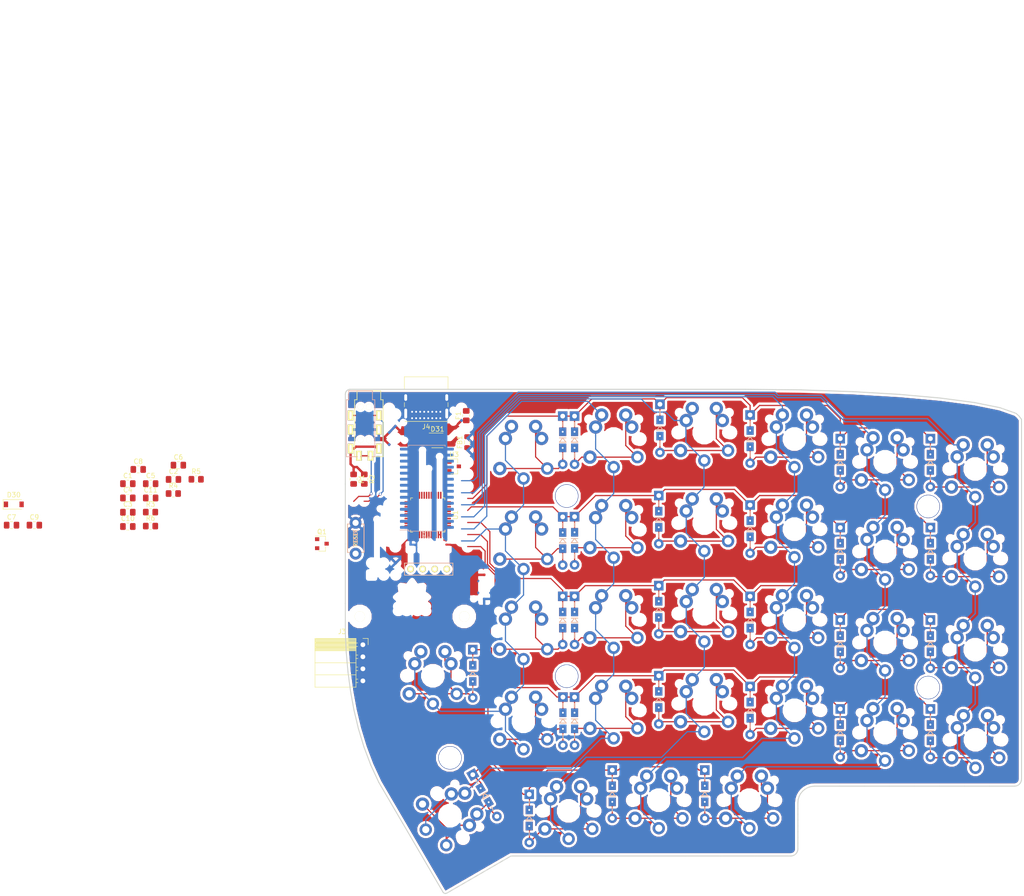
<source format=kicad_pcb>
(kicad_pcb (version 20171130) (host pcbnew 5.1.9)
  (layers (0 F.Cu signal) (31 B.Cu signal) (34 B.Paste user) (35 F.Paste user) (36 B.SilkS user) (37 F.SilkS user) (38 B.Mask user) (39 F.Mask user hide) (44 Edge.Cuts user))
  (net 0 "")
  (net 1 "Net-(D1-Pad2)")
  (net 2 row4)
  (net 3 "Net-(D2-Pad2)")
  (net 4 "Net-(D3-Pad2)")
  (net 5 row0)
  (net 6 "Net-(D4-Pad2)")
  (net 7 row1)
  (net 8 "Net-(D5-Pad2)")
  (net 9 row2)
  (net 10 "Net-(D6-Pad2)")
  (net 11 row3)
  (net 12 "Net-(D7-Pad2)")
  (net 13 "Net-(D8-Pad2)")
  (net 14 "Net-(D9-Pad2)")
  (net 15 "Net-(D10-Pad2)")
  (net 16 "Net-(D11-Pad2)")
  (net 17 "Net-(D12-Pad2)")
  (net 18 "Net-(D13-Pad2)")
  (net 19 "Net-(D14-Pad2)")
  (net 20 "Net-(D15-Pad2)")
  (net 21 "Net-(D16-Pad2)")
  (net 22 "Net-(D17-Pad2)")
  (net 23 "Net-(D18-Pad2)")
  (net 24 "Net-(D19-Pad2)")
  (net 25 "Net-(D20-Pad2)")
  (net 26 "Net-(D21-Pad2)")
  (net 27 "Net-(D22-Pad2)")
  (net 28 "Net-(D23-Pad2)")
  (net 29 "Net-(D24-Pad2)")
  (net 30 "Net-(D25-Pad2)")
  (net 31 "Net-(D26-Pad2)")
  (net 32 "Net-(D27-Pad2)")
  (net 33 "Net-(D28-Pad2)")
  (net 34 GND)
  (net 35 col0)
  (net 36 col1)
  (net 37 col2)
  (net 38 col3)
  (net 39 col4)
  (net 40 col5)
  (net 41 SDA)
  (net 42 SCL)
  (net 43 "Net-(D29-Pad2)")
  (net 44 "Net-(J2-Pad3)")
  (net 45 +3V3)
  (net 46 NRST)
  (net 47 BOOT0)
  (net 48 +5V)
  (net 49 "Net-(D30-Pad2)")
  (net 50 VBUS)
  (net 51 D+)
  (net 52 D-)
  (net 53 "Net-(F1-Pad1)")
  (net 54 SWDIO)
  (net 55 SWCLK)
  (net 56 "Net-(J4-PadS1)")
  (net 57 "Net-(J4-PadB5)")
  (net 58 "Net-(J4-PadA5)")
  (net 59 "Net-(R3-Pad1)")
  (module Package_TO_SOT_SMD:SOT-23 (layer F.Cu) (at 105.87 53.35)
    (fp_text reference U3 (at 0 -2.5) (layer F.SilkS))
    (fp_text value MCP1703A-3302_SOT23)
    (pad 3 smd rect (at 1 0) (size 0.9 0.8) (layers F.Cu F.Paste F.Mask) (net 48 +5V))
    (pad 2 smd rect (at -1 0.95) (size 0.9 0.8) (layers F.Cu F.Paste F.Mask) (net 45 +3V3))
    (pad 1 smd rect (at -1 -0.95) (size 0.9 0.8) (layers F.Cu F.Paste F.Mask) (net 34 GND))
  )
  (module Package_SO:SOIC-28W_7.5x17.9mm_P1.27mm (layer B.Cu) (at 100.13 57.955)
    (fp_text reference U2 (at 0 9.9) (layer B.SilkS) (effects (justify mirror)))
    (fp_text value MCP23017_SO)
    (pad 28 smd roundrect (at 4.65 8.255) (size 2.05 0.6) (layers B.Cu B.Paste B.Mask))
    (pad 27 smd roundrect (at 4.65 6.985) (size 2.05 0.6) (layers B.Cu B.Paste B.Mask))
    (pad 26 smd roundrect (at 4.65 5.715) (size 2.05 0.6) (layers B.Cu B.Paste B.Mask))
    (pad 25 smd roundrect (at 4.65 4.445) (size 2.05 0.6) (layers B.Cu B.Paste B.Mask) (net 5 row0))
    (pad 24 smd roundrect (at 4.65 3.175) (size 2.05 0.6) (layers B.Cu B.Paste B.Mask) (net 7 row1))
    (pad 23 smd roundrect (at 4.65 1.905) (size 2.05 0.6) (layers B.Cu B.Paste B.Mask) (net 9 row2))
    (pad 22 smd roundrect (at 4.65 0.635) (size 2.05 0.6) (layers B.Cu B.Paste B.Mask) (net 11 row3))
    (pad 21 smd roundrect (at 4.65 -0.635) (size 2.05 0.6) (layers B.Cu B.Paste B.Mask) (net 2 row4))
    (pad 20 smd roundrect (at 4.65 -1.905) (size 2.05 0.6) (layers B.Cu B.Paste B.Mask))
    (pad 19 smd roundrect (at 4.65 -3.175) (size 2.05 0.6) (layers B.Cu B.Paste B.Mask))
    (pad 18 smd roundrect (at 4.65 -4.445) (size 2.05 0.6) (layers B.Cu B.Paste B.Mask) (net 59 "Net-(R3-Pad1)"))
    (pad 17 smd roundrect (at 4.65 -5.715) (size 2.05 0.6) (layers B.Cu B.Paste B.Mask) (net 34 GND))
    (pad 16 smd roundrect (at 4.65 -6.985) (size 2.05 0.6) (layers B.Cu B.Paste B.Mask) (net 34 GND))
    (pad 15 smd roundrect (at 4.65 -8.255) (size 2.05 0.6) (layers B.Cu B.Paste B.Mask) (net 34 GND))
    (pad 14 smd roundrect (at -4.65 -8.255) (size 2.05 0.6) (layers B.Cu B.Paste B.Mask))
    (pad 13 smd roundrect (at -4.65 -6.985) (size 2.05 0.6) (layers B.Cu B.Paste B.Mask) (net 41 SDA))
    (pad 12 smd roundrect (at -4.65 -5.715) (size 2.05 0.6) (layers B.Cu B.Paste B.Mask) (net 42 SCL))
    (pad 11 smd roundrect (at -4.65 -4.445) (size 2.05 0.6) (layers B.Cu B.Paste B.Mask))
    (pad 10 smd roundrect (at -4.65 -3.175) (size 2.05 0.6) (layers B.Cu B.Paste B.Mask) (net 34 GND))
    (pad 9 smd roundrect (at -4.65 -1.905) (size 2.05 0.6) (layers B.Cu B.Paste B.Mask) (net 45 +3V3))
    (pad 8 smd roundrect (at -4.65 -0.635) (size 2.05 0.6) (layers B.Cu B.Paste B.Mask))
    (pad 7 smd roundrect (at -4.65 0.635) (size 2.05 0.6) (layers B.Cu B.Paste B.Mask))
    (pad 6 smd roundrect (at -4.65 1.905) (size 2.05 0.6) (layers B.Cu B.Paste B.Mask) (net 40 col5))
    (pad 5 smd roundrect (at -4.65 3.175) (size 2.05 0.6) (layers B.Cu B.Paste B.Mask) (net 39 col4))
    (pad 4 smd roundrect (at -4.65 4.445) (size 2.05 0.6) (layers B.Cu B.Paste B.Mask) (net 38 col3))
    (pad 3 smd roundrect (at -4.65 5.715) (size 2.05 0.6) (layers B.Cu B.Paste B.Mask) (net 37 col2))
    (pad 2 smd roundrect (at -4.65 6.985) (size 2.05 0.6) (layers B.Cu B.Paste B.Mask) (net 36 col1))
    (pad 1 smd roundrect (at -4.65 8.255) (size 2.05 0.6) (layers B.Cu B.Paste B.Mask) (net 35 col0))
  )
  (module Package_QFP:LQFP-48_7x7mm_P0.5mm (layer F.Cu) (at 100.31 63.61 270)
    (fp_text reference U1 (at 0 -5.85 90) (layer F.SilkS))
    (fp_text value STM32F072CBTx)
    (pad 48 smd roundrect (at -2.75 -4.1625 270) (size 0.3 1.475) (layers F.Cu F.Paste F.Mask) (net 45 +3V3))
    (pad 47 smd roundrect (at -2.25 -4.1625 270) (size 0.3 1.475) (layers F.Cu F.Paste F.Mask))
    (pad 46 smd roundrect (at -1.75 -4.1625 270) (size 0.3 1.475) (layers F.Cu F.Paste F.Mask))
    (pad 45 smd roundrect (at -1.25 -4.1625 270) (size 0.3 1.475) (layers F.Cu F.Paste F.Mask) (net 42 SCL))
    (pad 44 smd roundrect (at -0.75 -4.1625 270) (size 0.3 1.475) (layers F.Cu F.Paste F.Mask) (net 47 BOOT0))
    (pad 43 smd roundrect (at -0.25 -4.1625 270) (size 0.3 1.475) (layers F.Cu F.Paste F.Mask) (net 41 SDA))
    (pad 42 smd roundrect (at 0.25 -4.1625 270) (size 0.3 1.475) (layers F.Cu F.Paste F.Mask))
    (pad 41 smd roundrect (at 0.75 -4.1625 270) (size 0.3 1.475) (layers F.Cu F.Paste F.Mask))
    (pad 40 smd roundrect (at 1.25 -4.1625 270) (size 0.3 1.475) (layers F.Cu F.Paste F.Mask) (net 2 row4))
    (pad 39 smd roundrect (at 1.75 -4.1625 270) (size 0.3 1.475) (layers F.Cu F.Paste F.Mask) (net 11 row3))
    (pad 38 smd roundrect (at 2.25 -4.1625 270) (size 0.3 1.475) (layers F.Cu F.Paste F.Mask))
    (pad 37 smd roundrect (at 2.75 -4.1625 270) (size 0.3 1.475) (layers F.Cu F.Paste F.Mask))
    (pad 36 smd roundrect (at 4.1625 -2.75 270) (size 1.475 0.3) (layers F.Cu F.Paste F.Mask) (net 45 +3V3))
    (pad 35 smd roundrect (at 4.1625 -2.25 270) (size 1.475 0.3) (layers F.Cu F.Paste F.Mask) (net 34 GND))
    (pad 34 smd roundrect (at 4.1625 -1.75 270) (size 1.475 0.3) (layers F.Cu F.Paste F.Mask))
    (pad 33 smd roundrect (at 4.1625 -1.25 270) (size 1.475 0.3) (layers F.Cu F.Paste F.Mask) (net 51 D+))
    (pad 32 smd roundrect (at 4.1625 -0.75 270) (size 1.475 0.3) (layers F.Cu F.Paste F.Mask) (net 52 D-))
    (pad 31 smd roundrect (at 4.1625 -0.25 270) (size 1.475 0.3) (layers F.Cu F.Paste F.Mask))
    (pad 30 smd roundrect (at 4.1625 0.25 270) (size 1.475 0.3) (layers F.Cu F.Paste F.Mask))
    (pad 29 smd roundrect (at 4.1625 0.75 270) (size 1.475 0.3) (layers F.Cu F.Paste F.Mask))
    (pad 28 smd roundrect (at 4.1625 1.25 270) (size 1.475 0.3) (layers F.Cu F.Paste F.Mask))
    (pad 27 smd roundrect (at 4.1625 1.75 270) (size 1.475 0.3) (layers F.Cu F.Paste F.Mask) (net 55 SWCLK))
    (pad 26 smd roundrect (at 4.1625 2.25 270) (size 1.475 0.3) (layers F.Cu F.Paste F.Mask) (net 54 SWDIO))
    (pad 25 smd roundrect (at 4.1625 2.75 270) (size 1.475 0.3) (layers F.Cu F.Paste F.Mask))
    (pad 24 smd roundrect (at 2.75 4.1625 270) (size 0.3 1.475) (layers F.Cu F.Paste F.Mask) (net 45 +3V3))
    (pad 23 smd roundrect (at 2.25 4.1625 270) (size 0.3 1.475) (layers F.Cu F.Paste F.Mask) (net 34 GND))
    (pad 22 smd roundrect (at 1.75 4.1625 270) (size 0.3 1.475) (layers F.Cu F.Paste F.Mask))
    (pad 21 smd roundrect (at 1.25 4.1625 270) (size 0.3 1.475) (layers F.Cu F.Paste F.Mask))
    (pad 20 smd roundrect (at 0.75 4.1625 270) (size 0.3 1.475) (layers F.Cu F.Paste F.Mask) (net 9 row2))
    (pad 19 smd roundrect (at 0.25 4.1625 270) (size 0.3 1.475) (layers F.Cu F.Paste F.Mask) (net 7 row1))
    (pad 18 smd roundrect (at -0.25 4.1625 270) (size 0.3 1.475) (layers F.Cu F.Paste F.Mask) (net 5 row0))
    (pad 17 smd roundrect (at -0.75 4.1625 270) (size 0.3 1.475) (layers F.Cu F.Paste F.Mask))
    (pad 16 smd roundrect (at -1.25 4.1625 270) (size 0.3 1.475) (layers F.Cu F.Paste F.Mask))
    (pad 15 smd roundrect (at -1.75 4.1625 270) (size 0.3 1.475) (layers F.Cu F.Paste F.Mask) (net 40 col5))
    (pad 14 smd roundrect (at -2.25 4.1625 270) (size 0.3 1.475) (layers F.Cu F.Paste F.Mask) (net 39 col4))
    (pad 13 smd roundrect (at -2.75 4.1625 270) (size 0.3 1.475) (layers F.Cu F.Paste F.Mask) (net 38 col3))
    (pad 12 smd roundrect (at -4.1625 2.75 270) (size 1.475 0.3) (layers F.Cu F.Paste F.Mask) (net 37 col2))
    (pad 11 smd roundrect (at -4.1625 2.25 270) (size 1.475 0.3) (layers F.Cu F.Paste F.Mask) (net 36 col1))
    (pad 10 smd roundrect (at -4.1625 1.75 270) (size 1.475 0.3) (layers F.Cu F.Paste F.Mask) (net 35 col0))
    (pad 9 smd roundrect (at -4.1625 1.25 270) (size 1.475 0.3) (layers F.Cu F.Paste F.Mask) (net 45 +3V3))
    (pad 8 smd roundrect (at -4.1625 0.75 270) (size 1.475 0.3) (layers F.Cu F.Paste F.Mask) (net 34 GND))
    (pad 7 smd roundrect (at -4.1625 0.25 270) (size 1.475 0.3) (layers F.Cu F.Paste F.Mask) (net 46 NRST))
    (pad 6 smd roundrect (at -4.1625 -0.25 270) (size 1.475 0.3) (layers F.Cu F.Paste F.Mask))
    (pad 5 smd roundrect (at -4.1625 -0.75 270) (size 1.475 0.3) (layers F.Cu F.Paste F.Mask))
    (pad 4 smd roundrect (at -4.1625 -1.25 270) (size 1.475 0.3) (layers F.Cu F.Paste F.Mask))
    (pad 3 smd roundrect (at -4.1625 -1.75 270) (size 1.475 0.3) (layers F.Cu F.Paste F.Mask))
    (pad 2 smd roundrect (at -4.1625 -2.25 270) (size 1.475 0.3) (layers F.Cu F.Paste F.Mask))
    (pad 1 smd roundrect (at -4.1625 -2.75 270) (size 1.475 0.3) (layers F.Cu F.Paste F.Mask))
  )
  (module Lily58-footprint:HOLE_M2 (layer F.Cu) (at 108 85)
    (fp_text reference TH2 hide)
    (fp_text value HOLE hide)
    (pad "" np_thru_hole circle (at 0 0) (size 2.2 2.2) (drill 2.2) (layers *.Cu *.Mask F.SilkS) (clearance 0.8))
  )
  (module Lily58-footprint:HOLE_M2 (layer F.Cu) (at 86 85)
    (fp_text reference TH1 hide)
    (fp_text value HOLE hide)
    (pad "" np_thru_hole circle (at 0 0) (size 2.2 2.2) (drill 2.2) (layers *.Cu *.Mask F.SilkS) (clearance 0.8))
  )
  (module Resistor_SMD:R_0805_2012Metric_Pad1.20x1.40mm_HandSolder (layer F.Cu) (at 41.88 65.94)
    (fp_text reference R6 (at 0 -1.65) (layer F.SilkS))
    (fp_text value 5.1k)
    (pad 2 smd roundrect (at 1 0) (size 1.2 1.4) (layers F.Cu F.Paste F.Mask) (roundrect_rratio 0.208333) (net 34 GND))
    (pad 1 smd roundrect (at -1 0) (size 1.2 1.4) (layers F.Cu F.Paste F.Mask) (roundrect_rratio 0.208333) (net 57 "Net-(J4-PadB5)"))
  )
  (module Resistor_SMD:R_0805_2012Metric_Pad1.20x1.40mm_HandSolder (layer F.Cu) (at 51.5 56.07)
    (fp_text reference R5 (at 0 -1.65) (layer F.SilkS))
    (fp_text value 100k)
    (pad 2 smd roundrect (at 1 0) (size 1.2 1.4) (layers F.Cu F.Paste F.Mask) (roundrect_rratio 0.208333) (net 34 GND))
    (pad 1 smd roundrect (at -1 0) (size 1.2 1.4) (layers F.Cu F.Paste F.Mask) (roundrect_rratio 0.208333) (net 47 BOOT0))
  )
  (module Resistor_SMD:R_0805_2012Metric_Pad1.20x1.40mm_HandSolder (layer F.Cu) (at 46.69 59.08)
    (fp_text reference R4 (at 0 -1.65) (layer F.SilkS))
    (fp_text value 5.1k)
    (pad 2 smd roundrect (at 1 0) (size 1.2 1.4) (layers F.Cu F.Paste F.Mask) (roundrect_rratio 0.208333) (net 34 GND))
    (pad 1 smd roundrect (at -1 0) (size 1.2 1.4) (layers F.Cu F.Paste F.Mask) (roundrect_rratio 0.208333) (net 58 "Net-(J4-PadA5)"))
  )
  (module Resistor_SMD:R_0805_2012Metric_Pad1.20x1.40mm_HandSolder (layer F.Cu) (at 41.88 62.99)
    (fp_text reference R3 (at 0 -1.65) (layer F.SilkS))
    (fp_text value 10k)
    (pad 2 smd roundrect (at 1 0) (size 1.2 1.4) (layers F.Cu F.Paste F.Mask) (roundrect_rratio 0.208333) (net 45 +3V3))
    (pad 1 smd roundrect (at -1 0) (size 1.2 1.4) (layers F.Cu F.Paste F.Mask) (roundrect_rratio 0.208333) (net 59 "Net-(R3-Pad1)"))
  )
  (module Resistor_SMD:R_0805_2012Metric_Pad1.20x1.40mm_HandSolder (layer F.Cu) (at 86.938035 56.039272 270)
    (fp_text reference R2 (at 0 -1.65 90) (layer F.SilkS))
    (fp_text value 4.7k)
    (pad 2 smd roundrect (at 1 0 270) (size 1.2 1.4) (layers F.Cu F.Paste F.Mask) (roundrect_rratio 0.208333) (net 42 SCL))
    (pad 1 smd roundrect (at -1 0 270) (size 1.2 1.4) (layers F.Cu F.Paste F.Mask) (roundrect_rratio 0.208333) (net 45 +3V3))
  )
  (module Resistor_SMD:R_0805_2012Metric_Pad1.20x1.40mm_HandSolder (layer F.Cu) (at 84.688035 56.039272 270)
    (fp_text reference R1 (at 0 -1.65 90) (layer F.SilkS))
    (fp_text value 4.7k)
    (pad 2 smd roundrect (at 1 0 270) (size 1.2 1.4) (layers F.Cu F.Paste F.Mask) (roundrect_rratio 0.208333) (net 41 SDA))
    (pad 1 smd roundrect (at -1 0 270) (size 1.2 1.4) (layers F.Cu F.Paste F.Mask) (roundrect_rratio 0.208333) (net 45 +3V3))
  )
  (module Package_TO_SOT_SMD:SOT-23 (layer F.Cu) (at 78 69.65)
    (fp_text reference Q1 (at 0 -2.5) (layer F.SilkS))
    (fp_text value DTC123J)
    (pad 3 smd rect (at 1 0) (size 0.9 0.8) (layers F.Cu F.Paste F.Mask) (net 46 NRST))
    (pad 2 smd rect (at -1 0.95) (size 0.9 0.8) (layers F.Cu F.Paste F.Mask) (net 34 GND))
    (pad 1 smd rect (at -1 -0.95) (size 0.9 0.8) (layers F.Cu F.Paste F.Mask) (net 49 "Net-(D30-Pad2)"))
  )
  (module Connector_USB:USB_C_Receptacle_GCT_USB4085 (layer F.Cu) (at 102.96 43.19 180)
    (fp_text reference J4 (at 2.975 -1.8) (layer F.SilkS))
    (fp_text value USB_C_Receptacle_USB2.0)
    (pad S1 thru_hole oval (at 7.3 4.36 180) (size 0.9 1.7) (drill oval 0.6 1.4) (layers *.Cu *.Mask) (net 56 "Net-(J4-PadS1)"))
    (pad S1 thru_hole oval (at -1.35 4.36 180) (size 0.9 1.7) (drill oval 0.6 1.4) (layers *.Cu *.Mask) (net 56 "Net-(J4-PadS1)"))
    (pad S1 thru_hole oval (at 7.3 0.98 180) (size 0.9 2.4) (drill oval 0.6 2.1) (layers *.Cu *.Mask) (net 56 "Net-(J4-PadS1)"))
    (pad S1 thru_hole oval (at -1.35 0.98 180) (size 0.9 2.4) (drill oval 0.6 2.1) (layers *.Cu *.Mask) (net 56 "Net-(J4-PadS1)"))
    (pad B6 thru_hole circle (at 3.4 1.35 180) (size 0.7 0.7) (drill 0.4) (layers *.Cu *.Mask) (net 51 D+))
    (pad B1 thru_hole circle (at 5.95 1.35 180) (size 0.7 0.7) (drill 0.4) (layers *.Cu *.Mask) (net 34 GND))
    (pad B4 thru_hole circle (at 5.1 1.35 180) (size 0.7 0.7) (drill 0.4) (layers *.Cu *.Mask) (net 50 VBUS))
    (pad B5 thru_hole circle (at 4.25 1.35 180) (size 0.7 0.7) (drill 0.4) (layers *.Cu *.Mask) (net 57 "Net-(J4-PadB5)"))
    (pad B12 thru_hole circle (at 0 1.35 180) (size 0.7 0.7) (drill 0.4) (layers *.Cu *.Mask) (net 34 GND))
    (pad B8 thru_hole circle (at 1.7 1.35 180) (size 0.7 0.7) (drill 0.4) (layers *.Cu *.Mask))
    (pad B7 thru_hole circle (at 2.55 1.35 180) (size 0.7 0.7) (drill 0.4) (layers *.Cu *.Mask) (net 52 D-))
    (pad B9 thru_hole circle (at 0.85 1.35 180) (size 0.7 0.7) (drill 0.4) (layers *.Cu *.Mask) (net 50 VBUS))
    (pad A12 thru_hole circle (at 5.95 0 180) (size 0.7 0.7) (drill 0.4) (layers *.Cu *.Mask) (net 34 GND))
    (pad A9 thru_hole circle (at 5.1 0 180) (size 0.7 0.7) (drill 0.4) (layers *.Cu *.Mask) (net 50 VBUS))
    (pad A8 thru_hole circle (at 4.25 0 180) (size 0.7 0.7) (drill 0.4) (layers *.Cu *.Mask))
    (pad A7 thru_hole circle (at 3.4 0 180) (size 0.7 0.7) (drill 0.4) (layers *.Cu *.Mask) (net 52 D-))
    (pad A6 thru_hole circle (at 2.55 0 180) (size 0.7 0.7) (drill 0.4) (layers *.Cu *.Mask) (net 51 D+))
    (pad A5 thru_hole circle (at 1.7 0 180) (size 0.7 0.7) (drill 0.4) (layers *.Cu *.Mask) (net 58 "Net-(J4-PadA5)"))
    (pad A4 thru_hole circle (at 0.85 0 180) (size 0.7 0.7) (drill 0.4) (layers *.Cu *.Mask) (net 50 VBUS))
    (pad A1 thru_hole circle (at 0 0 180) (size 0.7 0.7) (drill 0.4) (layers *.Cu *.Mask) (net 34 GND))
  )
  (module Connector_PinSocket_2.54mm:PinSocket_1x04_P2.54mm_Horizontal (layer F.Cu) (at 86.64 90.96)
    (fp_text reference J3 (at -4.38 -2.77) (layer F.SilkS))
    (fp_text value Conn_JTAG)
    (pad 4 thru_hole oval (at 0 7.62) (size 1.7 1.7) (drill 1) (layers *.Cu *.Mask) (net 34 GND))
    (pad 3 thru_hole oval (at 0 5.08) (size 1.7 1.7) (drill 1) (layers *.Cu *.Mask) (net 54 SWDIO))
    (pad 2 thru_hole oval (at 0 2.54) (size 1.7 1.7) (drill 1) (layers *.Cu *.Mask) (net 55 SWCLK))
    (pad 1 thru_hole rect (at 0 0) (size 1.7 1.7) (drill 1) (layers *.Cu *.Mask) (net 45 +3V3))
  )
  (module Inductor_SMD:L_0805_2012Metric_Pad1.05x1.20mm_HandSolder (layer F.Cu) (at 108.61 48.25 90)
    (fp_text reference FB1 (at 0 -1.55 90) (layer F.SilkS))
    (fp_text value Ferrite_Bead)
    (pad 2 smd roundrect (at 1.15 0 90) (size 1.05 1.2) (layers F.Cu F.Paste F.Mask) (roundrect_rratio 0.238095) (net 53 "Net-(F1-Pad1)"))
    (pad 1 smd roundrect (at -1.15 0 90) (size 1.05 1.2) (layers F.Cu F.Paste F.Mask) (roundrect_rratio 0.238095) (net 48 +5V))
  )
  (module Resistor_SMD:R_0805_2012Metric_Pad1.20x1.40mm_HandSolder (layer F.Cu) (at 108.42 42.65 90)
    (fp_text reference F1 (at 0 -1.65 90) (layer F.SilkS))
    (fp_text value "Polyfuse 500mA 6V")
    (pad 2 smd roundrect (at 1 0 90) (size 1.2 1.4) (layers F.Cu F.Paste F.Mask) (roundrect_rratio 0.208333) (net 50 VBUS))
    (pad 1 smd roundrect (at -1 0 90) (size 1.2 1.4) (layers F.Cu F.Paste F.Mask) (roundrect_rratio 0.208333) (net 53 "Net-(F1-Pad1)"))
  )
  (module Package_TO_SOT_SMD:SOT-143 (layer F.Cu) (at 102.34 47.87)
    (fp_text reference D31 (at 0.02 -2.38) (layer F.SilkS))
    (fp_text value PRTR5V0U2X)
    (pad 4 smd rect (at 1.1 -0.95 270) (size 1 1.4) (layers F.Cu F.Paste F.Mask) (net 50 VBUS))
    (pad 3 smd rect (at 1.1 0.95 270) (size 1 1.4) (layers F.Cu F.Paste F.Mask) (net 51 D+))
    (pad 2 smd rect (at -1.1 0.95 270) (size 1 1.4) (layers F.Cu F.Paste F.Mask) (net 52 D-))
    (pad 1 smd rect (at -1.1 -0.77 270) (size 1.2 1.4) (layers F.Cu F.Paste F.Mask) (net 34 GND))
  )
  (module Diode_SMD:D_SOD-123 (layer F.Cu) (at 13.06 61.36)
    (fp_text reference D30 (at 0 -2) (layer F.SilkS))
    (fp_text value D)
    (pad 2 smd rect (at 1.65 0) (size 0.9 1.2) (layers F.Cu F.Paste F.Mask) (net 49 "Net-(D30-Pad2)"))
    (pad 1 smd rect (at -1.65 0) (size 0.9 1.2) (layers F.Cu F.Paste F.Mask) (net 47 BOOT0))
  )
  (module Capacitor_SMD:C_0805_2012Metric_Pad1.18x1.45mm_HandSolder (layer F.Cu) (at 41.91 60.01)
    (fp_text reference C11 (at 0 -1.68) (layer F.SilkS))
    (fp_text value 1uF)
    (pad 2 smd roundrect (at 1.0375 0) (size 1.175 1.45) (layers F.Cu F.Paste F.Mask) (roundrect_rratio 0.212766) (net 34 GND))
    (pad 1 smd roundrect (at -1.0375 0) (size 1.175 1.45) (layers F.Cu F.Paste F.Mask) (roundrect_rratio 0.212766) (net 45 +3V3))
  )
  (module Capacitor_SMD:C_0805_2012Metric_Pad1.18x1.45mm_HandSolder (layer F.Cu) (at 37.1 66.03)
    (fp_text reference C10 (at 0 -1.68) (layer F.SilkS))
    (fp_text value 1uF)
    (pad 2 smd roundrect (at 1.0375 0) (size 1.175 1.45) (layers F.Cu F.Paste F.Mask) (roundrect_rratio 0.212766) (net 34 GND))
    (pad 1 smd roundrect (at -1.0375 0) (size 1.175 1.45) (layers F.Cu F.Paste F.Mask) (roundrect_rratio 0.212766) (net 48 +5V))
  )
  (module Capacitor_SMD:C_0805_2012Metric_Pad1.18x1.45mm_HandSolder (layer F.Cu) (at 17.4 65.74)
    (fp_text reference C9 (at 0 -1.68) (layer F.SilkS))
    (fp_text value 10u)
    (pad 2 smd roundrect (at 1.0375 0) (size 1.175 1.45) (layers F.Cu F.Paste F.Mask) (roundrect_rratio 0.212766) (net 34 GND))
    (pad 1 smd roundrect (at -1.0375 0) (size 1.175 1.45) (layers F.Cu F.Paste F.Mask) (roundrect_rratio 0.212766) (net 47 BOOT0))
  )
  (module Capacitor_SMD:C_0805_2012Metric_Pad1.18x1.45mm_HandSolder (layer F.Cu) (at 39.29 53.99)
    (fp_text reference C8 (at 0 -1.68) (layer F.SilkS))
    (fp_text value 100nF)
    (pad 2 smd roundrect (at 1.0375 0) (size 1.175 1.45) (layers F.Cu F.Paste F.Mask) (roundrect_rratio 0.212766) (net 46 NRST))
    (pad 1 smd roundrect (at -1.0375 0) (size 1.175 1.45) (layers F.Cu F.Paste F.Mask) (roundrect_rratio 0.212766) (net 34 GND))
  )
  (module Capacitor_SMD:C_0805_2012Metric_Pad1.18x1.45mm_HandSolder (layer F.Cu) (at 12.59 65.74)
    (fp_text reference C7 (at 0 -1.68) (layer F.SilkS))
    (fp_text value 100nF)
    (pad 2 smd roundrect (at 1.0375 0) (size 1.175 1.45) (layers F.Cu F.Paste F.Mask) (roundrect_rratio 0.212766) (net 46 NRST))
    (pad 1 smd roundrect (at -1.0375 0) (size 1.175 1.45) (layers F.Cu F.Paste F.Mask) (roundrect_rratio 0.212766) (net 34 GND))
  )
  (module Capacitor_SMD:C_0805_2012Metric_Pad1.18x1.45mm_HandSolder (layer F.Cu) (at 47.75 53.09)
    (fp_text reference C6 (at 0 -1.68) (layer F.SilkS))
    (fp_text value 0.1F)
    (pad 2 smd roundrect (at 1.0375 0) (size 1.175 1.45) (layers F.Cu F.Paste F.Mask) (roundrect_rratio 0.212766) (net 34 GND))
    (pad 1 smd roundrect (at -1.0375 0) (size 1.175 1.45) (layers F.Cu F.Paste F.Mask) (roundrect_rratio 0.212766) (net 45 +3V3))
  )
  (module Capacitor_SMD:C_0805_2012Metric_Pad1.18x1.45mm_HandSolder (layer F.Cu) (at 41.91 57)
    (fp_text reference C5 (at 0 -1.68) (layer F.SilkS))
    (fp_text value 0.1F)
    (pad 2 smd roundrect (at 1.0375 0) (size 1.175 1.45) (layers F.Cu F.Paste F.Mask) (roundrect_rratio 0.212766) (net 34 GND))
    (pad 1 smd roundrect (at -1.0375 0) (size 1.175 1.45) (layers F.Cu F.Paste F.Mask) (roundrect_rratio 0.212766) (net 45 +3V3))
  )
  (module Capacitor_SMD:C_0805_2012Metric_Pad1.18x1.45mm_HandSolder (layer F.Cu) (at 37.1 60.01)
    (fp_text reference C4 (at 0 -1.68) (layer F.SilkS))
    (fp_text value 100nF)
    (pad 2 smd roundrect (at 1.0375 0) (size 1.175 1.45) (layers F.Cu F.Paste F.Mask) (roundrect_rratio 0.212766) (net 34 GND))
    (pad 1 smd roundrect (at -1.0375 0) (size 1.175 1.45) (layers F.Cu F.Paste F.Mask) (roundrect_rratio 0.212766) (net 45 +3V3))
  )
  (module Capacitor_SMD:C_0805_2012Metric_Pad1.18x1.45mm_HandSolder (layer F.Cu) (at 37.1 63.02)
    (fp_text reference C3 (at 0 -1.68) (layer F.SilkS))
    (fp_text value 100nF)
    (pad 2 smd roundrect (at 1.0375 0) (size 1.175 1.45) (layers F.Cu F.Paste F.Mask) (roundrect_rratio 0.212766) (net 34 GND))
    (pad 1 smd roundrect (at -1.0375 0) (size 1.175 1.45) (layers F.Cu F.Paste F.Mask) (roundrect_rratio 0.212766) (net 45 +3V3))
  )
  (module Capacitor_SMD:C_0805_2012Metric_Pad1.18x1.45mm_HandSolder (layer F.Cu) (at 46.72 56.1)
    (fp_text reference C2 (at 0 -1.68) (layer F.SilkS))
    (fp_text value 100nF)
    (pad 2 smd roundrect (at 1.0375 0) (size 1.175 1.45) (layers F.Cu F.Paste F.Mask) (roundrect_rratio 0.212766) (net 34 GND))
    (pad 1 smd roundrect (at -1.0375 0) (size 1.175 1.45) (layers F.Cu F.Paste F.Mask) (roundrect_rratio 0.212766) (net 45 +3V3))
  )
  (module Capacitor_SMD:C_0805_2012Metric_Pad1.18x1.45mm_HandSolder (layer F.Cu) (at 37.1 57)
    (fp_text reference C1 (at 0 -1.68) (layer F.SilkS))
    (fp_text value 100nF)
    (pad 2 smd roundrect (at 1.0375 0) (size 1.175 1.45) (layers F.Cu F.Paste F.Mask) (roundrect_rratio 0.212766) (net 34 GND))
    (pad 1 smd roundrect (at -1.0375 0) (size 1.175 1.45) (layers F.Cu F.Paste F.Mask) (roundrect_rratio 0.212766) (net 45 +3V3))
  )
  (module Lily58-footprint:MJ-4PP-9 (layer F.Cu) (at 87.9 39.3)
    (fp_text reference J2 hide)
    (fp_text value 4PIN hide)
    (pad "" np_thru_hole circle (at -1.75 8.5) (size 1.2 1.2) (drill 1.2) (layers *.Cu *.Mask F.SilkS))
    (pad "" np_thru_hole circle (at -1.75 1.5) (size 1.2 1.2) (drill 1.2) (layers *.Cu *.Mask F.SilkS))
    (pad 1 thru_hole rect (at -3.85 10.3) (size 1.2 2.1) (drill oval 0.5 1.6) (layers *.Cu *.Mask F.SilkS) (net 45 +3V3) (clearance 0.15))
    (pad 4 thru_hole rect (at 0.35 11.8) (size 1.2 2.1) (drill oval 0.5 1.6) (layers *.Cu *.Mask F.SilkS) (net 41 SDA) (clearance 0.15))
    (pad 3 thru_hole rect (at -3.85 3.3) (size 1.2 2.1) (drill oval 0.5 1.6) (layers *.Cu *.Mask F.SilkS) (net 42 SCL) (clearance 0.15))
    (pad 2 thru_hole rect (at -3.85 6.3) (size 1.2 2.1) (drill oval 0.5 1.6) (layers *.Cu *.Mask F.SilkS) (net 34 GND) (clearance 0.15))
    (pad "" np_thru_hole circle (at 0 1.5) (size 1.2 1.2) (drill 1.2) (layers *.Cu *.Mask F.SilkS))
    (pad "" np_thru_hole circle (at 0 8.5) (size 1.2 1.2) (drill 1.2) (layers *.Cu *.Mask F.SilkS))
    (pad 3 thru_hole rect (at 2.1 3.3) (size 1.2 2.1) (drill oval 0.5 1.6) (layers *.Cu *.Mask F.SilkS) (net 42 SCL) (clearance 0.15))
    (pad 2 thru_hole rect (at 2.1 6.3) (size 1.2 2.1) (drill oval 0.5 1.6) (layers *.Cu *.Mask F.SilkS) (net 34 GND) (clearance 0.15))
    (pad 1 thru_hole rect (at 2.1 10.3) (size 1.2 2.1) (drill oval 0.5 1.6) (layers *.Cu *.Mask F.SilkS) (net 45 +3V3) (clearance 0.15))
    (pad 4 thru_hole rect (at -2.1 11.8) (size 1.2 2.1) (drill oval 0.5 1.6) (layers *.Cu *.Mask F.SilkS) (net 41 SDA) (clearance 0.15))
  )
  (module Lily58-footprint:Diode_TH_SOD123 (layer F.Cu) (at 128.75 47.75 270)
    (fp_text reference D1 hide)
    (fp_text value D hide)
    (pad 2 thru_hole rect (at 1.7 0 270) (size 1.8 1.5) (drill 0.4) (layers *.Cu *.Mask) (net 1 "Net-(D1-Pad2)"))
    (pad 1 thru_hole rect (at -1.7 0 270) (size 1.8 1.5) (drill 0.4) (layers *.Cu *.Mask) (net 5 row0))
    (pad 2 thru_hole circle (at 5.16 -0.00254 90) (size 1.99898 1.99898) (drill 1) (layers *.Cu *.Mask) (net 1 "Net-(D1-Pad2)"))
    (pad 1 thru_hole rect (at -5 -0.00254 90) (size 1.99898 1.99898) (drill 1) (layers *.Cu *.Mask) (net 5 row0))
  )
  (module Lily58-footprint:Diode_TH_SOD123 (layer F.Cu) (at 112.3 122.7 300)
    (fp_text reference D26 hide)
    (fp_text value D hide)
    (pad 2 thru_hole rect (at 1.7 0 300) (size 1.8 1.5) (drill 0.4) (layers *.Cu *.Mask) (net 31 "Net-(D26-Pad2)"))
    (pad 1 thru_hole rect (at -1.7 0 300) (size 1.8 1.5) (drill 0.4) (layers *.Cu *.Mask) (net 2 row4))
    (pad 2 thru_hole circle (at 5.16 -0.00254 120) (size 1.99898 1.99898) (drill 1) (layers *.Cu *.Mask) (net 31 "Net-(D26-Pad2)"))
    (pad 1 thru_hole rect (at -5 -0.00254 120) (size 1.99898 1.99898) (drill 1) (layers *.Cu *.Mask) (net 2 row4))
  )
  (module Lily58-footprint:Diode_TH_SOD123 (layer F.Cu) (at 131.25 107 270)
    (fp_text reference D20 hide)
    (fp_text value D hide)
    (pad 2 thru_hole rect (at 1.7 0 270) (size 1.8 1.5) (drill 0.4) (layers *.Cu *.Mask) (net 25 "Net-(D20-Pad2)"))
    (pad 1 thru_hole rect (at -1.7 0 270) (size 1.8 1.5) (drill 0.4) (layers *.Cu *.Mask) (net 11 row3))
    (pad 2 thru_hole circle (at 5.16 -0.00254 90) (size 1.99898 1.99898) (drill 1) (layers *.Cu *.Mask) (net 25 "Net-(D20-Pad2)"))
    (pad 1 thru_hole rect (at -5 -0.00254 90) (size 1.99898 1.99898) (drill 1) (layers *.Cu *.Mask) (net 11 row3))
  )
  (module Lily58-footprint:Diode_TH_SOD123 (layer F.Cu) (at 128.75 69 270)
    (fp_text reference D7 hide)
    (fp_text value D hide)
    (pad 2 thru_hole rect (at 1.7 0 270) (size 1.8 1.5) (drill 0.4) (layers *.Cu *.Mask) (net 12 "Net-(D7-Pad2)"))
    (pad 1 thru_hole rect (at -1.7 0 270) (size 1.8 1.5) (drill 0.4) (layers *.Cu *.Mask) (net 7 row1))
    (pad 2 thru_hole circle (at 5.16 -0.00254 90) (size 1.99898 1.99898) (drill 1) (layers *.Cu *.Mask) (net 12 "Net-(D7-Pad2)"))
    (pad 1 thru_hole rect (at -5 -0.00254 90) (size 1.99898 1.99898) (drill 1) (layers *.Cu *.Mask) (net 7 row1))
  )
  (module Lily58-footprint:Diode_TH_SOD123 (layer F.Cu) (at 131.25 47.75 270)
    (fp_text reference D2 hide)
    (fp_text value D hide)
    (pad 2 thru_hole rect (at 1.7 0 270) (size 1.8 1.5) (drill 0.4) (layers *.Cu *.Mask) (net 3 "Net-(D2-Pad2)"))
    (pad 1 thru_hole rect (at -1.7 0 270) (size 1.8 1.5) (drill 0.4) (layers *.Cu *.Mask) (net 5 row0))
    (pad 2 thru_hole circle (at 5.16 -0.00254 90) (size 1.99898 1.99898) (drill 1) (layers *.Cu *.Mask) (net 3 "Net-(D2-Pad2)"))
    (pad 1 thru_hole rect (at -5 -0.00254 90) (size 1.99898 1.99898) (drill 1) (layers *.Cu *.Mask) (net 5 row0))
  )
  (module Lily58-footprint:Diode_TH_SOD123 (layer F.Cu) (at 149.25 45.25 270)
    (fp_text reference D3 hide)
    (fp_text value D hide)
    (pad 2 thru_hole rect (at 1.7 0 270) (size 1.8 1.5) (drill 0.4) (layers *.Cu *.Mask) (net 4 "Net-(D3-Pad2)"))
    (pad 1 thru_hole rect (at -1.7 0 270) (size 1.8 1.5) (drill 0.4) (layers *.Cu *.Mask) (net 5 row0))
    (pad 2 thru_hole circle (at 5.16 -0.00254 90) (size 1.99898 1.99898) (drill 1) (layers *.Cu *.Mask) (net 4 "Net-(D3-Pad2)"))
    (pad 1 thru_hole rect (at -5 -0.00254 90) (size 1.99898 1.99898) (drill 1) (layers *.Cu *.Mask) (net 5 row0))
  )
  (module Lily58-footprint:Diode_TH_SOD123 (layer F.Cu) (at 168.25 47.5 270)
    (fp_text reference D4 hide)
    (fp_text value D hide)
    (pad 2 thru_hole rect (at 1.7 0 270) (size 1.8 1.5) (drill 0.4) (layers *.Cu *.Mask) (net 6 "Net-(D4-Pad2)"))
    (pad 1 thru_hole rect (at -1.7 0 270) (size 1.8 1.5) (drill 0.4) (layers *.Cu *.Mask) (net 5 row0))
    (pad 2 thru_hole circle (at 5.16 -0.00254 90) (size 1.99898 1.99898) (drill 1) (layers *.Cu *.Mask) (net 6 "Net-(D4-Pad2)"))
    (pad 1 thru_hole rect (at -5 -0.00254 90) (size 1.99898 1.99898) (drill 1) (layers *.Cu *.Mask) (net 5 row0))
  )
  (module Lily58-footprint:Diode_TH_SOD123 (layer F.Cu) (at 187.25 52.5 270)
    (fp_text reference D5 hide)
    (fp_text value D hide)
    (pad 2 thru_hole rect (at 1.7 0 270) (size 1.8 1.5) (drill 0.4) (layers *.Cu *.Mask) (net 8 "Net-(D5-Pad2)"))
    (pad 1 thru_hole rect (at -1.7 0 270) (size 1.8 1.5) (drill 0.4) (layers *.Cu *.Mask) (net 5 row0))
    (pad 2 thru_hole circle (at 5.16 -0.00254 90) (size 1.99898 1.99898) (drill 1) (layers *.Cu *.Mask) (net 8 "Net-(D5-Pad2)"))
    (pad 1 thru_hole rect (at -5 -0.00254 90) (size 1.99898 1.99898) (drill 1) (layers *.Cu *.Mask) (net 5 row0))
  )
  (module Lily58-footprint:Diode_TH_SOD123 (layer F.Cu) (at 206.25 52.5 270)
    (fp_text reference D6 hide)
    (fp_text value D hide)
    (pad 2 thru_hole rect (at 1.7 0 270) (size 1.8 1.5) (drill 0.4) (layers *.Cu *.Mask) (net 10 "Net-(D6-Pad2)"))
    (pad 1 thru_hole rect (at -1.7 0 270) (size 1.8 1.5) (drill 0.4) (layers *.Cu *.Mask) (net 5 row0))
    (pad 2 thru_hole circle (at 5.16 -0.00254 90) (size 1.99898 1.99898) (drill 1) (layers *.Cu *.Mask) (net 10 "Net-(D6-Pad2)"))
    (pad 1 thru_hole rect (at -5 -0.00254 90) (size 1.99898 1.99898) (drill 1) (layers *.Cu *.Mask) (net 5 row0))
  )
  (module Lily58-footprint:Diode_TH_SOD123 (layer F.Cu) (at 131.25254 68.95254 270)
    (fp_text reference D8 hide)
    (fp_text value D hide)
    (pad 2 thru_hole rect (at 1.7 0 270) (size 1.8 1.5) (drill 0.4) (layers *.Cu *.Mask) (net 13 "Net-(D8-Pad2)"))
    (pad 1 thru_hole rect (at -1.7 0 270) (size 1.8 1.5) (drill 0.4) (layers *.Cu *.Mask) (net 7 row1))
    (pad 2 thru_hole circle (at 5.16 -0.00254 90) (size 1.99898 1.99898) (drill 1) (layers *.Cu *.Mask) (net 13 "Net-(D8-Pad2)"))
    (pad 1 thru_hole rect (at -5 -0.00254 90) (size 1.99898 1.99898) (drill 1) (layers *.Cu *.Mask) (net 7 row1))
  )
  (module Lily58-footprint:Diode_TH_SOD123 (layer F.Cu) (at 149 64.5 270)
    (fp_text reference D9 hide)
    (fp_text value D hide)
    (pad 2 thru_hole rect (at 1.7 0 270) (size 1.8 1.5) (drill 0.4) (layers *.Cu *.Mask) (net 14 "Net-(D9-Pad2)"))
    (pad 1 thru_hole rect (at -1.7 0 270) (size 1.8 1.5) (drill 0.4) (layers *.Cu *.Mask) (net 7 row1))
    (pad 2 thru_hole circle (at 5.16 -0.00254 90) (size 1.99898 1.99898) (drill 1) (layers *.Cu *.Mask) (net 14 "Net-(D9-Pad2)"))
    (pad 1 thru_hole rect (at -5 -0.00254 90) (size 1.99898 1.99898) (drill 1) (layers *.Cu *.Mask) (net 7 row1))
  )
  (module Lily58-footprint:Diode_TH_SOD123 (layer F.Cu) (at 168.25 66.5 270)
    (fp_text reference D10 hide)
    (fp_text value D hide)
    (pad 2 thru_hole rect (at 1.7 0 270) (size 1.8 1.5) (drill 0.4) (layers *.Cu *.Mask) (net 15 "Net-(D10-Pad2)"))
    (pad 1 thru_hole rect (at -1.7 0 270) (size 1.8 1.5) (drill 0.4) (layers *.Cu *.Mask) (net 7 row1))
    (pad 2 thru_hole circle (at 5.16 -0.00254 90) (size 1.99898 1.99898) (drill 1) (layers *.Cu *.Mask) (net 15 "Net-(D10-Pad2)"))
    (pad 1 thru_hole rect (at -5 -0.00254 90) (size 1.99898 1.99898) (drill 1) (layers *.Cu *.Mask) (net 7 row1))
  )
  (module Lily58-footprint:Diode_TH_SOD123 (layer F.Cu) (at 187.25 71.25 270)
    (fp_text reference D11 hide)
    (fp_text value D hide)
    (pad 2 thru_hole rect (at 1.7 0 270) (size 1.8 1.5) (drill 0.4) (layers *.Cu *.Mask) (net 16 "Net-(D11-Pad2)"))
    (pad 1 thru_hole rect (at -1.7 0 270) (size 1.8 1.5) (drill 0.4) (layers *.Cu *.Mask) (net 7 row1))
    (pad 2 thru_hole circle (at 5.16 -0.00254 90) (size 1.99898 1.99898) (drill 1) (layers *.Cu *.Mask) (net 16 "Net-(D11-Pad2)"))
    (pad 1 thru_hole rect (at -5 -0.00254 90) (size 1.99898 1.99898) (drill 1) (layers *.Cu *.Mask) (net 7 row1))
  )
  (module Lily58-footprint:Diode_TH_SOD123 (layer F.Cu) (at 206.25 71.25 270)
    (fp_text reference D12 hide)
    (fp_text value D hide)
    (pad 2 thru_hole rect (at 1.7 0 270) (size 1.8 1.5) (drill 0.4) (layers *.Cu *.Mask) (net 17 "Net-(D12-Pad2)"))
    (pad 1 thru_hole rect (at -1.7 0 270) (size 1.8 1.5) (drill 0.4) (layers *.Cu *.Mask) (net 7 row1))
    (pad 2 thru_hole circle (at 5.16 -0.00254 90) (size 1.99898 1.99898) (drill 1) (layers *.Cu *.Mask) (net 17 "Net-(D12-Pad2)"))
    (pad 1 thru_hole rect (at -5 -0.00254 90) (size 1.99898 1.99898) (drill 1) (layers *.Cu *.Mask) (net 7 row1))
  )
  (module Lily58-footprint:Diode_TH_SOD123 (layer F.Cu) (at 128.75 85.75 270)
    (fp_text reference D13 hide)
    (fp_text value D hide)
    (pad 2 thru_hole rect (at 1.7 0 270) (size 1.8 1.5) (drill 0.4) (layers *.Cu *.Mask) (net 18 "Net-(D13-Pad2)"))
    (pad 1 thru_hole rect (at -1.7 0 270) (size 1.8 1.5) (drill 0.4) (layers *.Cu *.Mask) (net 9 row2))
    (pad 2 thru_hole circle (at 5.16 -0.00254 90) (size 1.99898 1.99898) (drill 1) (layers *.Cu *.Mask) (net 18 "Net-(D13-Pad2)"))
    (pad 1 thru_hole rect (at -5 -0.00254 90) (size 1.99898 1.99898) (drill 1) (layers *.Cu *.Mask) (net 9 row2))
  )
  (module Lily58-footprint:Diode_TH_SOD123 (layer F.Cu) (at 131.25 85.75 270)
    (fp_text reference D14 hide)
    (fp_text value D hide)
    (pad 2 thru_hole rect (at 1.7 0 270) (size 1.8 1.5) (drill 0.4) (layers *.Cu *.Mask) (net 19 "Net-(D14-Pad2)"))
    (pad 1 thru_hole rect (at -1.7 0 270) (size 1.8 1.5) (drill 0.4) (layers *.Cu *.Mask) (net 9 row2))
    (pad 2 thru_hole circle (at 5.16 -0.00254 90) (size 1.99898 1.99898) (drill 1) (layers *.Cu *.Mask) (net 19 "Net-(D14-Pad2)"))
    (pad 1 thru_hole rect (at -5 -0.00254 90) (size 1.99898 1.99898) (drill 1) (layers *.Cu *.Mask) (net 9 row2))
  )
  (module Lily58-footprint:Diode_TH_SOD123 (layer F.Cu) (at 149 83.5 270)
    (fp_text reference D15 hide)
    (fp_text value D hide)
    (pad 2 thru_hole rect (at 1.7 0 270) (size 1.8 1.5) (drill 0.4) (layers *.Cu *.Mask) (net 20 "Net-(D15-Pad2)"))
    (pad 1 thru_hole rect (at -1.7 0 270) (size 1.8 1.5) (drill 0.4) (layers *.Cu *.Mask) (net 9 row2))
    (pad 2 thru_hole circle (at 5.16 -0.00254 90) (size 1.99898 1.99898) (drill 1) (layers *.Cu *.Mask) (net 20 "Net-(D15-Pad2)"))
    (pad 1 thru_hole rect (at -5 -0.00254 90) (size 1.99898 1.99898) (drill 1) (layers *.Cu *.Mask) (net 9 row2))
  )
  (module Lily58-footprint:Diode_TH_SOD123 (layer F.Cu) (at 168.25 85.75 270)
    (fp_text reference D16 hide)
    (fp_text value D hide)
    (pad 2 thru_hole rect (at 1.7 0 270) (size 1.8 1.5) (drill 0.4) (layers *.Cu *.Mask) (net 21 "Net-(D16-Pad2)"))
    (pad 1 thru_hole rect (at -1.7 0 270) (size 1.8 1.5) (drill 0.4) (layers *.Cu *.Mask) (net 9 row2))
    (pad 2 thru_hole circle (at 5.16 -0.00254 90) (size 1.99898 1.99898) (drill 1) (layers *.Cu *.Mask) (net 21 "Net-(D16-Pad2)"))
    (pad 1 thru_hole rect (at -5 -0.00254 90) (size 1.99898 1.99898) (drill 1) (layers *.Cu *.Mask) (net 9 row2))
  )
  (module Lily58-footprint:Diode_TH_SOD123 (layer F.Cu) (at 187.25 90.75 270)
    (fp_text reference D17 hide)
    (fp_text value D hide)
    (pad 2 thru_hole rect (at 1.7 0 270) (size 1.8 1.5) (drill 0.4) (layers *.Cu *.Mask) (net 22 "Net-(D17-Pad2)"))
    (pad 1 thru_hole rect (at -1.7 0 270) (size 1.8 1.5) (drill 0.4) (layers *.Cu *.Mask) (net 9 row2))
    (pad 2 thru_hole circle (at 5.16 -0.00254 90) (size 1.99898 1.99898) (drill 1) (layers *.Cu *.Mask) (net 22 "Net-(D17-Pad2)"))
    (pad 1 thru_hole rect (at -5 -0.00254 90) (size 1.99898 1.99898) (drill 1) (layers *.Cu *.Mask) (net 9 row2))
  )
  (module Lily58-footprint:Diode_TH_SOD123 (layer F.Cu) (at 206.25 90.75 270)
    (fp_text reference D18 hide)
    (fp_text value D hide)
    (pad 2 thru_hole rect (at 1.7 0 270) (size 1.8 1.5) (drill 0.4) (layers *.Cu *.Mask) (net 23 "Net-(D18-Pad2)"))
    (pad 1 thru_hole rect (at -1.7 0 270) (size 1.8 1.5) (drill 0.4) (layers *.Cu *.Mask) (net 9 row2))
    (pad 2 thru_hole circle (at 5.16 -0.00254 90) (size 1.99898 1.99898) (drill 1) (layers *.Cu *.Mask) (net 23 "Net-(D18-Pad2)"))
    (pad 1 thru_hole rect (at -5 -0.00254 90) (size 1.99898 1.99898) (drill 1) (layers *.Cu *.Mask) (net 9 row2))
  )
  (module Lily58-footprint:Diode_TH_SOD123 (layer F.Cu) (at 128.8 107 270)
    (fp_text reference D19 hide)
    (fp_text value D hide)
    (pad 2 thru_hole rect (at 1.7 0 270) (size 1.8 1.5) (drill 0.4) (layers *.Cu *.Mask) (net 24 "Net-(D19-Pad2)"))
    (pad 1 thru_hole rect (at -1.7 0 270) (size 1.8 1.5) (drill 0.4) (layers *.Cu *.Mask) (net 11 row3))
    (pad 2 thru_hole circle (at 5.16 -0.00254 90) (size 1.99898 1.99898) (drill 1) (layers *.Cu *.Mask) (net 24 "Net-(D19-Pad2)"))
    (pad 1 thru_hole rect (at -5 -0.00254 90) (size 1.99898 1.99898) (drill 1) (layers *.Cu *.Mask) (net 11 row3))
  )
  (module Lily58-footprint:Diode_TH_SOD123 (layer F.Cu) (at 149 102.5 270)
    (fp_text reference D21 hide)
    (fp_text value D hide)
    (pad 2 thru_hole rect (at 1.7 0 270) (size 1.8 1.5) (drill 0.4) (layers *.Cu *.Mask) (net 26 "Net-(D21-Pad2)"))
    (pad 1 thru_hole rect (at -1.7 0 270) (size 1.8 1.5) (drill 0.4) (layers *.Cu *.Mask) (net 11 row3))
    (pad 2 thru_hole circle (at 5.16 -0.00254 90) (size 1.99898 1.99898) (drill 1) (layers *.Cu *.Mask) (net 26 "Net-(D21-Pad2)"))
    (pad 1 thru_hole rect (at -5 -0.00254 90) (size 1.99898 1.99898) (drill 1) (layers *.Cu *.Mask) (net 11 row3))
  )
  (module Lily58-footprint:Diode_TH_SOD123 (layer F.Cu) (at 168.25 104.75 270)
    (fp_text reference D22 hide)
    (fp_text value D hide)
    (pad 2 thru_hole rect (at 1.7 0 270) (size 1.8 1.5) (drill 0.4) (layers *.Cu *.Mask) (net 27 "Net-(D22-Pad2)"))
    (pad 1 thru_hole rect (at -1.7 0 270) (size 1.8 1.5) (drill 0.4) (layers *.Cu *.Mask) (net 11 row3))
    (pad 2 thru_hole circle (at 5.16 -0.00254 90) (size 1.99898 1.99898) (drill 1) (layers *.Cu *.Mask) (net 27 "Net-(D22-Pad2)"))
    (pad 1 thru_hole rect (at -5 -0.00254 90) (size 1.99898 1.99898) (drill 1) (layers *.Cu *.Mask) (net 11 row3))
  )
  (module Lily58-footprint:Diode_TH_SOD123 (layer F.Cu) (at 187.25 109.5 270)
    (fp_text reference D23 hide)
    (fp_text value D hide)
    (pad 2 thru_hole rect (at 1.7 0 270) (size 1.8 1.5) (drill 0.4) (layers *.Cu *.Mask) (net 28 "Net-(D23-Pad2)"))
    (pad 1 thru_hole rect (at -1.7 0 270) (size 1.8 1.5) (drill 0.4) (layers *.Cu *.Mask) (net 11 row3))
    (pad 2 thru_hole circle (at 5.16 -0.00254 90) (size 1.99898 1.99898) (drill 1) (layers *.Cu *.Mask) (net 28 "Net-(D23-Pad2)"))
    (pad 1 thru_hole rect (at -5 -0.00254 90) (size 1.99898 1.99898) (drill 1) (layers *.Cu *.Mask) (net 11 row3))
  )
  (module Lily58-footprint:Diode_TH_SOD123 (layer F.Cu) (at 206.25 109.5 270)
    (fp_text reference D24 hide)
    (fp_text value D hide)
    (pad 2 thru_hole rect (at 1.7 0 270) (size 1.8 1.5) (drill 0.4) (layers *.Cu *.Mask) (net 29 "Net-(D24-Pad2)"))
    (pad 1 thru_hole rect (at -1.7 0 270) (size 1.8 1.5) (drill 0.4) (layers *.Cu *.Mask) (net 11 row3))
    (pad 2 thru_hole circle (at 5.16 -0.00254 90) (size 1.99898 1.99898) (drill 1) (layers *.Cu *.Mask) (net 29 "Net-(D24-Pad2)"))
    (pad 1 thru_hole rect (at -5 -0.00254 90) (size 1.99898 1.99898) (drill 1) (layers *.Cu *.Mask) (net 11 row3))
  )
  (module Lily58-footprint:Diode_TH_SOD123 (layer F.Cu) (at 109.8 97 270)
    (fp_text reference D25 hide)
    (fp_text value D hide)
    (pad 2 thru_hole rect (at 1.7 0 270) (size 1.8 1.5) (drill 0.4) (layers *.Cu *.Mask) (net 30 "Net-(D25-Pad2)"))
    (pad 1 thru_hole rect (at -1.7 0 270) (size 1.8 1.5) (drill 0.4) (layers *.Cu *.Mask) (net 2 row4))
    (pad 2 thru_hole circle (at 5.16 -0.00254 90) (size 1.99898 1.99898) (drill 1) (layers *.Cu *.Mask) (net 30 "Net-(D25-Pad2)"))
    (pad 1 thru_hole rect (at -5 -0.00254 90) (size 1.99898 1.99898) (drill 1) (layers *.Cu *.Mask) (net 2 row4))
  )
  (module Lily58-footprint:Diode_TH_SOD123 (layer F.Cu) (at 121.7 127.5 270)
    (fp_text reference D27 hide)
    (fp_text value D hide)
    (pad 2 thru_hole rect (at 1.7 0 270) (size 1.8 1.5) (drill 0.4) (layers *.Cu *.Mask) (net 32 "Net-(D27-Pad2)"))
    (pad 1 thru_hole rect (at -1.7 0 270) (size 1.8 1.5) (drill 0.4) (layers *.Cu *.Mask) (net 2 row4))
    (pad 2 thru_hole circle (at 5.16 -0.00254 90) (size 1.99898 1.99898) (drill 1) (layers *.Cu *.Mask) (net 32 "Net-(D27-Pad2)"))
    (pad 1 thru_hole rect (at -5 -0.00254 90) (size 1.99898 1.99898) (drill 1) (layers *.Cu *.Mask) (net 2 row4))
  )
  (module Lily58-footprint:Diode_TH_SOD123 (layer F.Cu) (at 139.2 122.4 270)
    (fp_text reference D28 hide)
    (fp_text value D hide)
    (pad 2 thru_hole rect (at 1.7 0 270) (size 1.8 1.5) (drill 0.4) (layers *.Cu *.Mask) (net 33 "Net-(D28-Pad2)"))
    (pad 1 thru_hole rect (at -1.7 0 270) (size 1.8 1.5) (drill 0.4) (layers *.Cu *.Mask) (net 2 row4))
    (pad 2 thru_hole circle (at 5.16 -0.00254 90) (size 1.99898 1.99898) (drill 1) (layers *.Cu *.Mask) (net 33 "Net-(D28-Pad2)"))
    (pad 1 thru_hole rect (at -5 -0.00254 90) (size 1.99898 1.99898) (drill 1) (layers *.Cu *.Mask) (net 2 row4))
  )
  (module Lily58-footprint:Diode_TH_SOD123 (layer F.Cu) (at 158.7 122.4 270)
    (fp_text reference D29 hide)
    (fp_text value D hide)
    (pad 2 thru_hole rect (at 1.7 0 270) (size 1.8 1.5) (drill 0.4) (layers *.Cu *.Mask) (net 43 "Net-(D29-Pad2)"))
    (pad 1 thru_hole rect (at -1.7 0 270) (size 1.8 1.5) (drill 0.4) (layers *.Cu *.Mask) (net 2 row4))
    (pad 2 thru_hole circle (at 5.16 -0.00254 90) (size 1.99898 1.99898) (drill 1) (layers *.Cu *.Mask) (net 43 "Net-(D29-Pad2)"))
    (pad 1 thru_hole rect (at -5 -0.00254 90) (size 1.99898 1.99898) (drill 1) (layers *.Cu *.Mask) (net 2 row4))
  )
  (module Lily58-footprint:HOLE_M2_TH (layer F.Cu) (at 129.6 59.6)
    (fp_text reference TH3 hide)
    (fp_text value HOLE hide)
    (pad "" thru_hole circle (at 0 0 90) (size 4.9 4.9) (drill 4.7) (layers *.Cu *.Mask) (clearance 0.3))
  )
  (module Lily58-footprint:HOLE_M2_TH (layer F.Cu) (at 205.8 61.8)
    (fp_text reference TH4 hide)
    (fp_text value HOLE hide)
    (pad "" thru_hole circle (at 0 0 90) (size 4.9 4.9) (drill 4.7) (layers *.Cu *.Mask) (clearance 0.3))
  )
  (module Lily58-footprint:HOLE_M2_TH (layer F.Cu) (at 129.6 97.6)
    (fp_text reference TH5 hide)
    (fp_text value HOLE hide)
    (pad "" thru_hole circle (at 0 0 90) (size 4.9 4.9) (drill 4.7) (layers *.Cu *.Mask) (clearance 0.3))
  )
  (module Lily58-footprint:HOLE_M2_TH (layer F.Cu) (at 205.8 100)
    (fp_text reference TH6 hide)
    (fp_text value HOLE hide)
    (pad "" thru_hole circle (at 0 0 90) (size 4.9 4.9) (drill 4.7) (layers *.Cu *.Mask) (clearance 0.3))
  )
  (module Lily58-footprint:HOLE_M2_TH (layer F.Cu) (at 105 114.8 90)
    (fp_text reference TH7 hide)
    (fp_text value HOLE hide)
    (pad "" thru_hole circle (at 0 0 180) (size 4.9 4.9) (drill 4.7) (layers *.Cu *.Mask) (clearance 0.3))
  )
  (module Lily58-footprint:TACT_SWITCH_TVBP06 (layer F.Cu) (at 85.1 68.5 270)
    (fp_text reference RSW1 hide)
    (fp_text value SW_RST hide)
    (fp_text user RESET (at 0 0 90) (layer B.SilkS) (effects (font (size 0.8 0.8)) (justify mirror)))
    (fp_text user RESET (at 0 0 270) (layer F.SilkS) (effects (font (size 0.8 0.8))))
    (pad 2 thru_hole circle (at 3.25 0 270) (size 2.5 2.5) (drill 1.3) (layers *.Cu *.Mask) (net 49 "Net-(D30-Pad2)"))
    (pad 1 thru_hole circle (at -3.25 0 270) (size 2.5 2.5) (drill 1.3) (layers *.Cu *.Mask) (net 45 +3V3))
  )
  (module Lily58-footprint:MX_PG1350-Under_FLIP_HOLES_27mm (layer F.Cu) (at 105 127 300)
    (fp_text reference SW26 hide)
    (fp_text value SW_PUSH hide)
    (pad "" np_thru_hole circle (at 5.22 -4.2 300) (size 1 1) (drill 1) (layers *.Cu *.Mask))
    (pad 2 thru_hole circle (at 5 3.8 300) (size 2.6 2.6) (drill 1.5) (layers *.Cu *.Mask) (net 31 "Net-(D26-Pad2)"))
    (pad 1 thru_hole circle (at 0 5.9 300) (size 2.6 2.6) (drill 1.5) (layers *.Cu *.Mask) (net 39 col4))
    (pad 2 thru_hole circle (at -5 3.8 300) (size 2.8 2.8) (drill 1.5) (layers *.Cu *.Mask) (net 31 "Net-(D26-Pad2)"))
    (pad 2 thru_hole circle (at 2.54 -5.08 300) (size 2.8 2.8) (drill 1.5) (layers *.Cu *.Mask) (net 31 "Net-(D26-Pad2)"))
    (pad 1 thru_hole circle (at -2.54 -5.08 300) (size 2.8 2.8) (drill 1.5) (layers *.Cu *.Mask) (net 39 col4))
    (pad 2 thru_hole circle (at 3.81 -2.54 300) (size 2.8 2.8) (drill 1.5) (layers *.Cu *.Mask) (net 31 "Net-(D26-Pad2)"))
    (pad "" np_thru_hole circle (at 5.08 0 300) (size 1.7 1.7) (drill 1.7) (layers *.Cu *.Mask) (clearance 0.1524))
    (pad "" np_thru_hole circle (at -5.08 0 300) (size 1.7 1.7) (drill 1.7) (layers *.Cu *.Mask) (clearance 0.1524))
    (pad "" np_thru_hole circle (at 0 0 300) (size 4 4) (drill 4) (layers *.Cu *.Mask) (clearance 0.1524))
    (pad 1 thru_hole circle (at -3.81 -2.540001 300) (size 2.8 2.8) (drill 1.5) (layers *.Cu *.Mask) (net 39 col4))
    (pad "" np_thru_hole circle (at -5.22 -4.2 300) (size 1 1) (drill 1) (layers *.Cu *.Mask))
    (pad "" np_thru_hole circle (at -5.5 0 300) (size 1.9 1.9) (drill 1.9) (layers *.Cu *.Mask) (clearance 0.1524))
    (pad "" np_thru_hole circle (at 5.5 0 300) (size 1.9 1.9) (drill 1.9) (layers *.Cu *.Mask) (clearance 0.1524))
  )
  (module Lily58-footprint:MX_PG1350-Under_FLIP_HOLES_18mm (layer F.Cu) (at 101.4 97.5)
    (fp_text reference SW25 hide)
    (fp_text value SW_PUSH hide)
    (pad "" np_thru_hole circle (at 5.22 -4.2) (size 1 1) (drill 1) (layers *.Cu *.Mask))
    (pad 2 thru_hole circle (at 5 3.8) (size 2.6 2.6) (drill 1.5) (layers *.Cu *.Mask) (net 30 "Net-(D25-Pad2)"))
    (pad 1 thru_hole circle (at 0 5.9) (size 2.6 2.6) (drill 1.5) (layers *.Cu *.Mask) (net 40 col5))
    (pad 2 thru_hole circle (at -5 3.8) (size 2.8 2.8) (drill 1.5) (layers *.Cu *.Mask) (net 30 "Net-(D25-Pad2)"))
    (pad 2 thru_hole circle (at 2.54 -5.08) (size 2.8 2.8) (drill 1.5) (layers *.Cu *.Mask) (net 30 "Net-(D25-Pad2)"))
    (pad 1 thru_hole circle (at -2.54 -5.08) (size 2.8 2.8) (drill 1.5) (layers *.Cu *.Mask) (net 40 col5))
    (pad 2 thru_hole circle (at 3.81 -2.54) (size 2.8 2.8) (drill 1.5) (layers *.Cu *.Mask) (net 30 "Net-(D25-Pad2)"))
    (pad "" np_thru_hole circle (at 5.08 0) (size 1.7 1.7) (drill 1.7) (layers *.Cu *.Mask) (clearance 0.1524))
    (pad "" np_thru_hole circle (at -5.08 0) (size 1.7 1.7) (drill 1.7) (layers *.Cu *.Mask) (clearance 0.1524))
    (pad "" np_thru_hole circle (at 0 0) (size 4 4) (drill 4) (layers *.Cu *.Mask) (clearance 0.1524))
    (pad 1 thru_hole circle (at -3.81 -2.54) (size 2.8 2.8) (drill 1.5) (layers *.Cu *.Mask) (net 40 col5))
    (pad "" np_thru_hole circle (at -5.22 -4.2) (size 1 1) (drill 1) (layers *.Cu *.Mask))
    (pad "" np_thru_hole circle (at -5.5 0) (size 1.9 1.9) (drill 1.9) (layers *.Cu *.Mask) (clearance 0.1524))
    (pad "" np_thru_hole circle (at 5.5 0) (size 1.9 1.9) (drill 1.9) (layers *.Cu *.Mask) (clearance 0.1524))
  )
  (module Lily58-footprint:MX_PG1350-Under_FLIP_HOLES_18mm (layer F.Cu) (at 120.5 88.1)
    (fp_text reference SW13 hide)
    (fp_text value SW_PUSH hide)
    (pad "" np_thru_hole circle (at 5.22 -4.2) (size 1 1) (drill 1) (layers *.Cu *.Mask))
    (pad 2 thru_hole circle (at 5 3.8) (size 2.6 2.6) (drill 1.5) (layers *.Cu *.Mask) (net 18 "Net-(D13-Pad2)"))
    (pad 1 thru_hole circle (at 0 5.9) (size 2.6 2.6) (drill 1.5) (layers *.Cu *.Mask) (net 40 col5))
    (pad 2 thru_hole circle (at -5 3.8) (size 2.8 2.8) (drill 1.5) (layers *.Cu *.Mask) (net 18 "Net-(D13-Pad2)"))
    (pad 2 thru_hole circle (at 2.54 -5.08) (size 2.8 2.8) (drill 1.5) (layers *.Cu *.Mask) (net 18 "Net-(D13-Pad2)"))
    (pad 1 thru_hole circle (at -2.54 -5.08) (size 2.8 2.8) (drill 1.5) (layers *.Cu *.Mask) (net 40 col5))
    (pad 2 thru_hole circle (at 3.81 -2.54) (size 2.8 2.8) (drill 1.5) (layers *.Cu *.Mask) (net 18 "Net-(D13-Pad2)"))
    (pad "" np_thru_hole circle (at 5.08 0) (size 1.7 1.7) (drill 1.7) (layers *.Cu *.Mask) (clearance 0.1524))
    (pad "" np_thru_hole circle (at -5.08 0) (size 1.7 1.7) (drill 1.7) (layers *.Cu *.Mask) (clearance 0.1524))
    (pad "" np_thru_hole circle (at 0 0) (size 4 4) (drill 4) (layers *.Cu *.Mask) (clearance 0.1524))
    (pad 1 thru_hole circle (at -3.81 -2.54) (size 2.8 2.8) (drill 1.5) (layers *.Cu *.Mask) (net 40 col5))
    (pad "" np_thru_hole circle (at -5.22 -4.2) (size 1 1) (drill 1) (layers *.Cu *.Mask))
    (pad "" np_thru_hole circle (at -5.5 0) (size 1.9 1.9) (drill 1.9) (layers *.Cu *.Mask) (clearance 0.1524))
    (pad "" np_thru_hole circle (at 5.5 0) (size 1.9 1.9) (drill 1.9) (layers *.Cu *.Mask) (clearance 0.1524))
  )
  (module Lily58-footprint:MX_PG1350-Under_FLIP_HOLES_18mm (layer F.Cu) (at 215.7 92)
    (fp_text reference SW18 hide)
    (fp_text value SW_PUSH hide)
    (pad "" np_thru_hole circle (at 5.22 -4.2) (size 1 1) (drill 1) (layers *.Cu *.Mask))
    (pad 2 thru_hole circle (at 5 3.8) (size 2.6 2.6) (drill 1.5) (layers *.Cu *.Mask) (net 23 "Net-(D18-Pad2)"))
    (pad 1 thru_hole circle (at 0 5.9) (size 2.6 2.6) (drill 1.5) (layers *.Cu *.Mask) (net 35 col0))
    (pad 2 thru_hole circle (at -5 3.8) (size 2.8 2.8) (drill 1.5) (layers *.Cu *.Mask) (net 23 "Net-(D18-Pad2)"))
    (pad 2 thru_hole circle (at 2.54 -5.08) (size 2.8 2.8) (drill 1.5) (layers *.Cu *.Mask) (net 23 "Net-(D18-Pad2)"))
    (pad 1 thru_hole circle (at -2.54 -5.08) (size 2.8 2.8) (drill 1.5) (layers *.Cu *.Mask) (net 35 col0))
    (pad 2 thru_hole circle (at 3.81 -2.54) (size 2.8 2.8) (drill 1.5) (layers *.Cu *.Mask) (net 23 "Net-(D18-Pad2)"))
    (pad "" np_thru_hole circle (at 5.08 0) (size 1.7 1.7) (drill 1.7) (layers *.Cu *.Mask) (clearance 0.1524))
    (pad "" np_thru_hole circle (at -5.08 0) (size 1.7 1.7) (drill 1.7) (layers *.Cu *.Mask) (clearance 0.1524))
    (pad "" np_thru_hole circle (at 0 0) (size 4 4) (drill 4) (layers *.Cu *.Mask) (clearance 0.1524))
    (pad 1 thru_hole circle (at -3.81 -2.54) (size 2.8 2.8) (drill 1.5) (layers *.Cu *.Mask) (net 35 col0))
    (pad "" np_thru_hole circle (at -5.22 -4.2) (size 1 1) (drill 1) (layers *.Cu *.Mask))
    (pad "" np_thru_hole circle (at -5.5 0) (size 1.9 1.9) (drill 1.9) (layers *.Cu *.Mask) (clearance 0.1524))
    (pad "" np_thru_hole circle (at 5.5 0) (size 1.9 1.9) (drill 1.9) (layers *.Cu *.Mask) (clearance 0.1524))
  )
  (module Lily58-footprint:MX_PG1350-Under_FLIP_HOLES_18mm (layer F.Cu) (at 215.75 111)
    (fp_text reference SW24 hide)
    (fp_text value SW_PUSH hide)
    (pad "" np_thru_hole circle (at 5.22 -4.2) (size 1 1) (drill 1) (layers *.Cu *.Mask))
    (pad 2 thru_hole circle (at 5 3.8) (size 2.6 2.6) (drill 1.5) (layers *.Cu *.Mask) (net 29 "Net-(D24-Pad2)"))
    (pad 1 thru_hole circle (at 0 5.9) (size 2.6 2.6) (drill 1.5) (layers *.Cu *.Mask) (net 35 col0))
    (pad 2 thru_hole circle (at -5 3.8) (size 2.8 2.8) (drill 1.5) (layers *.Cu *.Mask) (net 29 "Net-(D24-Pad2)"))
    (pad 2 thru_hole circle (at 2.54 -5.08) (size 2.8 2.8) (drill 1.5) (layers *.Cu *.Mask) (net 29 "Net-(D24-Pad2)"))
    (pad 1 thru_hole circle (at -2.54 -5.08) (size 2.8 2.8) (drill 1.5) (layers *.Cu *.Mask) (net 35 col0))
    (pad 2 thru_hole circle (at 3.81 -2.54) (size 2.8 2.8) (drill 1.5) (layers *.Cu *.Mask) (net 29 "Net-(D24-Pad2)"))
    (pad "" np_thru_hole circle (at 5.08 0) (size 1.7 1.7) (drill 1.7) (layers *.Cu *.Mask) (clearance 0.1524))
    (pad "" np_thru_hole circle (at -5.08 0) (size 1.7 1.7) (drill 1.7) (layers *.Cu *.Mask) (clearance 0.1524))
    (pad "" np_thru_hole circle (at 0 0) (size 4 4) (drill 4) (layers *.Cu *.Mask) (clearance 0.1524))
    (pad 1 thru_hole circle (at -3.81 -2.54) (size 2.8 2.8) (drill 1.5) (layers *.Cu *.Mask) (net 35 col0))
    (pad "" np_thru_hole circle (at -5.22 -4.2) (size 1 1) (drill 1) (layers *.Cu *.Mask))
    (pad "" np_thru_hole circle (at -5.5 0) (size 1.9 1.9) (drill 1.9) (layers *.Cu *.Mask) (clearance 0.1524))
    (pad "" np_thru_hole circle (at 5.5 0) (size 1.9 1.9) (drill 1.9) (layers *.Cu *.Mask) (clearance 0.1524))
  )
  (module Lily58-footprint:MX_PG1350-Under_FLIP_HOLES_18mm (layer F.Cu) (at 149 123.75)
    (fp_text reference SW28 hide)
    (fp_text value SW_PUSH hide)
    (pad "" np_thru_hole circle (at 5.22 -4.2) (size 1 1) (drill 1) (layers *.Cu *.Mask))
    (pad 2 thru_hole circle (at 5 3.8) (size 2.6 2.6) (drill 1.5) (layers *.Cu *.Mask) (net 33 "Net-(D28-Pad2)"))
    (pad 1 thru_hole circle (at 0 5.9) (size 2.6 2.6) (drill 1.5) (layers *.Cu *.Mask) (net 37 col2))
    (pad 2 thru_hole circle (at -5 3.8) (size 2.8 2.8) (drill 1.5) (layers *.Cu *.Mask) (net 33 "Net-(D28-Pad2)"))
    (pad 2 thru_hole circle (at 2.54 -5.08) (size 2.8 2.8) (drill 1.5) (layers *.Cu *.Mask) (net 33 "Net-(D28-Pad2)"))
    (pad 1 thru_hole circle (at -2.54 -5.08) (size 2.8 2.8) (drill 1.5) (layers *.Cu *.Mask) (net 37 col2))
    (pad 2 thru_hole circle (at 3.81 -2.54) (size 2.8 2.8) (drill 1.5) (layers *.Cu *.Mask) (net 33 "Net-(D28-Pad2)"))
    (pad "" np_thru_hole circle (at 5.08 0) (size 1.7 1.7) (drill 1.7) (layers *.Cu *.Mask) (clearance 0.1524))
    (pad "" np_thru_hole circle (at -5.08 0) (size 1.7 1.7) (drill 1.7) (layers *.Cu *.Mask) (clearance 0.1524))
    (pad "" np_thru_hole circle (at 0 0) (size 4 4) (drill 4) (layers *.Cu *.Mask) (clearance 0.1524))
    (pad 1 thru_hole circle (at -3.81 -2.54) (size 2.8 2.8) (drill 1.5) (layers *.Cu *.Mask) (net 37 col2))
    (pad "" np_thru_hole circle (at -5.22 -4.2) (size 1 1) (drill 1) (layers *.Cu *.Mask))
    (pad "" np_thru_hole circle (at -5.5 0) (size 1.9 1.9) (drill 1.9) (layers *.Cu *.Mask) (clearance 0.1524))
    (pad "" np_thru_hole circle (at 5.5 0) (size 1.9 1.9) (drill 1.9) (layers *.Cu *.Mask) (clearance 0.1524))
  )
  (module Lily58-footprint:MX_PG1350-Under_FLIP_HOLES_18mm (layer F.Cu) (at 120.5 50)
    (fp_text reference SW1 hide)
    (fp_text value SW_PUSH hide)
    (pad "" np_thru_hole circle (at 5.22 -4.2) (size 1 1) (drill 1) (layers *.Cu *.Mask))
    (pad 2 thru_hole circle (at 5 3.8) (size 2.6 2.6) (drill 1.5) (layers *.Cu *.Mask) (net 1 "Net-(D1-Pad2)"))
    (pad 1 thru_hole circle (at 0 5.9) (size 2.6 2.6) (drill 1.5) (layers *.Cu *.Mask) (net 40 col5))
    (pad 2 thru_hole circle (at -5 3.8) (size 2.8 2.8) (drill 1.5) (layers *.Cu *.Mask) (net 1 "Net-(D1-Pad2)"))
    (pad 2 thru_hole circle (at 2.54 -5.08) (size 2.8 2.8) (drill 1.5) (layers *.Cu *.Mask) (net 1 "Net-(D1-Pad2)"))
    (pad 1 thru_hole circle (at -2.54 -5.08) (size 2.8 2.8) (drill 1.5) (layers *.Cu *.Mask) (net 40 col5))
    (pad 2 thru_hole circle (at 3.81 -2.54) (size 2.8 2.8) (drill 1.5) (layers *.Cu *.Mask) (net 1 "Net-(D1-Pad2)"))
    (pad "" np_thru_hole circle (at 5.08 0) (size 1.7 1.7) (drill 1.7) (layers *.Cu *.Mask) (clearance 0.1524))
    (pad "" np_thru_hole circle (at -5.08 0) (size 1.7 1.7) (drill 1.7) (layers *.Cu *.Mask) (clearance 0.1524))
    (pad "" np_thru_hole circle (at 0 0) (size 4 4) (drill 4) (layers *.Cu *.Mask) (clearance 0.1524))
    (pad 1 thru_hole circle (at -3.81 -2.54) (size 2.8 2.8) (drill 1.5) (layers *.Cu *.Mask) (net 40 col5))
    (pad "" np_thru_hole circle (at -5.22 -4.2) (size 1 1) (drill 1) (layers *.Cu *.Mask))
    (pad "" np_thru_hole circle (at -5.5 0) (size 1.9 1.9) (drill 1.9) (layers *.Cu *.Mask) (clearance 0.1524))
    (pad "" np_thru_hole circle (at 5.5 0) (size 1.9 1.9) (drill 1.9) (layers *.Cu *.Mask) (clearance 0.1524))
  )
  (module Lily58-footprint:MX_PG1350-Under_FLIP_HOLES_18mm (layer F.Cu) (at 139.5 47.6)
    (fp_text reference SW2 hide)
    (fp_text value SW_PUSH hide)
    (pad "" np_thru_hole circle (at 5.22 -4.2) (size 1 1) (drill 1) (layers *.Cu *.Mask))
    (pad 2 thru_hole circle (at 5 3.8) (size 2.6 2.6) (drill 1.5) (layers *.Cu *.Mask) (net 3 "Net-(D2-Pad2)"))
    (pad 1 thru_hole circle (at 0 5.9) (size 2.6 2.6) (drill 1.5) (layers *.Cu *.Mask) (net 39 col4))
    (pad 2 thru_hole circle (at -5 3.8) (size 2.8 2.8) (drill 1.5) (layers *.Cu *.Mask) (net 3 "Net-(D2-Pad2)"))
    (pad 2 thru_hole circle (at 2.54 -5.08) (size 2.8 2.8) (drill 1.5) (layers *.Cu *.Mask) (net 3 "Net-(D2-Pad2)"))
    (pad 1 thru_hole circle (at -2.54 -5.08) (size 2.8 2.8) (drill 1.5) (layers *.Cu *.Mask) (net 39 col4))
    (pad 2 thru_hole circle (at 3.81 -2.54) (size 2.8 2.8) (drill 1.5) (layers *.Cu *.Mask) (net 3 "Net-(D2-Pad2)"))
    (pad "" np_thru_hole circle (at 5.08 0) (size 1.7 1.7) (drill 1.7) (layers *.Cu *.Mask) (clearance 0.1524))
    (pad "" np_thru_hole circle (at -5.08 0) (size 1.7 1.7) (drill 1.7) (layers *.Cu *.Mask) (clearance 0.1524))
    (pad "" np_thru_hole circle (at 0 0) (size 4 4) (drill 4) (layers *.Cu *.Mask) (clearance 0.1524))
    (pad 1 thru_hole circle (at -3.81 -2.54) (size 2.8 2.8) (drill 1.5) (layers *.Cu *.Mask) (net 39 col4))
    (pad "" np_thru_hole circle (at -5.22 -4.2) (size 1 1) (drill 1) (layers *.Cu *.Mask))
    (pad "" np_thru_hole circle (at -5.5 0) (size 1.9 1.9) (drill 1.9) (layers *.Cu *.Mask) (clearance 0.1524))
    (pad "" np_thru_hole circle (at 5.5 0) (size 1.9 1.9) (drill 1.9) (layers *.Cu *.Mask) (clearance 0.1524))
  )
  (module Lily58-footprint:MX_PG1350-Under_FLIP_HOLES_18mm (layer F.Cu) (at 158.6 46.21)
    (fp_text reference SW3 hide)
    (fp_text value SW_PUSH hide)
    (pad "" np_thru_hole circle (at 5.22 -4.2) (size 1 1) (drill 1) (layers *.Cu *.Mask))
    (pad 2 thru_hole circle (at 5 3.8) (size 2.6 2.6) (drill 1.5) (layers *.Cu *.Mask) (net 4 "Net-(D3-Pad2)"))
    (pad 1 thru_hole circle (at 0 5.9) (size 2.6 2.6) (drill 1.5) (layers *.Cu *.Mask) (net 38 col3))
    (pad 2 thru_hole circle (at -5 3.8) (size 2.8 2.8) (drill 1.5) (layers *.Cu *.Mask) (net 4 "Net-(D3-Pad2)"))
    (pad 2 thru_hole circle (at 2.54 -5.08) (size 2.8 2.8) (drill 1.5) (layers *.Cu *.Mask) (net 4 "Net-(D3-Pad2)"))
    (pad 1 thru_hole circle (at -2.54 -5.08) (size 2.8 2.8) (drill 1.5) (layers *.Cu *.Mask) (net 38 col3))
    (pad 2 thru_hole circle (at 3.81 -2.54) (size 2.8 2.8) (drill 1.5) (layers *.Cu *.Mask) (net 4 "Net-(D3-Pad2)"))
    (pad "" np_thru_hole circle (at 5.08 0) (size 1.7 1.7) (drill 1.7) (layers *.Cu *.Mask) (clearance 0.1524))
    (pad "" np_thru_hole circle (at -5.08 0) (size 1.7 1.7) (drill 1.7) (layers *.Cu *.Mask) (clearance 0.1524))
    (pad "" np_thru_hole circle (at 0 0) (size 4 4) (drill 4) (layers *.Cu *.Mask) (clearance 0.1524))
    (pad 1 thru_hole circle (at -3.81 -2.54) (size 2.8 2.8) (drill 1.5) (layers *.Cu *.Mask) (net 38 col3))
    (pad "" np_thru_hole circle (at -5.22 -4.2) (size 1 1) (drill 1) (layers *.Cu *.Mask))
    (pad "" np_thru_hole circle (at -5.5 0) (size 1.9 1.9) (drill 1.9) (layers *.Cu *.Mask) (clearance 0.1524))
    (pad "" np_thru_hole circle (at 5.5 0) (size 1.9 1.9) (drill 1.9) (layers *.Cu *.Mask) (clearance 0.1524))
  )
  (module Lily58-footprint:MX_PG1350-Under_FLIP_HOLES_18mm (layer F.Cu) (at 177.6 47.6)
    (fp_text reference SW4 hide)
    (fp_text value SW_PUSH hide)
    (pad "" np_thru_hole circle (at 5.22 -4.2) (size 1 1) (drill 1) (layers *.Cu *.Mask))
    (pad 2 thru_hole circle (at 5 3.8) (size 2.6 2.6) (drill 1.5) (layers *.Cu *.Mask) (net 6 "Net-(D4-Pad2)"))
    (pad 1 thru_hole circle (at 0 5.9) (size 2.6 2.6) (drill 1.5) (layers *.Cu *.Mask) (net 37 col2))
    (pad 2 thru_hole circle (at -5 3.8) (size 2.8 2.8) (drill 1.5) (layers *.Cu *.Mask) (net 6 "Net-(D4-Pad2)"))
    (pad 2 thru_hole circle (at 2.54 -5.08) (size 2.8 2.8) (drill 1.5) (layers *.Cu *.Mask) (net 6 "Net-(D4-Pad2)"))
    (pad 1 thru_hole circle (at -2.54 -5.08) (size 2.8 2.8) (drill 1.5) (layers *.Cu *.Mask) (net 37 col2))
    (pad 2 thru_hole circle (at 3.81 -2.54) (size 2.8 2.8) (drill 1.5) (layers *.Cu *.Mask) (net 6 "Net-(D4-Pad2)"))
    (pad "" np_thru_hole circle (at 5.08 0) (size 1.7 1.7) (drill 1.7) (layers *.Cu *.Mask) (clearance 0.1524))
    (pad "" np_thru_hole circle (at -5.08 0) (size 1.7 1.7) (drill 1.7) (layers *.Cu *.Mask) (clearance 0.1524))
    (pad "" np_thru_hole circle (at 0 0) (size 4 4) (drill 4) (layers *.Cu *.Mask) (clearance 0.1524))
    (pad 1 thru_hole circle (at -3.81 -2.54) (size 2.8 2.8) (drill 1.5) (layers *.Cu *.Mask) (net 37 col2))
    (pad "" np_thru_hole circle (at -5.22 -4.2) (size 1 1) (drill 1) (layers *.Cu *.Mask))
    (pad "" np_thru_hole circle (at -5.5 0) (size 1.9 1.9) (drill 1.9) (layers *.Cu *.Mask) (clearance 0.1524))
    (pad "" np_thru_hole circle (at 5.5 0) (size 1.9 1.9) (drill 1.9) (layers *.Cu *.Mask) (clearance 0.1524))
  )
  (module Lily58-footprint:MX_PG1350-Under_FLIP_HOLES_18mm (layer F.Cu) (at 196.7 52.4)
    (fp_text reference SW5 hide)
    (fp_text value SW_PUSH hide)
    (pad "" np_thru_hole circle (at 5.22 -4.2) (size 1 1) (drill 1) (layers *.Cu *.Mask))
    (pad 2 thru_hole circle (at 5 3.8) (size 2.6 2.6) (drill 1.5) (layers *.Cu *.Mask) (net 8 "Net-(D5-Pad2)"))
    (pad 1 thru_hole circle (at 0 5.9) (size 2.6 2.6) (drill 1.5) (layers *.Cu *.Mask) (net 36 col1))
    (pad 2 thru_hole circle (at -5 3.8) (size 2.8 2.8) (drill 1.5) (layers *.Cu *.Mask) (net 8 "Net-(D5-Pad2)"))
    (pad 2 thru_hole circle (at 2.54 -5.08) (size 2.8 2.8) (drill 1.5) (layers *.Cu *.Mask) (net 8 "Net-(D5-Pad2)"))
    (pad 1 thru_hole circle (at -2.54 -5.08) (size 2.8 2.8) (drill 1.5) (layers *.Cu *.Mask) (net 36 col1))
    (pad 2 thru_hole circle (at 3.81 -2.54) (size 2.8 2.8) (drill 1.5) (layers *.Cu *.Mask) (net 8 "Net-(D5-Pad2)"))
    (pad "" np_thru_hole circle (at 5.08 0) (size 1.7 1.7) (drill 1.7) (layers *.Cu *.Mask) (clearance 0.1524))
    (pad "" np_thru_hole circle (at -5.08 0) (size 1.7 1.7) (drill 1.7) (layers *.Cu *.Mask) (clearance 0.1524))
    (pad "" np_thru_hole circle (at 0 0) (size 4 4) (drill 4) (layers *.Cu *.Mask) (clearance 0.1524))
    (pad 1 thru_hole circle (at -3.81 -2.54) (size 2.8 2.8) (drill 1.5) (layers *.Cu *.Mask) (net 36 col1))
    (pad "" np_thru_hole circle (at -5.22 -4.2) (size 1 1) (drill 1) (layers *.Cu *.Mask))
    (pad "" np_thru_hole circle (at -5.5 0) (size 1.9 1.9) (drill 1.9) (layers *.Cu *.Mask) (clearance 0.1524))
    (pad "" np_thru_hole circle (at 5.5 0) (size 1.9 1.9) (drill 1.9) (layers *.Cu *.Mask) (clearance 0.1524))
  )
  (module Lily58-footprint:MX_PG1350-Under_FLIP_HOLES_18mm (layer F.Cu) (at 215.7 53.9)
    (fp_text reference SW6 hide)
    (fp_text value SW_PUSH hide)
    (pad "" np_thru_hole circle (at 5.22 -4.2) (size 1 1) (drill 1) (layers *.Cu *.Mask))
    (pad 2 thru_hole circle (at 5 3.8) (size 2.6 2.6) (drill 1.5) (layers *.Cu *.Mask) (net 10 "Net-(D6-Pad2)"))
    (pad 1 thru_hole circle (at 0 5.9) (size 2.6 2.6) (drill 1.5) (layers *.Cu *.Mask) (net 35 col0))
    (pad 2 thru_hole circle (at -5 3.8) (size 2.8 2.8) (drill 1.5) (layers *.Cu *.Mask) (net 10 "Net-(D6-Pad2)"))
    (pad 2 thru_hole circle (at 2.54 -5.08) (size 2.8 2.8) (drill 1.5) (layers *.Cu *.Mask) (net 10 "Net-(D6-Pad2)"))
    (pad 1 thru_hole circle (at -2.54 -5.08) (size 2.8 2.8) (drill 1.5) (layers *.Cu *.Mask) (net 35 col0))
    (pad 2 thru_hole circle (at 3.81 -2.54) (size 2.8 2.8) (drill 1.5) (layers *.Cu *.Mask) (net 10 "Net-(D6-Pad2)"))
    (pad "" np_thru_hole circle (at 5.08 0) (size 1.7 1.7) (drill 1.7) (layers *.Cu *.Mask) (clearance 0.1524))
    (pad "" np_thru_hole circle (at -5.08 0) (size 1.7 1.7) (drill 1.7) (layers *.Cu *.Mask) (clearance 0.1524))
    (pad "" np_thru_hole circle (at 0 0) (size 4 4) (drill 4) (layers *.Cu *.Mask) (clearance 0.1524))
    (pad 1 thru_hole circle (at -3.81 -2.54) (size 2.8 2.8) (drill 1.5) (layers *.Cu *.Mask) (net 35 col0))
    (pad "" np_thru_hole circle (at -5.22 -4.2) (size 1 1) (drill 1) (layers *.Cu *.Mask))
    (pad "" np_thru_hole circle (at -5.5 0) (size 1.9 1.9) (drill 1.9) (layers *.Cu *.Mask) (clearance 0.1524))
    (pad "" np_thru_hole circle (at 5.5 0) (size 1.9 1.9) (drill 1.9) (layers *.Cu *.Mask) (clearance 0.1524))
  )
  (module Lily58-footprint:MX_PG1350-Under_FLIP_HOLES_18mm (layer F.Cu) (at 120.5 69.1)
    (fp_text reference SW7 hide)
    (fp_text value SW_PUSH hide)
    (pad "" np_thru_hole circle (at 5.22 -4.2) (size 1 1) (drill 1) (layers *.Cu *.Mask))
    (pad 2 thru_hole circle (at 5 3.8) (size 2.6 2.6) (drill 1.5) (layers *.Cu *.Mask) (net 12 "Net-(D7-Pad2)"))
    (pad 1 thru_hole circle (at 0 5.9) (size 2.6 2.6) (drill 1.5) (layers *.Cu *.Mask) (net 40 col5))
    (pad 2 thru_hole circle (at -5 3.8) (size 2.8 2.8) (drill 1.5) (layers *.Cu *.Mask) (net 12 "Net-(D7-Pad2)"))
    (pad 2 thru_hole circle (at 2.54 -5.08) (size 2.8 2.8) (drill 1.5) (layers *.Cu *.Mask) (net 12 "Net-(D7-Pad2)"))
    (pad 1 thru_hole circle (at -2.54 -5.08) (size 2.8 2.8) (drill 1.5) (layers *.Cu *.Mask) (net 40 col5))
    (pad 2 thru_hole circle (at 3.81 -2.54) (size 2.8 2.8) (drill 1.5) (layers *.Cu *.Mask) (net 12 "Net-(D7-Pad2)"))
    (pad "" np_thru_hole circle (at 5.08 0) (size 1.7 1.7) (drill 1.7) (layers *.Cu *.Mask) (clearance 0.1524))
    (pad "" np_thru_hole circle (at -5.08 0) (size 1.7 1.7) (drill 1.7) (layers *.Cu *.Mask) (clearance 0.1524))
    (pad "" np_thru_hole circle (at 0 0) (size 4 4) (drill 4) (layers *.Cu *.Mask) (clearance 0.1524))
    (pad 1 thru_hole circle (at -3.81 -2.54) (size 2.8 2.8) (drill 1.5) (layers *.Cu *.Mask) (net 40 col5))
    (pad "" np_thru_hole circle (at -5.22 -4.2) (size 1 1) (drill 1) (layers *.Cu *.Mask))
    (pad "" np_thru_hole circle (at -5.5 0) (size 1.9 1.9) (drill 1.9) (layers *.Cu *.Mask) (clearance 0.1524))
    (pad "" np_thru_hole circle (at 5.5 0) (size 1.9 1.9) (drill 1.9) (layers *.Cu *.Mask) (clearance 0.1524))
  )
  (module Lily58-footprint:MX_PG1350-Under_FLIP_HOLES_18mm (layer F.Cu) (at 139.5 66.7)
    (fp_text reference SW8 hide)
    (fp_text value SW_PUSH hide)
    (pad "" np_thru_hole circle (at 5.22 -4.2) (size 1 1) (drill 1) (layers *.Cu *.Mask))
    (pad 2 thru_hole circle (at 5 3.8) (size 2.6 2.6) (drill 1.5) (layers *.Cu *.Mask) (net 13 "Net-(D8-Pad2)"))
    (pad 1 thru_hole circle (at 0 5.9) (size 2.6 2.6) (drill 1.5) (layers *.Cu *.Mask) (net 39 col4))
    (pad 2 thru_hole circle (at -5 3.8) (size 2.8 2.8) (drill 1.5) (layers *.Cu *.Mask) (net 13 "Net-(D8-Pad2)"))
    (pad 2 thru_hole circle (at 2.54 -5.08) (size 2.8 2.8) (drill 1.5) (layers *.Cu *.Mask) (net 13 "Net-(D8-Pad2)"))
    (pad 1 thru_hole circle (at -2.54 -5.08) (size 2.8 2.8) (drill 1.5) (layers *.Cu *.Mask) (net 39 col4))
    (pad 2 thru_hole circle (at 3.81 -2.54) (size 2.8 2.8) (drill 1.5) (layers *.Cu *.Mask) (net 13 "Net-(D8-Pad2)"))
    (pad "" np_thru_hole circle (at 5.08 0) (size 1.7 1.7) (drill 1.7) (layers *.Cu *.Mask) (clearance 0.1524))
    (pad "" np_thru_hole circle (at -5.08 0) (size 1.7 1.7) (drill 1.7) (layers *.Cu *.Mask) (clearance 0.1524))
    (pad "" np_thru_hole circle (at 0 0) (size 4 4) (drill 4) (layers *.Cu *.Mask) (clearance 0.1524))
    (pad 1 thru_hole circle (at -3.81 -2.54) (size 2.8 2.8) (drill 1.5) (layers *.Cu *.Mask) (net 39 col4))
    (pad "" np_thru_hole circle (at -5.22 -4.2) (size 1 1) (drill 1) (layers *.Cu *.Mask))
    (pad "" np_thru_hole circle (at -5.5 0) (size 1.9 1.9) (drill 1.9) (layers *.Cu *.Mask) (clearance 0.1524))
    (pad "" np_thru_hole circle (at 5.5 0) (size 1.9 1.9) (drill 1.9) (layers *.Cu *.Mask) (clearance 0.1524))
  )
  (module Lily58-footprint:MX_PG1350-Under_FLIP_HOLES_18mm (layer F.Cu) (at 158.6 65.3)
    (fp_text reference SW9 hide)
    (fp_text value SW_PUSH hide)
    (pad "" np_thru_hole circle (at 5.22 -4.2) (size 1 1) (drill 1) (layers *.Cu *.Mask))
    (pad 2 thru_hole circle (at 5 3.8) (size 2.6 2.6) (drill 1.5) (layers *.Cu *.Mask) (net 14 "Net-(D9-Pad2)"))
    (pad 1 thru_hole circle (at 0 5.9) (size 2.6 2.6) (drill 1.5) (layers *.Cu *.Mask) (net 38 col3))
    (pad 2 thru_hole circle (at -5 3.8) (size 2.8 2.8) (drill 1.5) (layers *.Cu *.Mask) (net 14 "Net-(D9-Pad2)"))
    (pad 2 thru_hole circle (at 2.54 -5.08) (size 2.8 2.8) (drill 1.5) (layers *.Cu *.Mask) (net 14 "Net-(D9-Pad2)"))
    (pad 1 thru_hole circle (at -2.54 -5.08) (size 2.8 2.8) (drill 1.5) (layers *.Cu *.Mask) (net 38 col3))
    (pad 2 thru_hole circle (at 3.81 -2.54) (size 2.8 2.8) (drill 1.5) (layers *.Cu *.Mask) (net 14 "Net-(D9-Pad2)"))
    (pad "" np_thru_hole circle (at 5.08 0) (size 1.7 1.7) (drill 1.7) (layers *.Cu *.Mask) (clearance 0.1524))
    (pad "" np_thru_hole circle (at -5.08 0) (size 1.7 1.7) (drill 1.7) (layers *.Cu *.Mask) (clearance 0.1524))
    (pad "" np_thru_hole circle (at 0 0) (size 4 4) (drill 4) (layers *.Cu *.Mask) (clearance 0.1524))
    (pad 1 thru_hole circle (at -3.81 -2.54) (size 2.8 2.8) (drill 1.5) (layers *.Cu *.Mask) (net 38 col3))
    (pad "" np_thru_hole circle (at -5.22 -4.2) (size 1 1) (drill 1) (layers *.Cu *.Mask))
    (pad "" np_thru_hole circle (at -5.5 0) (size 1.9 1.9) (drill 1.9) (layers *.Cu *.Mask) (clearance 0.1524))
    (pad "" np_thru_hole circle (at 5.5 0) (size 1.9 1.9) (drill 1.9) (layers *.Cu *.Mask) (clearance 0.1524))
  )
  (module Lily58-footprint:MX_PG1350-Under_FLIP_HOLES_18mm (layer F.Cu) (at 177.6 66.6)
    (fp_text reference SW10 hide)
    (fp_text value SW_PUSH hide)
    (pad "" np_thru_hole circle (at 5.22 -4.2) (size 1 1) (drill 1) (layers *.Cu *.Mask))
    (pad 2 thru_hole circle (at 5 3.8) (size 2.6 2.6) (drill 1.5) (layers *.Cu *.Mask) (net 15 "Net-(D10-Pad2)"))
    (pad 1 thru_hole circle (at 0 5.9) (size 2.6 2.6) (drill 1.5) (layers *.Cu *.Mask) (net 37 col2))
    (pad 2 thru_hole circle (at -5 3.8) (size 2.8 2.8) (drill 1.5) (layers *.Cu *.Mask) (net 15 "Net-(D10-Pad2)"))
    (pad 2 thru_hole circle (at 2.54 -5.08) (size 2.8 2.8) (drill 1.5) (layers *.Cu *.Mask) (net 15 "Net-(D10-Pad2)"))
    (pad 1 thru_hole circle (at -2.54 -5.08) (size 2.8 2.8) (drill 1.5) (layers *.Cu *.Mask) (net 37 col2))
    (pad 2 thru_hole circle (at 3.81 -2.54) (size 2.8 2.8) (drill 1.5) (layers *.Cu *.Mask) (net 15 "Net-(D10-Pad2)"))
    (pad "" np_thru_hole circle (at 5.08 0) (size 1.7 1.7) (drill 1.7) (layers *.Cu *.Mask) (clearance 0.1524))
    (pad "" np_thru_hole circle (at -5.08 0) (size 1.7 1.7) (drill 1.7) (layers *.Cu *.Mask) (clearance 0.1524))
    (pad "" np_thru_hole circle (at 0 0) (size 4 4) (drill 4) (layers *.Cu *.Mask) (clearance 0.1524))
    (pad 1 thru_hole circle (at -3.81 -2.54) (size 2.8 2.8) (drill 1.5) (layers *.Cu *.Mask) (net 37 col2))
    (pad "" np_thru_hole circle (at -5.22 -4.2) (size 1 1) (drill 1) (layers *.Cu *.Mask))
    (pad "" np_thru_hole circle (at -5.5 0) (size 1.9 1.9) (drill 1.9) (layers *.Cu *.Mask) (clearance 0.1524))
    (pad "" np_thru_hole circle (at 5.5 0) (size 1.9 1.9) (drill 1.9) (layers *.Cu *.Mask) (clearance 0.1524))
  )
  (module Lily58-footprint:MX_PG1350-Under_FLIP_HOLES_18mm (layer F.Cu) (at 196.7 71.3)
    (fp_text reference SW11 hide)
    (fp_text value SW_PUSH hide)
    (pad "" np_thru_hole circle (at 5.22 -4.2) (size 1 1) (drill 1) (layers *.Cu *.Mask))
    (pad 2 thru_hole circle (at 5 3.8) (size 2.6 2.6) (drill 1.5) (layers *.Cu *.Mask) (net 16 "Net-(D11-Pad2)"))
    (pad 1 thru_hole circle (at 0 5.9) (size 2.6 2.6) (drill 1.5) (layers *.Cu *.Mask) (net 36 col1))
    (pad 2 thru_hole circle (at -5 3.8) (size 2.8 2.8) (drill 1.5) (layers *.Cu *.Mask) (net 16 "Net-(D11-Pad2)"))
    (pad 2 thru_hole circle (at 2.54 -5.08) (size 2.8 2.8) (drill 1.5) (layers *.Cu *.Mask) (net 16 "Net-(D11-Pad2)"))
    (pad 1 thru_hole circle (at -2.54 -5.08) (size 2.8 2.8) (drill 1.5) (layers *.Cu *.Mask) (net 36 col1))
    (pad 2 thru_hole circle (at 3.81 -2.54) (size 2.8 2.8) (drill 1.5) (layers *.Cu *.Mask) (net 16 "Net-(D11-Pad2)"))
    (pad "" np_thru_hole circle (at 5.08 0) (size 1.7 1.7) (drill 1.7) (layers *.Cu *.Mask) (clearance 0.1524))
    (pad "" np_thru_hole circle (at -5.08 0) (size 1.7 1.7) (drill 1.7) (layers *.Cu *.Mask) (clearance 0.1524))
    (pad "" np_thru_hole circle (at 0 0) (size 4 4) (drill 4) (layers *.Cu *.Mask) (clearance 0.1524))
    (pad 1 thru_hole circle (at -3.81 -2.54) (size 2.8 2.8) (drill 1.5) (layers *.Cu *.Mask) (net 36 col1))
    (pad "" np_thru_hole circle (at -5.22 -4.2) (size 1 1) (drill 1) (layers *.Cu *.Mask))
    (pad "" np_thru_hole circle (at -5.5 0) (size 1.9 1.9) (drill 1.9) (layers *.Cu *.Mask) (clearance 0.1524))
    (pad "" np_thru_hole circle (at 5.5 0) (size 1.9 1.9) (drill 1.9) (layers *.Cu *.Mask) (clearance 0.1524))
  )
  (module Lily58-footprint:MX_PG1350-Under_FLIP_HOLES_18mm (layer F.Cu) (at 215.7 72.8)
    (fp_text reference SW12 hide)
    (fp_text value SW_PUSH hide)
    (pad "" np_thru_hole circle (at 5.22 -4.2) (size 1 1) (drill 1) (layers *.Cu *.Mask))
    (pad 2 thru_hole circle (at 5 3.8) (size 2.6 2.6) (drill 1.5) (layers *.Cu *.Mask) (net 17 "Net-(D12-Pad2)"))
    (pad 1 thru_hole circle (at 0 5.9) (size 2.6 2.6) (drill 1.5) (layers *.Cu *.Mask) (net 35 col0))
    (pad 2 thru_hole circle (at -5 3.8) (size 2.8 2.8) (drill 1.5) (layers *.Cu *.Mask) (net 17 "Net-(D12-Pad2)"))
    (pad 2 thru_hole circle (at 2.54 -5.08) (size 2.8 2.8) (drill 1.5) (layers *.Cu *.Mask) (net 17 "Net-(D12-Pad2)"))
    (pad 1 thru_hole circle (at -2.54 -5.08) (size 2.8 2.8) (drill 1.5) (layers *.Cu *.Mask) (net 35 col0))
    (pad 2 thru_hole circle (at 3.81 -2.54) (size 2.8 2.8) (drill 1.5) (layers *.Cu *.Mask) (net 17 "Net-(D12-Pad2)"))
    (pad "" np_thru_hole circle (at 5.08 0) (size 1.7 1.7) (drill 1.7) (layers *.Cu *.Mask) (clearance 0.1524))
    (pad "" np_thru_hole circle (at -5.08 0) (size 1.7 1.7) (drill 1.7) (layers *.Cu *.Mask) (clearance 0.1524))
    (pad "" np_thru_hole circle (at 0 0) (size 4 4) (drill 4) (layers *.Cu *.Mask) (clearance 0.1524))
    (pad 1 thru_hole circle (at -3.81 -2.54) (size 2.8 2.8) (drill 1.5) (layers *.Cu *.Mask) (net 35 col0))
    (pad "" np_thru_hole circle (at -5.22 -4.2) (size 1 1) (drill 1) (layers *.Cu *.Mask))
    (pad "" np_thru_hole circle (at -5.5 0) (size 1.9 1.9) (drill 1.9) (layers *.Cu *.Mask) (clearance 0.1524))
    (pad "" np_thru_hole circle (at 5.5 0) (size 1.9 1.9) (drill 1.9) (layers *.Cu *.Mask) (clearance 0.1524))
  )
  (module Lily58-footprint:MX_PG1350-Under_FLIP_HOLES_18mm (layer F.Cu) (at 139.5 85.7)
    (fp_text reference SW14 hide)
    (fp_text value SW_PUSH hide)
    (pad "" np_thru_hole circle (at 5.22 -4.2) (size 1 1) (drill 1) (layers *.Cu *.Mask))
    (pad 2 thru_hole circle (at 5 3.8) (size 2.6 2.6) (drill 1.5) (layers *.Cu *.Mask) (net 19 "Net-(D14-Pad2)"))
    (pad 1 thru_hole circle (at 0 5.9) (size 2.6 2.6) (drill 1.5) (layers *.Cu *.Mask) (net 39 col4))
    (pad 2 thru_hole circle (at -5 3.8) (size 2.8 2.8) (drill 1.5) (layers *.Cu *.Mask) (net 19 "Net-(D14-Pad2)"))
    (pad 2 thru_hole circle (at 2.54 -5.08) (size 2.8 2.8) (drill 1.5) (layers *.Cu *.Mask) (net 19 "Net-(D14-Pad2)"))
    (pad 1 thru_hole circle (at -2.54 -5.08) (size 2.8 2.8) (drill 1.5) (layers *.Cu *.Mask) (net 39 col4))
    (pad 2 thru_hole circle (at 3.81 -2.54) (size 2.8 2.8) (drill 1.5) (layers *.Cu *.Mask) (net 19 "Net-(D14-Pad2)"))
    (pad "" np_thru_hole circle (at 5.08 0) (size 1.7 1.7) (drill 1.7) (layers *.Cu *.Mask) (clearance 0.1524))
    (pad "" np_thru_hole circle (at -5.08 0) (size 1.7 1.7) (drill 1.7) (layers *.Cu *.Mask) (clearance 0.1524))
    (pad "" np_thru_hole circle (at 0 0) (size 4 4) (drill 4) (layers *.Cu *.Mask) (clearance 0.1524))
    (pad 1 thru_hole circle (at -3.81 -2.54) (size 2.8 2.8) (drill 1.5) (layers *.Cu *.Mask) (net 39 col4))
    (pad "" np_thru_hole circle (at -5.22 -4.2) (size 1 1) (drill 1) (layers *.Cu *.Mask))
    (pad "" np_thru_hole circle (at -5.5 0) (size 1.9 1.9) (drill 1.9) (layers *.Cu *.Mask) (clearance 0.1524))
    (pad "" np_thru_hole circle (at 5.5 0) (size 1.9 1.9) (drill 1.9) (layers *.Cu *.Mask) (clearance 0.1524))
  )
  (module Lily58-footprint:MX_PG1350-Under_FLIP_HOLES_18mm (layer F.Cu) (at 158.6 84.4)
    (fp_text reference SW15 hide)
    (fp_text value SW_PUSH hide)
    (pad "" np_thru_hole circle (at 5.22 -4.2) (size 1 1) (drill 1) (layers *.Cu *.Mask))
    (pad 2 thru_hole circle (at 5 3.8) (size 2.6 2.6) (drill 1.5) (layers *.Cu *.Mask) (net 20 "Net-(D15-Pad2)"))
    (pad 1 thru_hole circle (at 0 5.9) (size 2.6 2.6) (drill 1.5) (layers *.Cu *.Mask) (net 38 col3))
    (pad 2 thru_hole circle (at -5 3.8) (size 2.8 2.8) (drill 1.5) (layers *.Cu *.Mask) (net 20 "Net-(D15-Pad2)"))
    (pad 2 thru_hole circle (at 2.54 -5.08) (size 2.8 2.8) (drill 1.5) (layers *.Cu *.Mask) (net 20 "Net-(D15-Pad2)"))
    (pad 1 thru_hole circle (at -2.54 -5.08) (size 2.8 2.8) (drill 1.5) (layers *.Cu *.Mask) (net 38 col3))
    (pad 2 thru_hole circle (at 3.81 -2.54) (size 2.8 2.8) (drill 1.5) (layers *.Cu *.Mask) (net 20 "Net-(D15-Pad2)"))
    (pad "" np_thru_hole circle (at 5.08 0) (size 1.7 1.7) (drill 1.7) (layers *.Cu *.Mask) (clearance 0.1524))
    (pad "" np_thru_hole circle (at -5.08 0) (size 1.7 1.7) (drill 1.7) (layers *.Cu *.Mask) (clearance 0.1524))
    (pad "" np_thru_hole circle (at 0 0) (size 4 4) (drill 4) (layers *.Cu *.Mask) (clearance 0.1524))
    (pad 1 thru_hole circle (at -3.81 -2.54) (size 2.8 2.8) (drill 1.5) (layers *.Cu *.Mask) (net 38 col3))
    (pad "" np_thru_hole circle (at -5.22 -4.2) (size 1 1) (drill 1) (layers *.Cu *.Mask))
    (pad "" np_thru_hole circle (at -5.5 0) (size 1.9 1.9) (drill 1.9) (layers *.Cu *.Mask) (clearance 0.1524))
    (pad "" np_thru_hole circle (at 5.5 0) (size 1.9 1.9) (drill 1.9) (layers *.Cu *.Mask) (clearance 0.1524))
  )
  (module Lily58-footprint:MX_PG1350-Under_FLIP_HOLES_18mm (layer F.Cu) (at 177.6 85.7)
    (fp_text reference SW16 hide)
    (fp_text value SW_PUSH hide)
    (pad "" np_thru_hole circle (at 5.22 -4.2) (size 1 1) (drill 1) (layers *.Cu *.Mask))
    (pad 2 thru_hole circle (at 5 3.8) (size 2.6 2.6) (drill 1.5) (layers *.Cu *.Mask) (net 21 "Net-(D16-Pad2)"))
    (pad 1 thru_hole circle (at 0 5.9) (size 2.6 2.6) (drill 1.5) (layers *.Cu *.Mask) (net 37 col2))
    (pad 2 thru_hole circle (at -5 3.8) (size 2.8 2.8) (drill 1.5) (layers *.Cu *.Mask) (net 21 "Net-(D16-Pad2)"))
    (pad 2 thru_hole circle (at 2.54 -5.08) (size 2.8 2.8) (drill 1.5) (layers *.Cu *.Mask) (net 21 "Net-(D16-Pad2)"))
    (pad 1 thru_hole circle (at -2.54 -5.08) (size 2.8 2.8) (drill 1.5) (layers *.Cu *.Mask) (net 37 col2))
    (pad 2 thru_hole circle (at 3.81 -2.54) (size 2.8 2.8) (drill 1.5) (layers *.Cu *.Mask) (net 21 "Net-(D16-Pad2)"))
    (pad "" np_thru_hole circle (at 5.08 0) (size 1.7 1.7) (drill 1.7) (layers *.Cu *.Mask) (clearance 0.1524))
    (pad "" np_thru_hole circle (at -5.08 0) (size 1.7 1.7) (drill 1.7) (layers *.Cu *.Mask) (clearance 0.1524))
    (pad "" np_thru_hole circle (at 0 0) (size 4 4) (drill 4) (layers *.Cu *.Mask) (clearance 0.1524))
    (pad 1 thru_hole circle (at -3.81 -2.54) (size 2.8 2.8) (drill 1.5) (layers *.Cu *.Mask) (net 37 col2))
    (pad "" np_thru_hole circle (at -5.22 -4.2) (size 1 1) (drill 1) (layers *.Cu *.Mask))
    (pad "" np_thru_hole circle (at -5.5 0) (size 1.9 1.9) (drill 1.9) (layers *.Cu *.Mask) (clearance 0.1524))
    (pad "" np_thru_hole circle (at 5.5 0) (size 1.9 1.9) (drill 1.9) (layers *.Cu *.Mask) (clearance 0.1524))
  )
  (module Lily58-footprint:MX_PG1350-Under_FLIP_HOLES_18mm (layer F.Cu) (at 196.7 90.5)
    (fp_text reference SW17 hide)
    (fp_text value SW_PUSH hide)
    (pad "" np_thru_hole circle (at 5.22 -4.2) (size 1 1) (drill 1) (layers *.Cu *.Mask))
    (pad 2 thru_hole circle (at 5 3.8) (size 2.6 2.6) (drill 1.5) (layers *.Cu *.Mask) (net 22 "Net-(D17-Pad2)"))
    (pad 1 thru_hole circle (at 0 5.9) (size 2.6 2.6) (drill 1.5) (layers *.Cu *.Mask) (net 36 col1))
    (pad 2 thru_hole circle (at -5 3.8) (size 2.8 2.8) (drill 1.5) (layers *.Cu *.Mask) (net 22 "Net-(D17-Pad2)"))
    (pad 2 thru_hole circle (at 2.54 -5.08) (size 2.8 2.8) (drill 1.5) (layers *.Cu *.Mask) (net 22 "Net-(D17-Pad2)"))
    (pad 1 thru_hole circle (at -2.54 -5.08) (size 2.8 2.8) (drill 1.5) (layers *.Cu *.Mask) (net 36 col1))
    (pad 2 thru_hole circle (at 3.81 -2.54) (size 2.8 2.8) (drill 1.5) (layers *.Cu *.Mask) (net 22 "Net-(D17-Pad2)"))
    (pad "" np_thru_hole circle (at 5.08 0) (size 1.7 1.7) (drill 1.7) (layers *.Cu *.Mask) (clearance 0.1524))
    (pad "" np_thru_hole circle (at -5.08 0) (size 1.7 1.7) (drill 1.7) (layers *.Cu *.Mask) (clearance 0.1524))
    (pad "" np_thru_hole circle (at 0 0) (size 4 4) (drill 4) (layers *.Cu *.Mask) (clearance 0.1524))
    (pad 1 thru_hole circle (at -3.81 -2.54) (size 2.8 2.8) (drill 1.5) (layers *.Cu *.Mask) (net 36 col1))
    (pad "" np_thru_hole circle (at -5.22 -4.2) (size 1 1) (drill 1) (layers *.Cu *.Mask))
    (pad "" np_thru_hole circle (at -5.5 0) (size 1.9 1.9) (drill 1.9) (layers *.Cu *.Mask) (clearance 0.1524))
    (pad "" np_thru_hole circle (at 5.5 0) (size 1.9 1.9) (drill 1.9) (layers *.Cu *.Mask) (clearance 0.1524))
  )
  (module Lily58-footprint:MX_PG1350-Under_FLIP_HOLES_18mm (layer F.Cu) (at 120.5 107.1)
    (fp_text reference SW19 hide)
    (fp_text value SW_PUSH hide)
    (pad "" np_thru_hole circle (at 5.22 -4.2) (size 1 1) (drill 1) (layers *.Cu *.Mask))
    (pad 2 thru_hole circle (at 5 3.8) (size 2.6 2.6) (drill 1.5) (layers *.Cu *.Mask) (net 24 "Net-(D19-Pad2)"))
    (pad 1 thru_hole circle (at 0 5.9) (size 2.6 2.6) (drill 1.5) (layers *.Cu *.Mask) (net 40 col5))
    (pad 2 thru_hole circle (at -5 3.8) (size 2.8 2.8) (drill 1.5) (layers *.Cu *.Mask) (net 24 "Net-(D19-Pad2)"))
    (pad 2 thru_hole circle (at 2.54 -5.08) (size 2.8 2.8) (drill 1.5) (layers *.Cu *.Mask) (net 24 "Net-(D19-Pad2)"))
    (pad 1 thru_hole circle (at -2.54 -5.08) (size 2.8 2.8) (drill 1.5) (layers *.Cu *.Mask) (net 40 col5))
    (pad 2 thru_hole circle (at 3.81 -2.54) (size 2.8 2.8) (drill 1.5) (layers *.Cu *.Mask) (net 24 "Net-(D19-Pad2)"))
    (pad "" np_thru_hole circle (at 5.08 0) (size 1.7 1.7) (drill 1.7) (layers *.Cu *.Mask) (clearance 0.1524))
    (pad "" np_thru_hole circle (at -5.08 0) (size 1.7 1.7) (drill 1.7) (layers *.Cu *.Mask) (clearance 0.1524))
    (pad "" np_thru_hole circle (at 0 0) (size 4 4) (drill 4) (layers *.Cu *.Mask) (clearance 0.1524))
    (pad 1 thru_hole circle (at -3.81 -2.54) (size 2.8 2.8) (drill 1.5) (layers *.Cu *.Mask) (net 40 col5))
    (pad "" np_thru_hole circle (at -5.22 -4.2) (size 1 1) (drill 1) (layers *.Cu *.Mask))
    (pad "" np_thru_hole circle (at -5.5 0) (size 1.9 1.9) (drill 1.9) (layers *.Cu *.Mask) (clearance 0.1524))
    (pad "" np_thru_hole circle (at 5.5 0) (size 1.9 1.9) (drill 1.9) (layers *.Cu *.Mask) (clearance 0.1524))
  )
  (module Lily58-footprint:MX_PG1350-Under_FLIP_HOLES_18mm (layer F.Cu) (at 139.5 104.8)
    (fp_text reference SW20 hide)
    (fp_text value SW_PUSH hide)
    (pad "" np_thru_hole circle (at 5.22 -4.2) (size 1 1) (drill 1) (layers *.Cu *.Mask))
    (pad 2 thru_hole circle (at 5 3.8) (size 2.6 2.6) (drill 1.5) (layers *.Cu *.Mask) (net 25 "Net-(D20-Pad2)"))
    (pad 1 thru_hole circle (at 0 5.9) (size 2.6 2.6) (drill 1.5) (layers *.Cu *.Mask) (net 39 col4))
    (pad 2 thru_hole circle (at -5 3.8) (size 2.8 2.8) (drill 1.5) (layers *.Cu *.Mask) (net 25 "Net-(D20-Pad2)"))
    (pad 2 thru_hole circle (at 2.54 -5.08) (size 2.8 2.8) (drill 1.5) (layers *.Cu *.Mask) (net 25 "Net-(D20-Pad2)"))
    (pad 1 thru_hole circle (at -2.54 -5.08) (size 2.8 2.8) (drill 1.5) (layers *.Cu *.Mask) (net 39 col4))
    (pad 2 thru_hole circle (at 3.81 -2.54) (size 2.8 2.8) (drill 1.5) (layers *.Cu *.Mask) (net 25 "Net-(D20-Pad2)"))
    (pad "" np_thru_hole circle (at 5.08 0) (size 1.7 1.7) (drill 1.7) (layers *.Cu *.Mask) (clearance 0.1524))
    (pad "" np_thru_hole circle (at -5.08 0) (size 1.7 1.7) (drill 1.7) (layers *.Cu *.Mask) (clearance 0.1524))
    (pad "" np_thru_hole circle (at 0 0) (size 4 4) (drill 4) (layers *.Cu *.Mask) (clearance 0.1524))
    (pad 1 thru_hole circle (at -3.81 -2.54) (size 2.8 2.8) (drill 1.5) (layers *.Cu *.Mask) (net 39 col4))
    (pad "" np_thru_hole circle (at -5.22 -4.2) (size 1 1) (drill 1) (layers *.Cu *.Mask))
    (pad "" np_thru_hole circle (at -5.5 0) (size 1.9 1.9) (drill 1.9) (layers *.Cu *.Mask) (clearance 0.1524))
    (pad "" np_thru_hole circle (at 5.5 0) (size 1.9 1.9) (drill 1.9) (layers *.Cu *.Mask) (clearance 0.1524))
  )
  (module Lily58-footprint:MX_PG1350-Under_FLIP_HOLES_18mm (layer F.Cu) (at 158.6 103.4)
    (fp_text reference SW21 hide)
    (fp_text value SW_PUSH hide)
    (pad "" np_thru_hole circle (at 5.22 -4.2) (size 1 1) (drill 1) (layers *.Cu *.Mask))
    (pad 2 thru_hole circle (at 5 3.8) (size 2.6 2.6) (drill 1.5) (layers *.Cu *.Mask) (net 26 "Net-(D21-Pad2)"))
    (pad 1 thru_hole circle (at 0 5.9) (size 2.6 2.6) (drill 1.5) (layers *.Cu *.Mask) (net 38 col3))
    (pad 2 thru_hole circle (at -5 3.8) (size 2.8 2.8) (drill 1.5) (layers *.Cu *.Mask) (net 26 "Net-(D21-Pad2)"))
    (pad 2 thru_hole circle (at 2.54 -5.08) (size 2.8 2.8) (drill 1.5) (layers *.Cu *.Mask) (net 26 "Net-(D21-Pad2)"))
    (pad 1 thru_hole circle (at -2.54 -5.08) (size 2.8 2.8) (drill 1.5) (layers *.Cu *.Mask) (net 38 col3))
    (pad 2 thru_hole circle (at 3.81 -2.54) (size 2.8 2.8) (drill 1.5) (layers *.Cu *.Mask) (net 26 "Net-(D21-Pad2)"))
    (pad "" np_thru_hole circle (at 5.08 0) (size 1.7 1.7) (drill 1.7) (layers *.Cu *.Mask) (clearance 0.1524))
    (pad "" np_thru_hole circle (at -5.08 0) (size 1.7 1.7) (drill 1.7) (layers *.Cu *.Mask) (clearance 0.1524))
    (pad "" np_thru_hole circle (at 0 0) (size 4 4) (drill 4) (layers *.Cu *.Mask) (clearance 0.1524))
    (pad 1 thru_hole circle (at -3.81 -2.54) (size 2.8 2.8) (drill 1.5) (layers *.Cu *.Mask) (net 38 col3))
    (pad "" np_thru_hole circle (at -5.22 -4.2) (size 1 1) (drill 1) (layers *.Cu *.Mask))
    (pad "" np_thru_hole circle (at -5.5 0) (size 1.9 1.9) (drill 1.9) (layers *.Cu *.Mask) (clearance 0.1524))
    (pad "" np_thru_hole circle (at 5.5 0) (size 1.9 1.9) (drill 1.9) (layers *.Cu *.Mask) (clearance 0.1524))
  )
  (module Lily58-footprint:MX_PG1350-Under_FLIP_HOLES_18mm (layer F.Cu) (at 177.6 104.8)
    (fp_text reference SW22 hide)
    (fp_text value SW_PUSH hide)
    (pad "" np_thru_hole circle (at 5.22 -4.2) (size 1 1) (drill 1) (layers *.Cu *.Mask))
    (pad 2 thru_hole circle (at 5 3.8) (size 2.6 2.6) (drill 1.5) (layers *.Cu *.Mask) (net 27 "Net-(D22-Pad2)"))
    (pad 1 thru_hole circle (at 0 5.9) (size 2.6 2.6) (drill 1.5) (layers *.Cu *.Mask) (net 37 col2))
    (pad 2 thru_hole circle (at -5 3.8) (size 2.8 2.8) (drill 1.5) (layers *.Cu *.Mask) (net 27 "Net-(D22-Pad2)"))
    (pad 2 thru_hole circle (at 2.54 -5.08) (size 2.8 2.8) (drill 1.5) (layers *.Cu *.Mask) (net 27 "Net-(D22-Pad2)"))
    (pad 1 thru_hole circle (at -2.54 -5.08) (size 2.8 2.8) (drill 1.5) (layers *.Cu *.Mask) (net 37 col2))
    (pad 2 thru_hole circle (at 3.81 -2.54) (size 2.8 2.8) (drill 1.5) (layers *.Cu *.Mask) (net 27 "Net-(D22-Pad2)"))
    (pad "" np_thru_hole circle (at 5.08 0) (size 1.7 1.7) (drill 1.7) (layers *.Cu *.Mask) (clearance 0.1524))
    (pad "" np_thru_hole circle (at -5.08 0) (size 1.7 1.7) (drill 1.7) (layers *.Cu *.Mask) (clearance 0.1524))
    (pad "" np_thru_hole circle (at 0 0) (size 4 4) (drill 4) (layers *.Cu *.Mask) (clearance 0.1524))
    (pad 1 thru_hole circle (at -3.81 -2.54) (size 2.8 2.8) (drill 1.5) (layers *.Cu *.Mask) (net 37 col2))
    (pad "" np_thru_hole circle (at -5.22 -4.2) (size 1 1) (drill 1) (layers *.Cu *.Mask))
    (pad "" np_thru_hole circle (at -5.5 0) (size 1.9 1.9) (drill 1.9) (layers *.Cu *.Mask) (clearance 0.1524))
    (pad "" np_thru_hole circle (at 5.5 0) (size 1.9 1.9) (drill 1.9) (layers *.Cu *.Mask) (clearance 0.1524))
  )
  (module Lily58-footprint:MX_PG1350-Under_FLIP_HOLES_18mm (layer F.Cu) (at 196.7 109.5)
    (fp_text reference SW23 hide)
    (fp_text value SW_PUSH hide)
    (pad "" np_thru_hole circle (at 5.22 -4.2) (size 1 1) (drill 1) (layers *.Cu *.Mask))
    (pad 2 thru_hole circle (at 5 3.8) (size 2.6 2.6) (drill 1.5) (layers *.Cu *.Mask) (net 28 "Net-(D23-Pad2)"))
    (pad 1 thru_hole circle (at 0 5.9) (size 2.6 2.6) (drill 1.5) (layers *.Cu *.Mask) (net 36 col1))
    (pad 2 thru_hole circle (at -5 3.8) (size 2.8 2.8) (drill 1.5) (layers *.Cu *.Mask) (net 28 "Net-(D23-Pad2)"))
    (pad 2 thru_hole circle (at 2.54 -5.08) (size 2.8 2.8) (drill 1.5) (layers *.Cu *.Mask) (net 28 "Net-(D23-Pad2)"))
    (pad 1 thru_hole circle (at -2.54 -5.08) (size 2.8 2.8) (drill 1.5) (layers *.Cu *.Mask) (net 36 col1))
    (pad 2 thru_hole circle (at 3.81 -2.54) (size 2.8 2.8) (drill 1.5) (layers *.Cu *.Mask) (net 28 "Net-(D23-Pad2)"))
    (pad "" np_thru_hole circle (at 5.08 0) (size 1.7 1.7) (drill 1.7) (layers *.Cu *.Mask) (clearance 0.1524))
    (pad "" np_thru_hole circle (at -5.08 0) (size 1.7 1.7) (drill 1.7) (layers *.Cu *.Mask) (clearance 0.1524))
    (pad "" np_thru_hole circle (at 0 0) (size 4 4) (drill 4) (layers *.Cu *.Mask) (clearance 0.1524))
    (pad 1 thru_hole circle (at -3.81 -2.54) (size 2.8 2.8) (drill 1.5) (layers *.Cu *.Mask) (net 36 col1))
    (pad "" np_thru_hole circle (at -5.22 -4.2) (size 1 1) (drill 1) (layers *.Cu *.Mask))
    (pad "" np_thru_hole circle (at -5.5 0) (size 1.9 1.9) (drill 1.9) (layers *.Cu *.Mask) (clearance 0.1524))
    (pad "" np_thru_hole circle (at 5.5 0) (size 1.9 1.9) (drill 1.9) (layers *.Cu *.Mask) (clearance 0.1524))
  )
  (module Lily58-footprint:MX_PG1350-Under_FLIP_HOLES_18mm (layer F.Cu) (at 130 126)
    (fp_text reference SW27 hide)
    (fp_text value SW_PUSH hide)
    (pad "" np_thru_hole circle (at 5.22 -4.2) (size 1 1) (drill 1) (layers *.Cu *.Mask))
    (pad 2 thru_hole circle (at 5 3.8) (size 2.6 2.6) (drill 1.5) (layers *.Cu *.Mask) (net 32 "Net-(D27-Pad2)"))
    (pad 1 thru_hole circle (at 0 5.9) (size 2.6 2.6) (drill 1.5) (layers *.Cu *.Mask) (net 38 col3))
    (pad 2 thru_hole circle (at -5 3.8) (size 2.8 2.8) (drill 1.5) (layers *.Cu *.Mask) (net 32 "Net-(D27-Pad2)"))
    (pad 2 thru_hole circle (at 2.54 -5.08) (size 2.8 2.8) (drill 1.5) (layers *.Cu *.Mask) (net 32 "Net-(D27-Pad2)"))
    (pad 1 thru_hole circle (at -2.54 -5.08) (size 2.8 2.8) (drill 1.5) (layers *.Cu *.Mask) (net 38 col3))
    (pad 2 thru_hole circle (at 3.81 -2.54) (size 2.8 2.8) (drill 1.5) (layers *.Cu *.Mask) (net 32 "Net-(D27-Pad2)"))
    (pad "" np_thru_hole circle (at 5.08 0) (size 1.7 1.7) (drill 1.7) (layers *.Cu *.Mask) (clearance 0.1524))
    (pad "" np_thru_hole circle (at -5.08 0) (size 1.7 1.7) (drill 1.7) (layers *.Cu *.Mask) (clearance 0.1524))
    (pad "" np_thru_hole circle (at 0 0) (size 4 4) (drill 4) (layers *.Cu *.Mask) (clearance 0.1524))
    (pad 1 thru_hole circle (at -3.81 -2.54) (size 2.8 2.8) (drill 1.5) (layers *.Cu *.Mask) (net 38 col3))
    (pad "" np_thru_hole circle (at -5.22 -4.2) (size 1 1) (drill 1) (layers *.Cu *.Mask))
    (pad "" np_thru_hole circle (at -5.5 0) (size 1.9 1.9) (drill 1.9) (layers *.Cu *.Mask) (clearance 0.1524))
    (pad "" np_thru_hole circle (at 5.5 0) (size 1.9 1.9) (drill 1.9) (layers *.Cu *.Mask) (clearance 0.1524))
  )
  (module Lily58-footprint:MX_PG1350-Under_FLIP_HOLES_18mm (layer F.Cu) (at 168.1 123.75)
    (fp_text reference SW29 hide)
    (fp_text value SW_PUSH hide)
    (pad "" np_thru_hole circle (at 5.22 -4.2) (size 1 1) (drill 1) (layers *.Cu *.Mask))
    (pad 2 thru_hole circle (at 5 3.8) (size 2.6 2.6) (drill 1.5) (layers *.Cu *.Mask) (net 43 "Net-(D29-Pad2)"))
    (pad 1 thru_hole circle (at 0 5.9) (size 2.6 2.6) (drill 1.5) (layers *.Cu *.Mask) (net 36 col1))
    (pad 2 thru_hole circle (at -5 3.8) (size 2.8 2.8) (drill 1.5) (layers *.Cu *.Mask) (net 43 "Net-(D29-Pad2)"))
    (pad 2 thru_hole circle (at 2.54 -5.08) (size 2.8 2.8) (drill 1.5) (layers *.Cu *.Mask) (net 43 "Net-(D29-Pad2)"))
    (pad 1 thru_hole circle (at -2.54 -5.08) (size 2.8 2.8) (drill 1.5) (layers *.Cu *.Mask) (net 36 col1))
    (pad 2 thru_hole circle (at 3.81 -2.54) (size 2.8 2.8) (drill 1.5) (layers *.Cu *.Mask) (net 43 "Net-(D29-Pad2)"))
    (pad "" np_thru_hole circle (at 5.08 0) (size 1.7 1.7) (drill 1.7) (layers *.Cu *.Mask) (clearance 0.1524))
    (pad "" np_thru_hole circle (at -5.08 0) (size 1.7 1.7) (drill 1.7) (layers *.Cu *.Mask) (clearance 0.1524))
    (pad "" np_thru_hole circle (at 0 0) (size 4 4) (drill 4) (layers *.Cu *.Mask) (clearance 0.1524))
    (pad 1 thru_hole circle (at -3.81 -2.54) (size 2.8 2.8) (drill 1.5) (layers *.Cu *.Mask) (net 36 col1))
    (pad "" np_thru_hole circle (at -5.22 -4.2) (size 1 1) (drill 1) (layers *.Cu *.Mask))
    (pad "" np_thru_hole circle (at -5.5 0) (size 1.9 1.9) (drill 1.9) (layers *.Cu *.Mask) (clearance 0.1524))
    (pad "" np_thru_hole circle (at 5.5 0) (size 1.9 1.9) (drill 1.9) (layers *.Cu *.Mask) (clearance 0.1524))
  )
  (module Lily58-footprint:MY_SIL-4 (layer F.Cu) (at 96.7 75)
    (fp_text reference P4 hide)
    (fp_text value OLED hide)
    (pad 1 thru_hole circle (at 0 0) (size 1.397 1.397) (drill 0.8128) (layers *.Cu *.Mask F.SilkS) (net 41 SDA))
    (pad 2 thru_hole circle (at 2.54 0) (size 1.397 1.397) (drill 0.8128) (layers *.Cu *.Mask F.SilkS) (net 42 SCL))
    (pad 3 thru_hole circle (at 5.08 0) (size 1.397 1.397) (drill 0.8128) (layers *.Cu *.Mask F.SilkS))
    (pad 4 thru_hole circle (at 7.62 0) (size 1.397 1.397) (drill 0.8128) (layers *.Cu *.Mask F.SilkS) (net 34 GND))
  )
  (gr_line (start 224.9 42.7) (end 225.46 43.436755) (layer Edge.Cuts) (width 0.2))
  (gr_line (start 82.937528 50.750629) (end 82.937528 44.443695) (layer Edge.Cuts) (width 0.2))
  (gr_line (start 82.937528 57.057562) (end 82.937528 50.750629) (layer Edge.Cuts) (width 0.2))
  (gr_line (start 115.211711 37.086762) (end 104.803877 37.086762) (layer Edge.Cuts) (width 0.2))
  (gr_line (start 218.692418 120.789735) (end 223.959999 120.789735) (layer Edge.Cuts) (width 0.2))
  (gr_line (start 213.424836 120.789735) (end 218.692418 120.789735) (layer Edge.Cuts) (width 0.2))
  (gr_line (start 208.157255 120.789735) (end 213.424836 120.789735) (layer Edge.Cuts) (width 0.2))
  (gr_line (start 202.889673 120.789735) (end 208.157255 120.789735) (layer Edge.Cuts) (width 0.2))
  (gr_line (start 197.622092 120.789735) (end 202.889673 120.789735) (layer Edge.Cuts) (width 0.2))
  (gr_line (start 192.354511 120.789735) (end 197.622092 120.789735) (layer Edge.Cuts) (width 0.2))
  (gr_line (start 187.086929 120.789735) (end 192.354511 120.789735) (layer Edge.Cuts) (width 0.2))
  (gr_line (start 181.819348 120.789735) (end 187.086929 120.789735) (layer Edge.Cuts) (width 0.2))
  (gr_line (start 181.113524 120.860778) (end 181.819348 120.789735) (layer Edge.Cuts) (width 0.2))
  (gr_line (start 180.456326 121.064561) (end 181.113524 120.860778) (layer Edge.Cuts) (width 0.2))
  (gr_line (start 179.861773 121.387065) (end 180.456326 121.064561) (layer Edge.Cuts) (width 0.2))
  (gr_line (start 179.343884 121.814271) (end 179.861773 121.387065) (layer Edge.Cuts) (width 0.2))
  (gr_line (start 178.916678 122.33216) (end 179.343884 121.814271) (layer Edge.Cuts) (width 0.2))
  (gr_line (start 178.594174 122.926713) (end 178.916678 122.33216) (layer Edge.Cuts) (width 0.2))
  (gr_line (start 178.390391 123.583911) (end 178.594174 122.926713) (layer Edge.Cuts) (width 0.2))
  (gr_line (start 178.319348 124.289735) (end 178.390391 123.583911) (layer Edge.Cuts) (width 0.2))
  (gr_line (start 199.807654 38.170488) (end 189.919538 37.585374) (layer Edge.Cuts) (width 0.2))
  (gr_line (start 208.420758 38.945561) (end 199.807654 38.170488) (layer Edge.Cuts) (width 0.2))
  (gr_line (start 215.525697 39.885159) (end 208.420758 38.945561) (layer Edge.Cuts) (width 0.2))
  (gr_line (start 220.889319 40.963847) (end 215.525697 39.885159) (layer Edge.Cuts) (width 0.2))
  (gr_line (start 178.989563 37.215654) (end 167.250881 37.086762) (layer Edge.Cuts) (width 0.2))
  (gr_line (start 189.919538 37.585374) (end 178.989563 37.215654) (layer Edge.Cuts) (width 0.2))
  (gr_line (start 177.658308 135.25566) (end 177.4035 135.393876) (layer Edge.Cuts) (width 0.2))
  (gr_line (start 177.880261 135.072571) (end 177.658308 135.25566) (layer Edge.Cuts) (width 0.2))
  (gr_line (start 178.063349 134.850619) (end 177.880261 135.072571) (layer Edge.Cuts) (width 0.2))
  (gr_line (start 178.201565 134.59581) (end 178.063349 134.850619) (layer Edge.Cuts) (width 0.2))
  (gr_line (start 178.288901 134.314154) (end 178.201565 134.59581) (layer Edge.Cuts) (width 0.2))
  (gr_line (start 178.319348 134.011658) (end 178.288901 134.314154) (layer Edge.Cuts) (width 0.2))
  (gr_line (start 225.46 52.918378) (end 225.46 62.4) (layer Edge.Cuts) (width 0.2))
  (gr_line (start 225.46 43.436755) (end 225.46 52.918378) (layer Edge.Cuts) (width 0.2))
  (gr_line (start 82.937528 69.671429) (end 82.937528 63.364495) (layer Edge.Cuts) (width 0.2))
  (gr_line (start 82.937528 75.978362) (end 82.937528 69.671429) (layer Edge.Cuts) (width 0.2))
  (gr_line (start 82.937528 82.285296) (end 82.937528 75.978362) (layer Edge.Cuts) (width 0.2))
  (gr_line (start 82.937528 88.592229) (end 82.937528 82.285296) (layer Edge.Cuts) (width 0.2))
  (gr_line (start 104.807833 37.086762) (end 94.4 37.086762) (layer Edge.Cuts) (width 0.2))
  (gr_line (start 125.619545 37.086762) (end 115.211711 37.086762) (layer Edge.Cuts) (width 0.2))
  (gr_line (start 136.027379 37.086762) (end 125.619545 37.086762) (layer Edge.Cuts) (width 0.2))
  (gr_line (start 146.435213 37.086762) (end 136.027379 37.086762) (layer Edge.Cuts) (width 0.2))
  (gr_line (start 156.843047 37.086762) (end 146.435213 37.086762) (layer Edge.Cuts) (width 0.2))
  (gr_line (start 167.250881 37.086762) (end 156.843047 37.086762) (layer Edge.Cuts) (width 0.2))
  (gr_line (start 83.400937 37.265961) (end 83.579303 37.16921) (layer Edge.Cuts) (width 0.2))
  (gr_line (start 83.24557 37.394123) (end 83.400937 37.265961) (layer Edge.Cuts) (width 0.2))
  (gr_line (start 83.117409 37.549489) (end 83.24557 37.394123) (layer Edge.Cuts) (width 0.2))
  (gr_line (start 83.020657 37.727855) (end 83.117409 37.549489) (layer Edge.Cuts) (width 0.2))
  (gr_line (start 82.959523 37.925015) (end 83.020657 37.727855) (layer Edge.Cuts) (width 0.2))
  (gr_line (start 82.93821 38.136762) (end 82.959523 37.925015) (layer Edge.Cuts) (width 0.2))
  (gr_line (start 83.776462 37.108075) (end 83.98821 37.086762) (layer Edge.Cuts) (width 0.2))
  (gr_line (start 83.579303 37.16921) (end 83.776462 37.108075) (layer Edge.Cuts) (width 0.2))
  (gr_line (start 94.396044 37.086762) (end 83.98821 37.086762) (layer Edge.Cuts) (width 0.2))
  (gr_line (start 82.937528 63.364495) (end 82.937528 57.057562) (layer Edge.Cuts) (width 0.2))
  (gr_line (start 82.937528 44.443695) (end 82.937528 38.136762) (layer Edge.Cuts) (width 0.2))
  (gr_line (start 88.291758 116.318073) (end 89.993333 119.98954) (layer Edge.Cuts) (width 0.2))
  (gr_line (start 86.863105 112.53067) (end 88.291758 116.318073) (layer Edge.Cuts) (width 0.2))
  (gr_line (start 85.688004 108.649127) (end 86.863105 112.53067) (layer Edge.Cuts) (width 0.2))
  (gr_line (start 84.747083 104.695246) (end 85.688004 108.649127) (layer Edge.Cuts) (width 0.2))
  (gr_line (start 84.020972 100.690825) (end 84.747083 104.695246) (layer Edge.Cuts) (width 0.2))
  (gr_line (start 83.490297 96.657663) (end 84.020972 100.690825) (layer Edge.Cuts) (width 0.2))
  (gr_line (start 83.13569 92.617561) (end 83.490297 96.657663) (layer Edge.Cuts) (width 0.2))
  (gr_line (start 82.937777 88.592317) (end 83.13569 92.617561) (layer Edge.Cuts) (width 0.2))
  (gr_line (start 104.288864 143.357278) (end 104.456758 143.271756) (layer Edge.Cuts) (width 0.2))
  (gr_line (start 104.130206 143.404468) (end 104.288864 143.357278) (layer Edge.Cuts) (width 0.2))
  (gr_line (start 103.981252 143.413974) (end 104.130206 143.404468) (layer Edge.Cuts) (width 0.2))
  (gr_line (start 103.84247 143.386445) (end 103.981252 143.413974) (layer Edge.Cuts) (width 0.2))
  (gr_line (start 103.714328 143.322532) (end 103.84247 143.386445) (layer Edge.Cuts) (width 0.2))
  (gr_line (start 103.597295 143.222884) (end 103.714328 143.322532) (layer Edge.Cuts) (width 0.2))
  (gr_line (start 103.491837 143.08815) (end 103.597295 143.222884) (layer Edge.Cuts) (width 0.2))
  (gr_line (start 103.398425 142.918979) (end 103.491837 143.08815) (layer Edge.Cuts) (width 0.2))
  (gr_line (start 116.186619 136.480784) (end 117.862313 135.510645) (layer Edge.Cuts) (width 0.2))
  (gr_line (start 114.510925 137.450923) (end 116.186619 136.480784) (layer Edge.Cuts) (width 0.2))
  (gr_line (start 112.83523 138.421062) (end 114.510925 137.450923) (layer Edge.Cuts) (width 0.2))
  (gr_line (start 111.159536 139.391201) (end 112.83523 138.421062) (layer Edge.Cuts) (width 0.2))
  (gr_line (start 109.483841 140.36134) (end 111.159536 139.391201) (layer Edge.Cuts) (width 0.2))
  (gr_line (start 107.808147 141.331479) (end 109.483841 140.36134) (layer Edge.Cuts) (width 0.2))
  (gr_line (start 106.132452 142.301617) (end 107.808147 141.331479) (layer Edge.Cuts) (width 0.2))
  (gr_line (start 104.456758 143.271756) (end 106.132452 142.301617) (layer Edge.Cuts) (width 0.2))
  (gr_line (start 101.72273 140.052659) (end 103.398425 142.918979) (layer Edge.Cuts) (width 0.2))
  (gr_line (start 100.047036 137.18634) (end 101.72273 140.052659) (layer Edge.Cuts) (width 0.2))
  (gr_line (start 98.371341 134.32002) (end 100.047036 137.18634) (layer Edge.Cuts) (width 0.2))
  (gr_line (start 96.695647 131.453701) (end 98.371341 134.32002) (layer Edge.Cuts) (width 0.2))
  (gr_line (start 95.019952 128.587381) (end 96.695647 131.453701) (layer Edge.Cuts) (width 0.2))
  (gr_line (start 93.344258 125.721062) (end 95.019952 128.587381) (layer Edge.Cuts) (width 0.2))
  (gr_line (start 91.668563 122.854742) (end 93.344258 125.721062) (layer Edge.Cuts) (width 0.2))
  (gr_line (start 89.992869 119.988423) (end 91.668563 122.854742) (layer Edge.Cuts) (width 0.2))
  (gr_line (start 169.449826 135.511658) (end 176.819348 135.511658) (layer Edge.Cuts) (width 0.2))
  (gr_line (start 162.080304 135.511658) (end 169.449826 135.511658) (layer Edge.Cuts) (width 0.2))
  (gr_line (start 154.710782 135.511658) (end 162.080304 135.511658) (layer Edge.Cuts) (width 0.2))
  (gr_line (start 147.34126 135.511658) (end 154.710782 135.511658) (layer Edge.Cuts) (width 0.2))
  (gr_line (start 139.971738 135.511658) (end 147.34126 135.511658) (layer Edge.Cuts) (width 0.2))
  (gr_line (start 132.602217 135.511658) (end 139.971738 135.511658) (layer Edge.Cuts) (width 0.2))
  (gr_line (start 125.232695 135.511658) (end 132.602217 135.511658) (layer Edge.Cuts) (width 0.2))
  (gr_line (start 117.863173 135.511658) (end 125.232695 135.511658) (layer Edge.Cuts) (width 0.2))
  (gr_line (start 178.319348 132.816013) (end 178.319348 134.011658) (layer Edge.Cuts) (width 0.2))
  (gr_line (start 178.319348 131.597973) (end 178.319348 132.816013) (layer Edge.Cuts) (width 0.2))
  (gr_line (start 178.319348 130.379933) (end 178.319348 131.597973) (layer Edge.Cuts) (width 0.2))
  (gr_line (start 178.319348 129.161894) (end 178.319348 130.379933) (layer Edge.Cuts) (width 0.2))
  (gr_line (start 178.319348 127.943854) (end 178.319348 129.161894) (layer Edge.Cuts) (width 0.2))
  (gr_line (start 178.319348 126.725814) (end 178.319348 127.943854) (layer Edge.Cuts) (width 0.2))
  (gr_line (start 178.319348 125.507775) (end 178.319348 126.725814) (layer Edge.Cuts) (width 0.2))
  (gr_line (start 178.319348 124.289735) (end 178.319348 125.507775) (layer Edge.Cuts) (width 0.2))
  (gr_line (start 177.121844 135.481211) (end 176.819348 135.511658) (layer Edge.Cuts) (width 0.2))
  (gr_line (start 177.4035 135.393876) (end 177.121844 135.481211) (layer Edge.Cuts) (width 0.2))
  (gr_line (start 224.278471 42.15619) (end 220.889319 40.963847) (layer Edge.Cuts) (width 0.2))
  (gr_line (start 224.9 42.7) (end 224.278471 42.15619) (layer Edge.Cuts) (width 0.2))
  (gr_line (start 224.262495 120.759288) (end 223.959999 120.789735) (layer Edge.Cuts) (width 0.2))
  (gr_line (start 224.544152 120.671952) (end 224.262495 120.759288) (layer Edge.Cuts) (width 0.2))
  (gr_line (start 224.79896 120.533736) (end 224.544152 120.671952) (layer Edge.Cuts) (width 0.2))
  (gr_line (start 225.020912 120.350648) (end 224.79896 120.533736) (layer Edge.Cuts) (width 0.2))
  (gr_line (start 225.204001 120.128696) (end 225.020912 120.350648) (layer Edge.Cuts) (width 0.2))
  (gr_line (start 225.342217 119.873887) (end 225.204001 120.128696) (layer Edge.Cuts) (width 0.2))
  (gr_line (start 225.429552 119.592231) (end 225.342217 119.873887) (layer Edge.Cuts) (width 0.2))
  (gr_line (start 225.459999 119.289735) (end 225.429552 119.592231) (layer Edge.Cuts) (width 0.2))
  (gr_line (start 225.46 109.808112) (end 225.46 119.289735) (layer Edge.Cuts) (width 0.2))
  (gr_line (start 225.46 100.32649) (end 225.46 109.808112) (layer Edge.Cuts) (width 0.2))
  (gr_line (start 225.46 90.844867) (end 225.46 100.32649) (layer Edge.Cuts) (width 0.2))
  (gr_line (start 225.46 81.363245) (end 225.46 90.844867) (layer Edge.Cuts) (width 0.2))
  (gr_line (start 225.46 71.881623) (end 225.46 81.363245) (layer Edge.Cuts) (width 0.2))
  (gr_line (start 225.46 62.4) (end 225.46 71.881623) (layer Edge.Cuts) (width 0.2))
  (segment (start 125.5 53.8) (end 127.86254 53.8) (width 0.25) (layer F.Cu) (net 1))
  (segment (start 127.86254 53.8) (end 128.75254 52.91) (width 0.25) (layer F.Cu) (net 1))
  (segment (start 128.75254 52.91) (end 128.75254 49.45254) (width 0.25) (layer F.Cu) (net 1))
  (segment (start 128.75254 49.45254) (end 128.75 49.45) (width 0.25) (layer F.Cu) (net 1))
  (segment (start 115.5 53.8) (end 125.5 53.8) (width 0.25) (layer F.Cu) (net 1))
  (segment (start 123.04 44.92) (end 123.04 51.34) (width 0.25) (layer F.Cu) (net 1))
  (segment (start 123.04 51.34) (end 125.5 53.8) (width 0.25) (layer F.Cu) (net 1))
  (segment (start 125.56 53.86) (end 125.5 53.8) (width 0.25) (layer F.Cu) (net 1))
  (segment (start 123.04 44.92) (end 123.04 46.19) (width 0.25) (layer F.Cu) (net 1))
  (segment (start 123.04 46.19) (end 124.31 47.46) (width 0.25) (layer F.Cu) (net 1))
  (segment (start 121.75 122.50254) (end 121.75 125.8) (width 0.25) (layer F.Cu) (net 2))
  (segment (start 139.2 117.40254) (end 139.20254 117.4) (width 0.25) (layer F.Cu) (net 2))
  (segment (start 139.2 120.7) (end 139.2 117.40254) (width 0.25) (layer F.Cu) (net 2))
  (segment (start 158.7 117.40254) (end 158.70254 117.4) (width 0.25) (layer F.Cu) (net 2))
  (segment (start 158.7 120.7) (end 158.7 117.40254) (width 0.25) (layer F.Cu) (net 2))
  (segment (start 157.45305 117.4) (end 156.75305 116.7) (width 0.25) (layer F.Cu) (net 2))
  (segment (start 158.70254 117.4) (end 157.45305 117.4) (width 0.25) (layer F.Cu) (net 2))
  (segment (start 140.45203 117.4) (end 139.20254 117.4) (width 0.25) (layer F.Cu) (net 2))
  (segment (start 141.15203 116.7) (end 140.45203 117.4) (width 0.25) (layer F.Cu) (net 2))
  (segment (start 156.75305 116.7) (end 141.15203 116.7) (width 0.25) (layer F.Cu) (net 2))
  (segment (start 109.8 92.00254) (end 109.80254 92) (width 0.25) (layer F.Cu) (net 2))
  (segment (start 109.8 95.3) (end 109.8 92.00254) (width 0.25) (layer F.Cu) (net 2))
  (segment (start 111.45 120.016403) (end 109.8022 118.368603) (width 0.25) (layer F.Cu) (net 2))
  (segment (start 111.45 121.227757) (end 111.45 120.016403) (width 0.25) (layer F.Cu) (net 2))
  (segment (start 112.6 92) (end 113 91.6) (width 0.25) (layer F.Cu) (net 2))
  (segment (start 109.80254 92) (end 112.6 92) (width 0.25) (layer F.Cu) (net 2))
  (segment (start 113 115.04695) (end 113 91.6) (width 0.25) (layer F.Cu) (net 2))
  (segment (start 120.45305 122.5) (end 113 115.04695) (width 0.25) (layer F.Cu) (net 2))
  (segment (start 121.70254 122.5) (end 120.45305 122.5) (width 0.25) (layer F.Cu) (net 2))
  (segment (start 121.70254 121.25051) (end 121.70254 122.5) (width 0.25) (layer F.Cu) (net 2))
  (segment (start 125.55305 117.4) (end 121.70254 121.25051) (width 0.25) (layer F.Cu) (net 2))
  (segment (start 139.20254 117.4) (end 125.55305 117.4) (width 0.25) (layer F.Cu) (net 2))
  (segment (start 113 115.170803) (end 113 115.04695) (width 0.25) (layer F.Cu) (net 2))
  (segment (start 109.8022 118.368603) (end 113 115.170803) (width 0.25) (layer F.Cu) (net 2))
  (segment (start 112.4 71.2) (end 111.465745 70.265745) (width 0.25) (layer F.Cu) (net 2))
  (segment (start 114.5 76.23641) (end 112.4 74.13641) (width 0.25) (layer F.Cu) (net 2))
  (segment (start 111.465745 70.265745) (end 108.718815 70.265745) (width 0.25) (layer F.Cu) (net 2))
  (segment (start 112.4 74.13641) (end 112.4 71.2) (width 0.25) (layer F.Cu) (net 2))
  (segment (start 114.5 81.9) (end 114.5 76.23641) (width 0.25) (layer F.Cu) (net 2))
  (segment (start 113 83.4) (end 114.5 81.9) (width 0.25) (layer F.Cu) (net 2))
  (segment (start 113 91.6) (end 113 83.4) (width 0.25) (layer F.Cu) (net 2))
  (segment (start 134.5 51.4) (end 132.76254 51.4) (width 0.25) (layer F.Cu) (net 3))
  (segment (start 132.76254 51.4) (end 131.25254 52.91) (width 0.25) (layer F.Cu) (net 3))
  (segment (start 131.25254 52.91) (end 131.25254 49.45254) (width 0.25) (layer F.Cu) (net 3))
  (segment (start 131.25254 49.45254) (end 131.25 49.45) (width 0.25) (layer F.Cu) (net 3))
  (segment (start 134.5 51.4) (end 144.5 51.4) (width 0.25) (layer F.Cu) (net 3))
  (segment (start 142.04 42.52) (end 142.04 48.94) (width 0.25) (layer F.Cu) (net 3))
  (segment (start 142.04 48.94) (end 144.5 51.4) (width 0.25) (layer F.Cu) (net 3))
  (segment (start 142.04 42.52) (end 142.04 43.79) (width 0.25) (layer F.Cu) (net 3))
  (segment (start 142.04 43.79) (end 143.31 45.06) (width 0.25) (layer F.Cu) (net 3))
  (segment (start 153.6 50) (end 149.66254 50) (width 0.25) (layer F.Cu) (net 4))
  (segment (start 149.66254 50) (end 149.25254 50.41) (width 0.25) (layer F.Cu) (net 4))
  (segment (start 163.6 50) (end 153.6 50) (width 0.25) (layer F.Cu) (net 4))
  (segment (start 161.14 41.12) (end 161.14 42.39) (width 0.25) (layer F.Cu) (net 4))
  (segment (start 161.14 42.39) (end 162.41 43.66) (width 0.25) (layer F.Cu) (net 4))
  (segment (start 161.14 41.12) (end 161.14 47.54) (width 0.25) (layer F.Cu) (net 4))
  (segment (start 161.14 47.54) (end 163.6 50) (width 0.25) (layer F.Cu) (net 4))
  (segment (start 149.25 46.95) (end 149.25 50.40746) (width 0.25) (layer F.Cu) (net 4))
  (segment (start 149.25 50.40746) (end 149.25254 50.41) (width 0.25) (layer F.Cu) (net 4))
  (segment (start 149.25 43.55) (end 149.25 40.25254) (width 0.25) (layer F.Cu) (net 5))
  (segment (start 149.25 40.25254) (end 149.25254 40.25) (width 0.25) (layer F.Cu) (net 5))
  (segment (start 168.25 45.8) (end 168.25 42.50254) (width 0.25) (layer F.Cu) (net 5))
  (segment (start 168.25 42.50254) (end 168.25254 42.5) (width 0.25) (layer F.Cu) (net 5))
  (segment (start 187.25254 47.5) (end 187.25254 43.25254) (width 0.25) (layer F.Cu) (net 5))
  (segment (start 170.25254 40.5) (end 168.25254 42.5) (width 0.25) (layer F.Cu) (net 5))
  (segment (start 184.5 40.5) (end 170.25254 40.5) (width 0.25) (layer F.Cu) (net 5))
  (segment (start 187.25254 43.25254) (end 184.5 40.5) (width 0.25) (layer F.Cu) (net 5))
  (segment (start 206.25254 47.5) (end 206.25 47.5) (width 0.25) (layer F.Cu) (net 5))
  (segment (start 206.25 47.5) (end 204 45.25) (width 0.25) (layer F.Cu) (net 5))
  (segment (start 204 45.25) (end 189.50254 45.25) (width 0.25) (layer F.Cu) (net 5))
  (segment (start 189.50254 45.25) (end 187.25254 47.5) (width 0.25) (layer F.Cu) (net 5))
  (segment (start 187.25 50.8) (end 187.25 47.50254) (width 0.25) (layer F.Cu) (net 5))
  (segment (start 187.25 47.50254) (end 187.25254 47.5) (width 0.25) (layer F.Cu) (net 5))
  (segment (start 206.25 50.8) (end 206.25 47.50254) (width 0.25) (layer F.Cu) (net 5))
  (segment (start 131.25254 42.75) (end 128.75254 42.75) (width 0.25) (layer F.Cu) (net 5))
  (segment (start 131.25 46.05) (end 131.25 42.75254) (width 0.25) (layer F.Cu) (net 5))
  (segment (start 131.25 42.75254) (end 131.25254 42.75) (width 0.25) (layer F.Cu) (net 5))
  (segment (start 128.75 46.05) (end 128.75 42.75254) (width 0.25) (layer F.Cu) (net 5))
  (segment (start 128.75 42.75254) (end 128.75254 42.75) (width 0.25) (layer F.Cu) (net 5))
  (segment (start 206.24746 50.79746) (end 206.25 50.8) (width 0.25) (layer F.Cu) (net 5))
  (segment (start 150.64054 38.862) (end 149.25254 40.25) (width 0.25) (layer F.Cu) (net 5))
  (segment (start 166.624 38.862) (end 150.64054 38.862) (width 0.25) (layer F.Cu) (net 5))
  (segment (start 168.25254 40.49054) (end 166.624 38.862) (width 0.25) (layer F.Cu) (net 5))
  (segment (start 168.25254 42.5) (end 168.25254 40.49054) (width 0.25) (layer F.Cu) (net 5))
  (segment (start 148.11854 39.116) (end 134.88654 39.116) (width 0.25) (layer F.Cu) (net 5))
  (segment (start 134.88654 39.116) (end 131.25254 42.75) (width 0.25) (layer F.Cu) (net 5))
  (segment (start 149.25254 40.25) (end 148.11854 39.116) (width 0.25) (layer F.Cu) (net 5))
  (segment (start 116.95 42.75) (end 128.75254 42.75) (width 0.25) (layer F.Cu) (net 5))
  (segment (start 112.8 46.9) (end 116.95 42.75) (width 0.25) (layer F.Cu) (net 5))
  (segment (start 112.8 57.10219) (end 112.8 46.9) (width 0.25) (layer F.Cu) (net 5))
  (segment (start 109.796445 60.105745) (end 112.8 57.10219) (width 0.25) (layer F.Cu) (net 5))
  (segment (start 108.718815 60.105745) (end 109.796445 60.105745) (width 0.25) (layer F.Cu) (net 5))
  (segment (start 182.6 51.4) (end 172.6 51.4) (width 0.25) (layer F.Cu) (net 6))
  (segment (start 182.6 51.4) (end 180.14 48.94) (width 0.25) (layer F.Cu) (net 6))
  (segment (start 180.14 48.94) (end 180.14 42.52) (width 0.25) (layer F.Cu) (net 6))
  (segment (start 172.6 51.4) (end 169.51254 51.4) (width 0.25) (layer F.Cu) (net 6))
  (segment (start 169.51254 51.4) (end 168.25254 52.66) (width 0.25) (layer F.Cu) (net 6))
  (segment (start 168.25254 52.66) (end 168.25254 49.20254) (width 0.25) (layer F.Cu) (net 6))
  (segment (start 168.25254 49.20254) (end 168.25 49.2) (width 0.25) (layer F.Cu) (net 6))
  (segment (start 180.14 42.52) (end 180.14 43.79) (width 0.25) (layer F.Cu) (net 6))
  (segment (start 180.14 43.79) (end 181.41 45.06) (width 0.25) (layer F.Cu) (net 6))
  (segment (start 168.25 64.8) (end 168.25 61.50254) (width 0.25) (layer F.Cu) (net 7))
  (segment (start 168.25 61.50254) (end 168.25254 61.5) (width 0.25) (layer F.Cu) (net 7))
  (segment (start 187.25254 66.25) (end 187.25 66.25) (width 0.25) (layer F.Cu) (net 7))
  (segment (start 187.25 66.25) (end 184.75 63.75) (width 0.25) (layer F.Cu) (net 7))
  (segment (start 170.25254 59.5) (end 168.25254 61.5) (width 0.25) (layer F.Cu) (net 7))
  (segment (start 183.75 59.5) (end 170.25254 59.5) (width 0.25) (layer F.Cu) (net 7))
  (segment (start 184.75 60.5) (end 183.75 59.5) (width 0.25) (layer F.Cu) (net 7))
  (segment (start 184.75 63.75) (end 184.75 60.5) (width 0.25) (layer F.Cu) (net 7))
  (segment (start 187.25 69.55) (end 187.25 66.25254) (width 0.25) (layer F.Cu) (net 7))
  (segment (start 187.25 66.25254) (end 187.25254 66.25) (width 0.25) (layer F.Cu) (net 7))
  (segment (start 206.25254 66.25) (end 206.25 66.25) (width 0.25) (layer F.Cu) (net 7))
  (segment (start 206.25 66.25) (end 204.25 64.25) (width 0.25) (layer F.Cu) (net 7))
  (segment (start 189.25254 64.25) (end 187.25254 66.25) (width 0.25) (layer F.Cu) (net 7))
  (segment (start 204.25 64.25) (end 189.25254 64.25) (width 0.25) (layer F.Cu) (net 7))
  (segment (start 206.25 69.55) (end 206.25 66.25254) (width 0.25) (layer F.Cu) (net 7))
  (segment (start 206.25 66.25254) (end 206.25254 66.25) (width 0.25) (layer F.Cu) (net 7))
  (segment (start 206.24746 69.54746) (end 206.25 69.55) (width 0.25) (layer F.Cu) (net 7))
  (segment (start 128.8 63.95254) (end 128.75254 64) (width 0.25) (layer F.Cu) (net 7))
  (segment (start 131.25508 63.95254) (end 128.8 63.95254) (width 0.25) (layer F.Cu) (net 7))
  (segment (start 131.25508 63.94492) (end 131.25508 63.95254) (width 0.25) (layer F.Cu) (net 7))
  (segment (start 135.7 59.5) (end 131.25508 63.94492) (width 0.25) (layer F.Cu) (net 7))
  (segment (start 128.75 64.00254) (end 128.75254 64) (width 0.25) (layer F.Cu) (net 7))
  (segment (start 128.75 67.3) (end 128.75 64.00254) (width 0.25) (layer F.Cu) (net 7))
  (segment (start 131.25254 63.95508) (end 131.25508 63.95254) (width 0.25) (layer F.Cu) (net 7))
  (segment (start 131.25254 67.25254) (end 131.25254 63.95508) (width 0.25) (layer F.Cu) (net 7))
  (segment (start 128.75254 63.95254) (end 128.75254 64) (width 0.25) (layer F.Cu) (net 7))
  (segment (start 126.683746 61.883746) (end 128.75254 63.95254) (width 0.25) (layer F.Cu) (net 7))
  (segment (start 109.480814 61.883746) (end 126.683746 61.883746) (width 0.25) (layer F.Cu) (net 7))
  (segment (start 108.718815 62.645745) (end 109.480814 61.883746) (width 0.25) (layer F.Cu) (net 7))
  (segment (start 149.00254 59.49746) (end 149.00254 59.5) (width 0.25) (layer F.Cu) (net 7))
  (segment (start 150.3 58.2) (end 149.00254 59.49746) (width 0.25) (layer F.Cu) (net 7))
  (segment (start 168.25 61.5) (end 164.95 58.2) (width 0.25) (layer F.Cu) (net 7))
  (segment (start 164.95 58.2) (end 150.3 58.2) (width 0.25) (layer F.Cu) (net 7))
  (segment (start 168.25254 61.5) (end 168.25 61.5) (width 0.25) (layer F.Cu) (net 7))
  (segment (start 149 59.50254) (end 149.00254 59.5) (width 0.25) (layer F.Cu) (net 7))
  (segment (start 149 62.8) (end 149 59.50254) (width 0.25) (layer F.Cu) (net 7))
  (segment (start 149.00254 59.5) (end 135.7 59.5) (width 0.25) (layer F.Cu) (net 7))
  (segment (start 199.24 47.32) (end 199.24 53.74) (width 0.25) (layer F.Cu) (net 8))
  (segment (start 199.24 53.74) (end 201.7 56.2) (width 0.25) (layer F.Cu) (net 8))
  (segment (start 201.7 56.2) (end 191.7 56.2) (width 0.25) (layer F.Cu) (net 8))
  (segment (start 191.7 56.2) (end 188.71254 56.2) (width 0.25) (layer F.Cu) (net 8))
  (segment (start 188.71254 56.2) (end 187.25254 57.66) (width 0.25) (layer F.Cu) (net 8))
  (segment (start 187.25254 57.66) (end 187.25254 54.20254) (width 0.25) (layer F.Cu) (net 8))
  (segment (start 187.25254 54.20254) (end 187.25 54.2) (width 0.25) (layer F.Cu) (net 8))
  (segment (start 199.24 47.32) (end 199.24 48.59) (width 0.25) (layer F.Cu) (net 8))
  (segment (start 199.24 48.59) (end 200.51 49.86) (width 0.25) (layer F.Cu) (net 8))
  (segment (start 131.25254 80.75) (end 128.75254 80.75) (width 0.25) (layer F.Cu) (net 9))
  (segment (start 128.75 84.05) (end 128.75 80.75254) (width 0.25) (layer F.Cu) (net 9))
  (segment (start 128.75 80.75254) (end 128.75254 80.75) (width 0.25) (layer F.Cu) (net 9))
  (segment (start 131.25 84.05) (end 131.25 80.75254) (width 0.25) (layer F.Cu) (net 9))
  (segment (start 131.25 80.75254) (end 131.25254 80.75) (width 0.25) (layer F.Cu) (net 9))
  (segment (start 149.00254 78.5) (end 133.50254 78.5) (width 0.25) (layer F.Cu) (net 9))
  (segment (start 133.50254 78.5) (end 131.25254 80.75) (width 0.25) (layer F.Cu) (net 9))
  (segment (start 187.25254 85.5) (end 187.25 85.5) (width 0.25) (layer F.Cu) (net 9))
  (segment (start 187.25 85.5) (end 184.75 83) (width 0.25) (layer F.Cu) (net 9))
  (segment (start 170.50254 78.5) (end 168.25254 80.75) (width 0.25) (layer F.Cu) (net 9))
  (segment (start 183.5 78.5) (end 170.50254 78.5) (width 0.25) (layer F.Cu) (net 9))
  (segment (start 184.75 79.75) (end 183.5 78.5) (width 0.25) (layer F.Cu) (net 9))
  (segment (start 184.75 83) (end 184.75 79.75) (width 0.25) (layer F.Cu) (net 9))
  (segment (start 206.25254 85.75) (end 206.25 85.75) (width 0.25) (layer F.Cu) (net 9))
  (segment (start 206.25 85.75) (end 204 83.5) (width 0.25) (layer F.Cu) (net 9))
  (segment (start 189.25254 83.5) (end 187.25254 85.5) (width 0.25) (layer F.Cu) (net 9))
  (segment (start 204 83.5) (end 189.25254 83.5) (width 0.25) (layer F.Cu) (net 9))
  (segment (start 149 81.8) (end 149 78.50254) (width 0.25) (layer F.Cu) (net 9))
  (segment (start 149 78.50254) (end 149.00254 78.5) (width 0.25) (layer F.Cu) (net 9))
  (segment (start 168.25 84.05) (end 168.25 80.75254) (width 0.25) (layer F.Cu) (net 9))
  (segment (start 168.25 80.75254) (end 168.25254 80.75) (width 0.25) (layer F.Cu) (net 9))
  (segment (start 206.25 89.05) (end 206.25 85.75254) (width 0.25) (layer F.Cu) (net 9))
  (segment (start 206.25 85.75254) (end 206.25254 85.75) (width 0.25) (layer F.Cu) (net 9))
  (segment (start 187.25 88.8) (end 187.25 85.50254) (width 0.25) (layer F.Cu) (net 9))
  (segment (start 187.25 85.50254) (end 187.25254 85.5) (width 0.25) (layer F.Cu) (net 9))
  (segment (start 150.20254 77.3) (end 149.00254 78.5) (width 0.25) (layer F.Cu) (net 9))
  (segment (start 168.25 80.75) (end 164.8 77.3) (width 0.25) (layer F.Cu) (net 9))
  (segment (start 164.8 77.3) (end 150.20254 77.3) (width 0.25) (layer F.Cu) (net 9))
  (segment (start 168.25254 80.75) (end 168.25 80.75) (width 0.25) (layer F.Cu) (net 9))
  (segment (start 128.75254 80.75) (end 128.73054 80.772) (width 0.25) (layer F.Cu) (net 9))
  (segment (start 128.75254 79.50051) (end 126.25203 77) (width 0.25) (layer F.Cu) (net 9))
  (segment (start 128.75254 80.75) (end 128.75254 79.50051) (width 0.25) (layer F.Cu) (net 9))
  (segment (start 126.25203 77) (end 116.6 77) (width 0.25) (layer F.Cu) (net 9))
  (segment (start 116.6 77) (end 113.4 73.8) (width 0.25) (layer F.Cu) (net 9))
  (segment (start 113.4 73.8) (end 113.4 67.1) (width 0.25) (layer F.Cu) (net 9))
  (segment (start 111.485745 65.185745) (end 108.718815 65.185745) (width 0.25) (layer F.Cu) (net 9))
  (segment (start 113.4 67.1) (end 111.485745 65.185745) (width 0.25) (layer F.Cu) (net 9))
  (segment (start 206.25 54.2) (end 206.25 57.65746) (width 0.25) (layer F.Cu) (net 10))
  (segment (start 206.25 57.65746) (end 206.25254 57.66) (width 0.25) (layer F.Cu) (net 10))
  (segment (start 218.24 55.24) (end 220.7 57.7) (width 0.25) (layer F.Cu) (net 10))
  (segment (start 218.24 48.82) (end 218.24 55.24) (width 0.25) (layer F.Cu) (net 10))
  (segment (start 218.800102 51.36) (end 219.51 51.36) (width 0.25) (layer F.Cu) (net 10))
  (segment (start 218.24 50.799898) (end 218.800102 51.36) (width 0.25) (layer F.Cu) (net 10))
  (segment (start 218.24 48.82) (end 218.24 50.799898) (width 0.25) (layer F.Cu) (net 10))
  (segment (start 220.7 57.7) (end 210.7 57.7) (width 0.25) (layer F.Cu) (net 10))
  (segment (start 206.29254 57.7) (end 206.25254 57.66) (width 0.25) (layer F.Cu) (net 10))
  (segment (start 210.7 57.7) (end 206.29254 57.7) (width 0.25) (layer F.Cu) (net 10))
  (segment (start 206.25254 104.5) (end 206.25 104.5) (width 0.25) (layer F.Cu) (net 11))
  (segment (start 206.25 104.5) (end 204 102.25) (width 0.25) (layer F.Cu) (net 11))
  (segment (start 189.50254 102.25) (end 187.25254 104.5) (width 0.25) (layer F.Cu) (net 11))
  (segment (start 204 102.25) (end 189.50254 102.25) (width 0.25) (layer F.Cu) (net 11))
  (segment (start 187.25254 104.5) (end 187.25 104.5) (width 0.25) (layer F.Cu) (net 11))
  (segment (start 187.25 104.5) (end 184.5 101.75) (width 0.25) (layer F.Cu) (net 11))
  (segment (start 170.25254 97.75) (end 168.25254 99.75) (width 0.25) (layer F.Cu) (net 11))
  (segment (start 183.5 97.75) (end 170.25254 97.75) (width 0.25) (layer F.Cu) (net 11))
  (segment (start 184.5 98.75) (end 183.5 97.75) (width 0.25) (layer F.Cu) (net 11))
  (segment (start 184.5 101.75) (end 184.5 98.75) (width 0.25) (layer F.Cu) (net 11))
  (segment (start 149 100.8) (end 149 97.50254) (width 0.25) (layer F.Cu) (net 11))
  (segment (start 149 97.50254) (end 149.00254 97.5) (width 0.25) (layer F.Cu) (net 11))
  (segment (start 168.25 103.05) (end 168.25 99.75254) (width 0.25) (layer F.Cu) (net 11))
  (segment (start 168.25 99.75254) (end 168.25254 99.75) (width 0.25) (layer F.Cu) (net 11))
  (segment (start 187.25 107.8) (end 187.25 104.50254) (width 0.25) (layer F.Cu) (net 11))
  (segment (start 187.25 104.50254) (end 187.25254 104.5) (width 0.25) (layer F.Cu) (net 11))
  (segment (start 206.25 107.8) (end 206.25 104.50254) (width 0.25) (layer F.Cu) (net 11))
  (segment (start 206.25 104.50254) (end 206.25254 104.5) (width 0.25) (layer F.Cu) (net 11))
  (segment (start 150.20254 96.3) (end 149.00254 97.5) (width 0.25) (layer F.Cu) (net 11))
  (segment (start 164.8 96.3) (end 150.20254 96.3) (width 0.25) (layer F.Cu) (net 11))
  (segment (start 168.25 99.75) (end 164.8 96.3) (width 0.25) (layer F.Cu) (net 11))
  (segment (start 168.25254 99.75) (end 168.25 99.75) (width 0.25) (layer F.Cu) (net 11))
  (segment (start 131.25254 101.94746) (end 131.25254 102) (width 0.25) (layer F.Cu) (net 11))
  (segment (start 135.7 97.5) (end 131.25254 101.94746) (width 0.25) (layer F.Cu) (net 11))
  (segment (start 149.00254 97.5) (end 135.7 97.5) (width 0.25) (layer F.Cu) (net 11))
  (segment (start 128.8 102.00254) (end 128.80254 102) (width 0.25) (layer F.Cu) (net 11))
  (segment (start 128.8 105.3) (end 128.8 102.00254) (width 0.25) (layer F.Cu) (net 11))
  (segment (start 131.25 102.00254) (end 131.25254 102) (width 0.25) (layer F.Cu) (net 11))
  (segment (start 131.25 105.3) (end 131.25 102.00254) (width 0.25) (layer F.Cu) (net 11))
  (segment (start 131.25254 102) (end 128.80254 102) (width 0.25) (layer F.Cu) (net 11))
  (segment (start 112.9 69.2) (end 111.425745 67.725745) (width 0.25) (layer F.Cu) (net 11))
  (segment (start 114.950011 76.05001) (end 112.9 74) (width 0.25) (layer F.Cu) (net 11))
  (segment (start 112.9 74) (end 112.9 69.2) (width 0.25) (layer F.Cu) (net 11))
  (segment (start 113.5 83.53641) (end 114.950011 82.0864) (width 0.25) (layer F.Cu) (net 11))
  (segment (start 113.750011 91.7136) (end 113.5 91.463589) (width 0.25) (layer F.Cu) (net 11))
  (segment (start 114.950011 82.0864) (end 114.950011 76.05001) (width 0.25) (layer F.Cu) (net 11))
  (segment (start 113.5 91.463589) (end 113.5 83.53641) (width 0.25) (layer F.Cu) (net 11))
  (segment (start 113.750011 95.350011) (end 113.750011 91.7136) (width 0.25) (layer F.Cu) (net 11))
  (segment (start 125.55305 100) (end 118.4 100) (width 0.25) (layer F.Cu) (net 11))
  (segment (start 128.80254 102) (end 127.55305 102) (width 0.25) (layer F.Cu) (net 11))
  (segment (start 118.4 100) (end 113.750011 95.350011) (width 0.25) (layer F.Cu) (net 11))
  (segment (start 127.55305 102) (end 125.55305 100) (width 0.25) (layer F.Cu) (net 11))
  (segment (start 111.425745 67.725745) (end 108.718815 67.725745) (width 0.25) (layer F.Cu) (net 11))
  (segment (start 125.5 72.9) (end 115.5 72.9) (width 0.25) (layer F.Cu) (net 12))
  (segment (start 123.04 64.02) (end 123.04 70.44) (width 0.25) (layer F.Cu) (net 12))
  (segment (start 123.04 70.44) (end 125.5 72.9) (width 0.25) (layer F.Cu) (net 12))
  (segment (start 123.04 64.02) (end 123.04 65.29) (width 0.25) (layer F.Cu) (net 12))
  (segment (start 123.04 65.29) (end 124.31 66.56) (width 0.25) (layer F.Cu) (net 12))
  (segment (start 128.75 74.15746) (end 128.75254 74.16) (width 0.25) (layer F.Cu) (net 12))
  (segment (start 128.75 70.7) (end 128.75 74.15746) (width 0.25) (layer F.Cu) (net 12))
  (segment (start 127.7 70.7) (end 125.5 72.9) (width 0.25) (layer F.Cu) (net 12))
  (segment (start 128.75 70.7) (end 127.7 70.7) (width 0.25) (layer F.Cu) (net 12))
  (segment (start 134.5 70.5) (end 144.5 70.5) (width 0.25) (layer F.Cu) (net 13))
  (segment (start 142.04 61.62) (end 142.04 68.04) (width 0.25) (layer F.Cu) (net 13))
  (segment (start 142.04 68.04) (end 144.5 70.5) (width 0.25) (layer F.Cu) (net 13))
  (segment (start 142.04 61.62) (end 142.04 62.89) (width 0.25) (layer F.Cu) (net 13))
  (segment (start 142.04 62.89) (end 143.31 64.16) (width 0.25) (layer F.Cu) (net 13))
  (segment (start 131.25508 70.65508) (end 131.25254 70.65254) (width 0.25) (layer F.Cu) (net 13))
  (segment (start 131.25508 74.11254) (end 131.25508 70.65508) (width 0.25) (layer F.Cu) (net 13))
  (segment (start 131.40508 70.5) (end 131.25254 70.65254) (width 0.25) (layer F.Cu) (net 13))
  (segment (start 134.5 70.5) (end 131.40508 70.5) (width 0.25) (layer F.Cu) (net 13))
  (segment (start 163.6 69.1) (end 153.6 69.1) (width 0.25) (layer F.Cu) (net 14))
  (segment (start 161.14 60.22) (end 161.14 66.64) (width 0.25) (layer F.Cu) (net 14))
  (segment (start 161.14 66.64) (end 163.6 69.1) (width 0.25) (layer F.Cu) (net 14))
  (segment (start 161.14 60.22) (end 161.14 61.49) (width 0.25) (layer F.Cu) (net 14))
  (segment (start 161.14 61.49) (end 162.41 62.76) (width 0.25) (layer F.Cu) (net 14))
  (segment (start 149.56254 69.1) (end 149.00254 69.66) (width 0.25) (layer F.Cu) (net 14))
  (segment (start 153.6 69.1) (end 149.56254 69.1) (width 0.25) (layer F.Cu) (net 14))
  (segment (start 149.00254 66.20254) (end 149 66.2) (width 0.25) (layer F.Cu) (net 14))
  (segment (start 149.00254 69.66) (end 149.00254 66.20254) (width 0.25) (layer F.Cu) (net 14))
  (segment (start 182.6 70.4) (end 172.6 70.4) (width 0.25) (layer F.Cu) (net 15))
  (segment (start 180.14 61.52) (end 180.14 67.94) (width 0.25) (layer F.Cu) (net 15))
  (segment (start 180.14 67.94) (end 182.6 70.4) (width 0.25) (layer F.Cu) (net 15))
  (segment (start 168.25254 71.66) (end 168.25254 68.20254) (width 0.25) (layer F.Cu) (net 15))
  (segment (start 168.25254 68.20254) (end 168.25 68.2) (width 0.25) (layer F.Cu) (net 15))
  (segment (start 172.6 70.4) (end 169.51254 70.4) (width 0.25) (layer F.Cu) (net 15))
  (segment (start 169.51254 70.4) (end 168.25254 71.66) (width 0.25) (layer F.Cu) (net 15))
  (segment (start 180.14 61.52) (end 180.14 62.79) (width 0.25) (layer F.Cu) (net 15))
  (segment (start 180.14 62.79) (end 181.41 64.06) (width 0.25) (layer F.Cu) (net 15))
  (segment (start 201.7 75.1) (end 199.24 72.64) (width 0.25) (layer F.Cu) (net 16))
  (segment (start 199.24 72.64) (end 199.24 66.22) (width 0.25) (layer F.Cu) (net 16))
  (segment (start 191.7 75.1) (end 188.56254 75.1) (width 0.25) (layer F.Cu) (net 16))
  (segment (start 188.56254 75.1) (end 187.25254 76.41) (width 0.25) (layer F.Cu) (net 16))
  (segment (start 187.25254 76.41) (end 187.25254 72.95254) (width 0.25) (layer F.Cu) (net 16))
  (segment (start 187.25254 72.95254) (end 187.25 72.95) (width 0.25) (layer F.Cu) (net 16))
  (segment (start 191.7 75.1) (end 201.7 75.1) (width 0.25) (layer F.Cu) (net 16))
  (segment (start 199.24 66.22) (end 199.24 67.49) (width 0.25) (layer F.Cu) (net 16))
  (segment (start 199.24 67.49) (end 200.51 68.76) (width 0.25) (layer F.Cu) (net 16))
  (segment (start 206.25254 76.41) (end 206.25254 72.95254) (width 0.25) (layer F.Cu) (net 17))
  (segment (start 206.25254 72.95254) (end 206.25 72.95) (width 0.25) (layer F.Cu) (net 17))
  (segment (start 218.800102 70.26) (end 219.51 70.26) (width 0.25) (layer F.Cu) (net 17))
  (segment (start 218.24 69.699898) (end 218.800102 70.26) (width 0.25) (layer F.Cu) (net 17))
  (segment (start 218.24 67.72) (end 218.24 69.699898) (width 0.25) (layer F.Cu) (net 17))
  (segment (start 218.24 74.14) (end 220.7 76.6) (width 0.25) (layer F.Cu) (net 17))
  (segment (start 218.24 67.72) (end 218.24 74.14) (width 0.25) (layer F.Cu) (net 17))
  (segment (start 220.7 76.6) (end 210.7 76.6) (width 0.25) (layer F.Cu) (net 17))
  (segment (start 206.44254 76.6) (end 206.25254 76.41) (width 0.25) (layer F.Cu) (net 17))
  (segment (start 210.7 76.6) (end 206.44254 76.6) (width 0.25) (layer F.Cu) (net 17))
  (segment (start 123.04 83.02) (end 123.04 84.29) (width 0.25) (layer F.Cu) (net 18))
  (segment (start 123.04 84.29) (end 124.31 85.56) (width 0.25) (layer F.Cu) (net 18))
  (segment (start 123.04 83.02) (end 123.04 89.44) (width 0.25) (layer F.Cu) (net 18))
  (segment (start 123.04 89.44) (end 125.5 91.9) (width 0.25) (layer F.Cu) (net 18))
  (segment (start 125.5 91.9) (end 127.76254 91.9) (width 0.25) (layer F.Cu) (net 18))
  (segment (start 127.76254 91.9) (end 128.75254 90.91) (width 0.25) (layer F.Cu) (net 18))
  (segment (start 128.75254 90.91) (end 128.75254 87.45254) (width 0.25) (layer F.Cu) (net 18))
  (segment (start 128.75254 87.45254) (end 128.75 87.45) (width 0.25) (layer F.Cu) (net 18))
  (segment (start 115.5 91.9) (end 125.5 91.9) (width 0.25) (layer F.Cu) (net 18))
  (segment (start 142.04 80.62) (end 142.04 87.04) (width 0.25) (layer F.Cu) (net 19))
  (segment (start 142.04 87.04) (end 144.5 89.5) (width 0.25) (layer F.Cu) (net 19))
  (segment (start 131.25254 90.91) (end 131.25254 87.45254) (width 0.25) (layer F.Cu) (net 19))
  (segment (start 131.25254 87.45254) (end 131.25 87.45) (width 0.25) (layer F.Cu) (net 19))
  (segment (start 134.5 89.5) (end 132.66254 89.5) (width 0.25) (layer F.Cu) (net 19))
  (segment (start 132.66254 89.5) (end 131.25254 90.91) (width 0.25) (layer F.Cu) (net 19))
  (segment (start 134.5 89.5) (end 144.5 89.5) (width 0.25) (layer F.Cu) (net 19))
  (segment (start 142.04 80.62) (end 142.04 81.89) (width 0.25) (layer F.Cu) (net 19))
  (segment (start 142.04 81.89) (end 143.31 83.16) (width 0.25) (layer F.Cu) (net 19))
  (segment (start 161.14 79.32) (end 161.14 85.74) (width 0.25) (layer F.Cu) (net 20))
  (segment (start 161.14 85.74) (end 163.6 88.2) (width 0.25) (layer F.Cu) (net 20))
  (segment (start 161.14 79.32) (end 161.14 80.59) (width 0.25) (layer F.Cu) (net 20))
  (segment (start 161.14 80.59) (end 162.41 81.86) (width 0.25) (layer F.Cu) (net 20))
  (segment (start 163.6 88.2) (end 153.6 88.2) (width 0.25) (layer F.Cu) (net 20))
  (segment (start 153.6 88.2) (end 149.46254 88.2) (width 0.25) (layer F.Cu) (net 20))
  (segment (start 149.46254 88.2) (end 149.00254 88.66) (width 0.25) (layer F.Cu) (net 20))
  (segment (start 149.00254 88.66) (end 149.00254 85.20254) (width 0.25) (layer F.Cu) (net 20))
  (segment (start 149.00254 85.20254) (end 149 85.2) (width 0.25) (layer F.Cu) (net 20))
  (segment (start 182.6 89.5) (end 172.6 89.5) (width 0.25) (layer F.Cu) (net 21))
  (segment (start 180.14 80.62) (end 180.14 87.04) (width 0.25) (layer F.Cu) (net 21))
  (segment (start 180.14 87.04) (end 182.6 89.5) (width 0.25) (layer F.Cu) (net 21))
  (segment (start 172.6 89.5) (end 169.66254 89.5) (width 0.25) (layer F.Cu) (net 21))
  (segment (start 169.66254 89.5) (end 168.25254 90.91) (width 0.25) (layer F.Cu) (net 21))
  (segment (start 168.25254 90.91) (end 168.25254 87.45254) (width 0.25) (layer F.Cu) (net 21))
  (segment (start 168.25254 87.45254) (end 168.25 87.45) (width 0.25) (layer F.Cu) (net 21))
  (segment (start 180.14 80.62) (end 180.14 81.89) (width 0.25) (layer F.Cu) (net 21))
  (segment (start 180.14 81.89) (end 181.41 83.16) (width 0.25) (layer F.Cu) (net 21))
  (segment (start 199.24 85.42) (end 199.24 91.84) (width 0.25) (layer F.Cu) (net 22))
  (segment (start 199.24 91.84) (end 201.7 94.3) (width 0.25) (layer F.Cu) (net 22))
  (segment (start 191.7 94.3) (end 188.61254 94.3) (width 0.25) (layer F.Cu) (net 22))
  (segment (start 188.61254 94.3) (end 187.25254 95.66) (width 0.25) (layer F.Cu) (net 22))
  (segment (start 187.25254 95.66) (end 187.25254 92.20254) (width 0.25) (layer F.Cu) (net 22))
  (segment (start 187.25254 92.20254) (end 187.25 92.2) (width 0.25) (layer F.Cu) (net 22))
  (segment (start 191.7 94.3) (end 201.7 94.3) (width 0.25) (layer F.Cu) (net 22))
  (segment (start 199.24 85.42) (end 199.24 86.69) (width 0.25) (layer F.Cu) (net 22))
  (segment (start 199.24 86.69) (end 200.51 87.96) (width 0.25) (layer F.Cu) (net 22))
  (segment (start 206.25254 95.91) (end 206.25254 92.45254) (width 0.25) (layer F.Cu) (net 23))
  (segment (start 206.25254 92.45254) (end 206.25 92.45) (width 0.25) (layer F.Cu) (net 23))
  (segment (start 218.800102 89.46) (end 219.51 89.46) (width 0.25) (layer F.Cu) (net 23))
  (segment (start 218.24 88.899898) (end 218.800102 89.46) (width 0.25) (layer F.Cu) (net 23))
  (segment (start 218.24 86.92) (end 218.24 88.899898) (width 0.25) (layer F.Cu) (net 23))
  (segment (start 218.24 93.34) (end 220.7 95.8) (width 0.25) (layer F.Cu) (net 23))
  (segment (start 218.24 86.92) (end 218.24 93.34) (width 0.25) (layer F.Cu) (net 23))
  (segment (start 220.7 95.8) (end 210.7 95.8) (width 0.25) (layer F.Cu) (net 23))
  (segment (start 206.36254 95.8) (end 206.25254 95.91) (width 0.25) (layer F.Cu) (net 23))
  (segment (start 210.7 95.8) (end 206.36254 95.8) (width 0.25) (layer F.Cu) (net 23))
  (segment (start 115.5 110.9) (end 125.5 110.9) (width 0.25) (layer F.Cu) (net 24))
  (segment (start 123.04 102.02) (end 123.04 108.44) (width 0.25) (layer F.Cu) (net 24))
  (segment (start 123.04 108.44) (end 125.5 110.9) (width 0.25) (layer F.Cu) (net 24))
  (segment (start 123.04 102.02) (end 123.04 103.29) (width 0.25) (layer F.Cu) (net 24))
  (segment (start 123.04 103.29) (end 124.31 104.56) (width 0.25) (layer F.Cu) (net 24))
  (segment (start 128.8 112.15746) (end 128.80254 112.16) (width 0.25) (layer F.Cu) (net 24))
  (segment (start 128.8 108.7) (end 128.8 112.15746) (width 0.25) (layer F.Cu) (net 24))
  (segment (start 127.7 108.7) (end 128.8 108.7) (width 0.25) (layer F.Cu) (net 24))
  (segment (start 125.5 110.9) (end 127.7 108.7) (width 0.25) (layer F.Cu) (net 24))
  (segment (start 142.04 99.72) (end 142.04 106.14) (width 0.25) (layer F.Cu) (net 25))
  (segment (start 142.04 106.14) (end 144.5 108.6) (width 0.25) (layer F.Cu) (net 25))
  (segment (start 144.5 108.6) (end 134.5 108.6) (width 0.25) (layer F.Cu) (net 25))
  (segment (start 142.04 99.72) (end 142.04 100.99) (width 0.25) (layer F.Cu) (net 25))
  (segment (start 142.04 100.99) (end 143.31 102.26) (width 0.25) (layer F.Cu) (net 25))
  (segment (start 131.25 112.15746) (end 131.25254 112.16) (width 0.25) (layer F.Cu) (net 25))
  (segment (start 131.25 108.7) (end 131.25 112.15746) (width 0.25) (layer F.Cu) (net 25))
  (segment (start 131.35 108.6) (end 131.25 108.7) (width 0.25) (layer F.Cu) (net 25))
  (segment (start 134.5 108.6) (end 131.35 108.6) (width 0.25) (layer F.Cu) (net 25))
  (segment (start 161.14 98.32) (end 161.14 104.74) (width 0.25) (layer F.Cu) (net 26))
  (segment (start 161.14 104.74) (end 163.6 107.2) (width 0.25) (layer F.Cu) (net 26))
  (segment (start 161.14 98.32) (end 161.14 99.59) (width 0.25) (layer F.Cu) (net 26))
  (segment (start 161.14 99.59) (end 162.41 100.86) (width 0.25) (layer F.Cu) (net 26))
  (segment (start 153.6 107.2) (end 149.46254 107.2) (width 0.25) (layer F.Cu) (net 26))
  (segment (start 149.46254 107.2) (end 149.00254 107.66) (width 0.25) (layer F.Cu) (net 26))
  (segment (start 163.6 107.2) (end 153.6 107.2) (width 0.25) (layer F.Cu) (net 26))
  (segment (start 149.00254 107.66) (end 149.00254 104.20254) (width 0.25) (layer F.Cu) (net 26))
  (segment (start 149.00254 104.20254) (end 149 104.2) (width 0.25) (layer F.Cu) (net 26))
  (segment (start 180.14 99.72) (end 180.14 106.14) (width 0.25) (layer F.Cu) (net 27))
  (segment (start 180.14 106.14) (end 182.6 108.6) (width 0.25) (layer F.Cu) (net 27))
  (segment (start 168.25254 109.91) (end 168.25254 106.45254) (width 0.25) (layer F.Cu) (net 27))
  (segment (start 168.25254 106.45254) (end 168.25 106.45) (width 0.25) (layer F.Cu) (net 27))
  (segment (start 172.6 108.6) (end 169.56254 108.6) (width 0.25) (layer F.Cu) (net 27))
  (segment (start 169.56254 108.6) (end 168.25254 109.91) (width 0.25) (layer F.Cu) (net 27))
  (segment (start 172.6 108.6) (end 182.6 108.6) (width 0.25) (layer F.Cu) (net 27))
  (segment (start 180.14 99.72) (end 180.14 100.99) (width 0.25) (layer F.Cu) (net 27))
  (segment (start 180.14 100.99) (end 181.41 102.26) (width 0.25) (layer F.Cu) (net 27))
  (segment (start 199.24 104.42) (end 199.24 110.84) (width 0.25) (layer F.Cu) (net 28))
  (segment (start 199.24 110.84) (end 201.7 113.3) (width 0.25) (layer F.Cu) (net 28))
  (segment (start 191.7 113.3) (end 188.61254 113.3) (width 0.25) (layer F.Cu) (net 28))
  (segment (start 188.61254 113.3) (end 187.25254 114.66) (width 0.25) (layer F.Cu) (net 28))
  (segment (start 187.25254 114.66) (end 187.25254 111.20254) (width 0.25) (layer F.Cu) (net 28))
  (segment (start 187.25254 111.20254) (end 187.25 111.2) (width 0.25) (layer F.Cu) (net 28))
  (segment (start 191.7 113.3) (end 201.7 113.3) (width 0.25) (layer F.Cu) (net 28))
  (segment (start 199.24 104.42) (end 199.24 105.69) (width 0.25) (layer F.Cu) (net 28))
  (segment (start 199.24 105.69) (end 200.51 106.96) (width 0.25) (layer F.Cu) (net 28))
  (segment (start 206.25254 114.66) (end 206.25254 111.20254) (width 0.25) (layer F.Cu) (net 29))
  (segment (start 206.25254 111.20254) (end 206.25 111.2) (width 0.25) (layer F.Cu) (net 29))
  (segment (start 218.29 112.34) (end 220.75 114.8) (width 0.25) (layer F.Cu) (net 29))
  (segment (start 218.29 105.92) (end 218.29 112.34) (width 0.25) (layer F.Cu) (net 29))
  (segment (start 218.29 107.899898) (end 218.850102 108.46) (width 0.25) (layer F.Cu) (net 29))
  (segment (start 218.850102 108.46) (end 219.56 108.46) (width 0.25) (layer F.Cu) (net 29))
  (segment (start 218.29 105.92) (end 218.29 107.899898) (width 0.25) (layer F.Cu) (net 29))
  (segment (start 220.75 114.8) (end 210.75 114.8) (width 0.25) (layer F.Cu) (net 29))
  (segment (start 206.39254 114.8) (end 206.25254 114.66) (width 0.25) (layer F.Cu) (net 29))
  (segment (start 210.75 114.8) (end 206.39254 114.8) (width 0.25) (layer F.Cu) (net 29))
  (segment (start 96.4 101.3) (end 106.4 101.3) (width 0.25) (layer F.Cu) (net 30))
  (segment (start 104.500102 94.96) (end 105.21 94.96) (width 0.25) (layer F.Cu) (net 30))
  (segment (start 103.94 94.399898) (end 104.500102 94.96) (width 0.25) (layer F.Cu) (net 30))
  (segment (start 103.94 92.42) (end 103.94 94.399898) (width 0.25) (layer F.Cu) (net 30))
  (segment (start 105.21 100.11) (end 106.4 101.3) (width 0.25) (layer F.Cu) (net 30))
  (segment (start 105.21 94.96) (end 105.21 100.11) (width 0.25) (layer F.Cu) (net 30))
  (segment (start 108.94254 101.3) (end 109.80254 102.16) (width 0.25) (layer F.Cu) (net 30))
  (segment (start 106.4 101.3) (end 108.94254 101.3) (width 0.25) (layer F.Cu) (net 30))
  (segment (start 109.8 102.15746) (end 109.80254 102.16) (width 0.25) (layer F.Cu) (net 30))
  (segment (start 109.8 98.7) (end 109.8 102.15746) (width 0.25) (layer F.Cu) (net 30))
  (segment (start 99.209103 124.569873) (end 104.209103 129.569873) (width 0.25) (layer F.Cu) (net 31))
  (segment (start 110.669409 127.464853) (end 110.669409 126.659705) (width 0.25) (layer F.Cu) (net 31))
  (segment (start 109.104705 129.029557) (end 110.669409 127.464853) (width 0.25) (layer F.Cu) (net 31))
  (segment (start 107.124807 129.029557) (end 104.354364 131.8) (width 0.25) (layer F.Cu) (net 31))
  (segment (start 109.104705 129.029557) (end 107.124807 129.029557) (width 0.25) (layer F.Cu) (net 31))
  (segment (start 104.354364 131.8) (end 104.209103 131.8) (width 0.25) (layer F.Cu) (net 31))
  (segment (start 104.209103 129.569873) (end 104.209103 131.8) (width 0.25) (layer F.Cu) (net 31))
  (segment (start 104.209103 131.8) (end 104.209103 133.230127) (width 0.25) (layer F.Cu) (net 31))
  (segment (start 113.15 124.179114) (end 113.15 124.172243) (width 0.25) (layer F.Cu) (net 31))
  (segment (start 110.669409 126.659705) (end 113.15 124.179114) (width 0.25) (layer F.Cu) (net 31))
  (segment (start 113.15 125.435221) (end 113.15 124.172243) (width 0.25) (layer F.Cu) (net 31))
  (segment (start 114.8822 127.167421) (end 113.15 125.435221) (width 0.25) (layer F.Cu) (net 31))
  (segment (start 132.54 120.92) (end 132.54 127.34) (width 0.25) (layer F.Cu) (net 32))
  (segment (start 132.54 127.34) (end 135 129.8) (width 0.25) (layer F.Cu) (net 32))
  (segment (start 132.54 120.92) (end 132.54 122.19) (width 0.25) (layer F.Cu) (net 32))
  (segment (start 132.54 122.19) (end 133.81 123.46) (width 0.25) (layer F.Cu) (net 32))
  (segment (start 121.75254 132.66) (end 121.75254 129.20254) (width 0.25) (layer F.Cu) (net 32))
  (segment (start 121.75254 129.20254) (end 121.75 129.2) (width 0.25) (layer F.Cu) (net 32))
  (segment (start 125 129.8) (end 124.61254 129.8) (width 0.25) (layer F.Cu) (net 32))
  (segment (start 124.61254 129.8) (end 121.75254 132.66) (width 0.25) (layer F.Cu) (net 32))
  (segment (start 135 129.8) (end 125 129.8) (width 0.25) (layer F.Cu) (net 32))
  (segment (start 154 127.55) (end 144 127.55) (width 0.25) (layer F.Cu) (net 33))
  (segment (start 151.54 118.67) (end 151.54 125.09) (width 0.25) (layer F.Cu) (net 33))
  (segment (start 151.54 125.09) (end 154 127.55) (width 0.25) (layer F.Cu) (net 33))
  (segment (start 151.54 118.67) (end 151.54 119.94) (width 0.25) (layer F.Cu) (net 33))
  (segment (start 151.54 119.94) (end 152.81 121.21) (width 0.25) (layer F.Cu) (net 33))
  (segment (start 139.24254 127.6) (end 139.20254 127.56) (width 0.25) (layer F.Cu) (net 33))
  (segment (start 139.20254 124.10254) (end 139.2 124.1) (width 0.25) (layer F.Cu) (net 33))
  (segment (start 139.20254 127.56) (end 139.20254 124.10254) (width 0.25) (layer F.Cu) (net 33))
  (segment (start 139.21254 127.55) (end 139.20254 127.56) (width 0.25) (layer F.Cu) (net 33))
  (segment (start 144 127.55) (end 139.21254 127.55) (width 0.25) (layer F.Cu) (net 33))
  (segment (start 84.766 49.6) (end 84.15 49.6) (width 0.5) (layer F.Cu) (net 45))
  (segment (start 89.332 49.2) (end 85.166 49.2) (width 0.5) (layer F.Cu) (net 45))
  (segment (start 89.732 49.6) (end 89.332 49.2) (width 0.5) (layer F.Cu) (net 45))
  (segment (start 85.166 49.2) (end 84.766 49.6) (width 0.5) (layer F.Cu) (net 45))
  (segment (start 90.1 49.6) (end 89.732 49.6) (width 0.5) (layer F.Cu) (net 45))
  (segment (start 84.05 52.861237) (end 84.688035 53.499272) (width 0.5) (layer F.Cu) (net 45))
  (segment (start 84.05 49.6) (end 84.05 52.861237) (width 0.5) (layer F.Cu) (net 45))
  (segment (start 84.15 45.6) (end 90.1 45.6) (width 0.5) (layer F.Cu) (net 34))
  (segment (start 85.1 65.259786) (end 85.1 65.25) (width 0.5) (layer B.Cu) (net 45))
  (segment (start 213.289999 48.949999) (end 213.16 48.82) (width 0.25) (layer B.Cu) (net 35))
  (segment (start 213.289999 49.960001) (end 213.289999 48.949999) (width 0.25) (layer B.Cu) (net 35))
  (segment (start 211.89 51.36) (end 213.289999 49.960001) (width 0.25) (layer B.Cu) (net 35))
  (segment (start 211.89 55.99) (end 215.7 59.8) (width 0.25) (layer B.Cu) (net 35))
  (segment (start 211.89 51.36) (end 211.89 55.99) (width 0.25) (layer B.Cu) (net 35))
  (segment (start 213.289999 67.849999) (end 213.16 67.72) (width 0.25) (layer B.Cu) (net 35))
  (segment (start 213.289999 68.860001) (end 213.289999 67.849999) (width 0.25) (layer B.Cu) (net 35))
  (segment (start 211.89 70.26) (end 213.289999 68.860001) (width 0.25) (layer B.Cu) (net 35))
  (segment (start 211.89 74.89) (end 215.7 78.7) (width 0.25) (layer B.Cu) (net 35))
  (segment (start 211.89 70.26) (end 211.89 74.89) (width 0.25) (layer B.Cu) (net 35))
  (segment (start 213.289999 87.049999) (end 213.16 86.92) (width 0.25) (layer B.Cu) (net 35))
  (segment (start 213.289999 88.060001) (end 213.289999 87.049999) (width 0.25) (layer B.Cu) (net 35))
  (segment (start 211.89 89.46) (end 213.289999 88.060001) (width 0.25) (layer B.Cu) (net 35))
  (segment (start 211.89 94.09) (end 215.7 97.9) (width 0.25) (layer B.Cu) (net 35))
  (segment (start 211.89 89.46) (end 211.89 94.09) (width 0.25) (layer B.Cu) (net 35))
  (segment (start 213.339999 106.049999) (end 213.21 105.92) (width 0.25) (layer B.Cu) (net 35))
  (segment (start 213.339999 107.060001) (end 213.339999 106.049999) (width 0.25) (layer B.Cu) (net 35))
  (segment (start 211.94 108.46) (end 213.339999 107.060001) (width 0.25) (layer B.Cu) (net 35))
  (segment (start 211.94 113.09) (end 215.75 116.9) (width 0.25) (layer B.Cu) (net 35))
  (segment (start 211.94 108.46) (end 211.94 113.09) (width 0.25) (layer B.Cu) (net 35))
  (segment (start 215.7 103.43) (end 213.21 105.92) (width 0.25) (layer B.Cu) (net 35))
  (segment (start 215.7 97.9) (end 215.7 103.43) (width 0.25) (layer B.Cu) (net 35))
  (segment (start 215.7 84.38) (end 213.16 86.92) (width 0.25) (layer B.Cu) (net 35))
  (segment (start 215.7 78.7) (end 215.7 84.38) (width 0.25) (layer B.Cu) (net 35))
  (segment (start 215.7 65.18) (end 213.16 67.72) (width 0.25) (layer B.Cu) (net 35))
  (segment (start 215.7 59.8) (end 215.7 65.18) (width 0.25) (layer B.Cu) (net 35))
  (segment (start 119.39077 37.7) (end 110.8 46.29077) (width 0.25) (layer B.Cu) (net 35))
  (segment (start 173.492718 37.7) (end 119.39077 37.7) (width 0.25) (layer B.Cu) (net 35))
  (segment (start 174.146718 38.354) (end 173.492718 37.7) (width 0.25) (layer B.Cu) (net 35))
  (segment (start 211.180102 48.82) (end 205.660102 43.3) (width 0.25) (layer B.Cu) (net 35))
  (segment (start 188.23641 43.3) (end 183.29041 38.354) (width 0.25) (layer B.Cu) (net 35))
  (segment (start 205.660102 43.3) (end 188.23641 43.3) (width 0.25) (layer B.Cu) (net 35))
  (segment (start 183.29041 38.354) (end 174.146718 38.354) (width 0.25) (layer B.Cu) (net 35))
  (segment (start 213.16 48.82) (end 211.180102 48.82) (width 0.25) (layer B.Cu) (net 35))
  (segment (start 109.93 56.37) (end 107.42 56.37) (width 0.25) (layer B.Cu) (net 35))
  (segment (start 110.8 55.5) (end 109.93 56.37) (width 0.25) (layer B.Cu) (net 35))
  (segment (start 110.8 46.29077) (end 110.8 55.5) (width 0.25) (layer B.Cu) (net 35))
  (segment (start 194.289999 104.549999) (end 194.16 104.42) (width 0.25) (layer B.Cu) (net 36))
  (segment (start 194.289999 105.560001) (end 194.289999 104.549999) (width 0.25) (layer B.Cu) (net 36))
  (segment (start 192.89 106.96) (end 194.289999 105.560001) (width 0.25) (layer B.Cu) (net 36))
  (segment (start 192.89 111.59) (end 196.7 115.4) (width 0.25) (layer B.Cu) (net 36))
  (segment (start 192.89 106.96) (end 192.89 111.59) (width 0.25) (layer B.Cu) (net 36))
  (segment (start 194.289999 85.549999) (end 194.16 85.42) (width 0.25) (layer B.Cu) (net 36))
  (segment (start 194.289999 86.560001) (end 194.289999 85.549999) (width 0.25) (layer B.Cu) (net 36))
  (segment (start 192.89 87.96) (end 194.289999 86.560001) (width 0.25) (layer B.Cu) (net 36))
  (segment (start 192.89 92.59) (end 196.7 96.4) (width 0.25) (layer B.Cu) (net 36))
  (segment (start 192.89 87.96) (end 192.89 92.59) (width 0.25) (layer B.Cu) (net 36))
  (segment (start 194.289999 67.360001) (end 194.289999 66.349999) (width 0.25) (layer B.Cu) (net 36))
  (segment (start 194.289999 66.349999) (end 194.16 66.22) (width 0.25) (layer B.Cu) (net 36))
  (segment (start 192.89 68.76) (end 194.289999 67.360001) (width 0.25) (layer B.Cu) (net 36))
  (segment (start 192.89 73.39) (end 196.7 77.2) (width 0.25) (layer B.Cu) (net 36))
  (segment (start 192.89 68.76) (end 192.89 73.39) (width 0.25) (layer B.Cu) (net 36))
  (segment (start 194.289999 47.449999) (end 194.16 47.32) (width 0.25) (layer B.Cu) (net 36))
  (segment (start 194.289999 48.460001) (end 194.289999 47.449999) (width 0.25) (layer B.Cu) (net 36))
  (segment (start 192.89 49.86) (end 194.289999 48.460001) (width 0.25) (layer B.Cu) (net 36))
  (segment (start 192.89 54.49) (end 196.7 58.3) (width 0.25) (layer B.Cu) (net 36))
  (segment (start 192.89 49.86) (end 192.89 54.49) (width 0.25) (layer B.Cu) (net 36))
  (segment (start 196.7 63.68) (end 194.16 66.22) (width 0.25) (layer B.Cu) (net 36))
  (segment (start 196.7 58.3) (end 196.7 63.68) (width 0.25) (layer B.Cu) (net 36))
  (segment (start 196.7 101.88) (end 194.16 104.42) (width 0.25) (layer B.Cu) (net 36))
  (segment (start 196.7 96.4) (end 196.7 101.88) (width 0.25) (layer B.Cu) (net 36))
  (segment (start 166.959999 117.270001) (end 165.56 118.67) (width 0.25) (layer B.Cu) (net 36))
  (segment (start 167.530001 116.699999) (end 166.959999 117.270001) (width 0.25) (layer B.Cu) (net 36))
  (segment (start 195.400001 116.699999) (end 167.530001 116.699999) (width 0.25) (layer B.Cu) (net 36))
  (segment (start 196.7 115.4) (end 195.400001 116.699999) (width 0.25) (layer B.Cu) (net 36))
  (segment (start 165.689999 118.799999) (end 165.56 118.67) (width 0.25) (layer B.Cu) (net 36))
  (segment (start 165.689999 119.810001) (end 165.689999 118.799999) (width 0.25) (layer B.Cu) (net 36))
  (segment (start 164.29 121.21) (end 165.689999 119.810001) (width 0.25) (layer B.Cu) (net 36))
  (segment (start 164.29 125.84) (end 168.1 129.65) (width 0.25) (layer B.Cu) (net 36))
  (segment (start 164.29 121.21) (end 164.29 125.84) (width 0.25) (layer B.Cu) (net 36))
  (segment (start 196.7 82.88) (end 194.16 85.42) (width 0.25) (layer B.Cu) (net 36))
  (segment (start 196.7 77.2) (end 196.7 82.88) (width 0.25) (layer B.Cu) (net 36))
  (segment (start 183.162 38.862) (end 188.242 43.942) (width 0.25) (layer B.Cu) (net 36))
  (segment (start 188.242 43.942) (end 190.754 43.942) (width 0.25) (layer B.Cu) (net 36))
  (segment (start 174.018309 38.862) (end 183.162 38.862) (width 0.25) (layer B.Cu) (net 36))
  (segment (start 119.5112 38.215978) (end 173.372287 38.215978) (width 0.25) (layer B.Cu) (net 36))
  (segment (start 194.132 47.32) (end 194.16 47.32) (width 0.25) (layer B.Cu) (net 36))
  (segment (start 190.754 43.942) (end 194.132 47.32) (width 0.25) (layer B.Cu) (net 36))
  (segment (start 111.3 46.42718) (end 119.5112 38.215978) (width 0.25) (layer B.Cu) (net 36))
  (segment (start 111.3 57.6) (end 111.3 46.42718) (width 0.25) (layer B.Cu) (net 36))
  (segment (start 109.99 58.91) (end 111.3 57.6) (width 0.25) (layer B.Cu) (net 36))
  (segment (start 173.372287 38.215978) (end 174.018309 38.862) (width 0.25) (layer B.Cu) (net 36))
  (segment (start 107.42 58.91) (end 109.99 58.91) (width 0.25) (layer B.Cu) (net 36))
  (segment (start 175.189999 42.649999) (end 175.06 42.52) (width 0.25) (layer B.Cu) (net 37))
  (segment (start 175.189999 43.660001) (end 175.189999 42.649999) (width 0.25) (layer B.Cu) (net 37))
  (segment (start 173.79 45.06) (end 175.189999 43.660001) (width 0.25) (layer B.Cu) (net 37))
  (segment (start 173.79 49.69) (end 177.6 53.5) (width 0.25) (layer B.Cu) (net 37))
  (segment (start 173.79 45.06) (end 173.79 49.69) (width 0.25) (layer B.Cu) (net 37))
  (segment (start 177.6 58.98) (end 175.06 61.52) (width 0.25) (layer B.Cu) (net 37))
  (segment (start 177.6 53.5) (end 177.6 58.98) (width 0.25) (layer B.Cu) (net 37))
  (segment (start 175.189999 61.649999) (end 175.06 61.52) (width 0.25) (layer B.Cu) (net 37))
  (segment (start 175.189999 62.660001) (end 175.189999 61.649999) (width 0.25) (layer B.Cu) (net 37))
  (segment (start 173.79 64.06) (end 175.189999 62.660001) (width 0.25) (layer B.Cu) (net 37))
  (segment (start 173.79 68.69) (end 177.6 72.5) (width 0.25) (layer B.Cu) (net 37))
  (segment (start 173.79 64.06) (end 173.79 68.69) (width 0.25) (layer B.Cu) (net 37))
  (segment (start 177.6 78.08) (end 175 80.68) (width 0.25) (layer B.Cu) (net 37))
  (segment (start 177.6 72.5) (end 177.6 78.08) (width 0.25) (layer B.Cu) (net 37))
  (segment (start 175.189999 80.749999) (end 175.06 80.62) (width 0.25) (layer B.Cu) (net 37))
  (segment (start 175.189999 81.760001) (end 175.189999 80.749999) (width 0.25) (layer B.Cu) (net 37))
  (segment (start 173.79 83.16) (end 175.189999 81.760001) (width 0.25) (layer B.Cu) (net 37))
  (segment (start 173.79 87.79) (end 177.6 91.6) (width 0.25) (layer B.Cu) (net 37))
  (segment (start 173.79 83.16) (end 173.79 87.79) (width 0.25) (layer B.Cu) (net 37))
  (segment (start 177.6 97.18) (end 175.06 99.72) (width 0.25) (layer B.Cu) (net 37))
  (segment (start 177.6 91.6) (end 177.6 97.18) (width 0.25) (layer B.Cu) (net 37))
  (segment (start 175.189999 99.849999) (end 175.06 99.72) (width 0.25) (layer B.Cu) (net 37))
  (segment (start 175.189999 100.860001) (end 175.189999 99.849999) (width 0.25) (layer B.Cu) (net 37))
  (segment (start 173.79 102.26) (end 175.189999 100.860001) (width 0.25) (layer B.Cu) (net 37))
  (segment (start 173.79 106.89) (end 177.6 110.7) (width 0.25) (layer B.Cu) (net 37))
  (segment (start 173.79 102.26) (end 173.79 106.89) (width 0.25) (layer B.Cu) (net 37))
  (segment (start 177.6 110.7) (end 170.7 110.7) (width 0.25) (layer B.Cu) (net 37))
  (segment (start 170.7 110.7) (end 166.7 114.7) (width 0.25) (layer B.Cu) (net 37))
  (segment (start 150.43 114.7) (end 146.46 118.67) (width 0.25) (layer B.Cu) (net 37))
  (segment (start 166.7 114.7) (end 150.43 114.7) (width 0.25) (layer B.Cu) (net 37))
  (segment (start 146.589999 118.799999) (end 146.46 118.67) (width 0.25) (layer B.Cu) (net 37))
  (segment (start 146.589999 119.810001) (end 146.589999 118.799999) (width 0.25) (layer B.Cu) (net 37))
  (segment (start 145.19 121.21) (end 146.589999 119.810001) (width 0.25) (layer B.Cu) (net 37))
  (segment (start 145.19 125.84) (end 149 129.65) (width 0.25) (layer B.Cu) (net 37))
  (segment (start 145.19 121.21) (end 145.19 125.84) (width 0.25) (layer B.Cu) (net 37))
  (segment (start 110.05 61.45) (end 107.42 61.45) (width 0.25) (layer B.Cu) (net 37))
  (segment (start 111.8 46.56359) (end 111.8 59.7) (width 0.25) (layer B.Cu) (net 37))
  (segment (start 175.06 42.52) (end 175.06 40.694) (width 0.25) (layer B.Cu) (net 37))
  (segment (start 119.6976 38.665989) (end 111.8 46.56359) (width 0.25) (layer B.Cu) (net 37))
  (segment (start 173.031989 38.665989) (end 119.6976 38.665989) (width 0.25) (layer B.Cu) (net 37))
  (segment (start 175.06 40.694) (end 173.031989 38.665989) (width 0.25) (layer B.Cu) (net 37))
  (segment (start 110.05 61.45) (end 111.8 59.7) (width 0.25) (layer B.Cu) (net 37))
  (segment (start 156.119999 42.270001) (end 156.119999 41.259999) (width 0.25) (layer B.Cu) (net 38))
  (segment (start 154.72 43.67) (end 156.119999 42.270001) (width 0.25) (layer B.Cu) (net 38))
  (segment (start 156.119999 41.259999) (end 155.99 41.13) (width 0.25) (layer B.Cu) (net 38))
  (segment (start 154.72 48.3) (end 158.53 52.11) (width 0.25) (layer B.Cu) (net 38))
  (segment (start 154.72 43.67) (end 154.72 48.3) (width 0.25) (layer B.Cu) (net 38))
  (segment (start 158.53 57.75) (end 156.06 60.22) (width 0.25) (layer B.Cu) (net 38))
  (segment (start 158.53 52.11) (end 158.53 57.75) (width 0.25) (layer B.Cu) (net 38))
  (segment (start 156.189999 60.349999) (end 156.06 60.22) (width 0.25) (layer B.Cu) (net 38))
  (segment (start 156.189999 61.360001) (end 156.189999 60.349999) (width 0.25) (layer B.Cu) (net 38))
  (segment (start 154.79 62.76) (end 156.189999 61.360001) (width 0.25) (layer B.Cu) (net 38))
  (segment (start 154.79 67.39) (end 158.6 71.2) (width 0.25) (layer B.Cu) (net 38))
  (segment (start 154.79 62.76) (end 154.79 67.39) (width 0.25) (layer B.Cu) (net 38))
  (segment (start 158.6 76.78) (end 156.06 79.32) (width 0.25) (layer B.Cu) (net 38))
  (segment (start 158.6 71.2) (end 158.6 76.78) (width 0.25) (layer B.Cu) (net 38))
  (segment (start 156.189999 79.449999) (end 156.06 79.32) (width 0.25) (layer B.Cu) (net 38))
  (segment (start 156.189999 80.460001) (end 156.189999 79.449999) (width 0.25) (layer B.Cu) (net 38))
  (segment (start 154.79 81.86) (end 156.189999 80.460001) (width 0.25) (layer B.Cu) (net 38))
  (segment (start 154.79 86.49) (end 158.6 90.3) (width 0.25) (layer B.Cu) (net 38))
  (segment (start 154.79 81.86) (end 154.79 86.49) (width 0.25) (layer B.Cu) (net 38))
  (segment (start 158.6 95.78) (end 156.06 98.32) (width 0.25) (layer B.Cu) (net 38))
  (segment (start 158.6 90.3) (end 158.6 95.78) (width 0.25) (layer B.Cu) (net 38))
  (segment (start 156.189999 98.449999) (end 156.06 98.32) (width 0.25) (layer B.Cu) (net 38))
  (segment (start 156.189999 99.460001) (end 156.189999 98.449999) (width 0.25) (layer B.Cu) (net 38))
  (segment (start 154.79 100.86) (end 156.189999 99.460001) (width 0.25) (layer B.Cu) (net 38))
  (segment (start 154.79 105.49) (end 158.6 109.3) (width 0.25) (layer B.Cu) (net 38))
  (segment (start 154.79 100.86) (end 154.79 105.49) (width 0.25) (layer B.Cu) (net 38))
  (segment (start 127.589999 121.049999) (end 127.46 120.92) (width 0.25) (layer B.Cu) (net 38))
  (segment (start 127.589999 122.060001) (end 127.589999 121.049999) (width 0.25) (layer B.Cu) (net 38))
  (segment (start 126.19 123.46) (end 127.589999 122.060001) (width 0.25) (layer B.Cu) (net 38))
  (segment (start 126.19 128.09) (end 130 131.9) (width 0.25) (layer B.Cu) (net 38))
  (segment (start 126.19 123.46) (end 126.19 128.09) (width 0.25) (layer B.Cu) (net 38))
  (segment (start 149.6 114.7) (end 133.68 114.7) (width 0.25) (layer B.Cu) (net 38))
  (segment (start 155 109.3) (end 149.6 114.7) (width 0.25) (layer B.Cu) (net 38))
  (segment (start 133.68 114.7) (end 127.46 120.92) (width 0.25) (layer B.Cu) (net 38))
  (segment (start 158.6 109.3) (end 155 109.3) (width 0.25) (layer B.Cu) (net 38))
  (segment (start 110.01 63.99) (end 107.42 63.99) (width 0.25) (layer B.Cu) (net 38))
  (segment (start 112.29998 46.70002) (end 112.29998 61.70002) (width 0.25) (layer B.Cu) (net 38))
  (segment (start 119.884 39.116) (end 112.29998 46.70002) (width 0.25) (layer B.Cu) (net 38))
  (segment (start 154.72 43.67) (end 152.27 43.67) (width 0.25) (layer B.Cu) (net 38))
  (segment (start 148.072 41.9) (end 145.288 39.116) (width 0.25) (layer B.Cu) (net 38))
  (segment (start 145.288 39.116) (end 119.884 39.116) (width 0.25) (layer B.Cu) (net 38))
  (segment (start 150.5 41.9) (end 148.072 41.9) (width 0.25) (layer B.Cu) (net 38))
  (segment (start 152.27 43.67) (end 150.5 41.9) (width 0.25) (layer B.Cu) (net 38))
  (segment (start 110.01 63.99) (end 112.29998 61.70002) (width 0.25) (layer B.Cu) (net 38))
  (segment (start 137.089999 42.649999) (end 136.96 42.52) (width 0.25) (layer B.Cu) (net 39))
  (segment (start 137.089999 43.66) (end 137.089999 42.649999) (width 0.25) (layer B.Cu) (net 39))
  (segment (start 135.69 45.059999) (end 137.089999 43.66) (width 0.25) (layer B.Cu) (net 39))
  (segment (start 135.69 49.69) (end 139.5 53.5) (width 0.25) (layer B.Cu) (net 39))
  (segment (start 135.69 45.059999) (end 135.69 49.69) (width 0.25) (layer B.Cu) (net 39))
  (segment (start 139.5 59.08) (end 136.96 61.62) (width 0.25) (layer B.Cu) (net 39))
  (segment (start 139.5 53.5) (end 139.5 59.08) (width 0.25) (layer B.Cu) (net 39))
  (segment (start 137.089999 62.760001) (end 137.089999 61.749999) (width 0.25) (layer B.Cu) (net 39))
  (segment (start 137.089999 61.749999) (end 136.96 61.62) (width 0.25) (layer B.Cu) (net 39))
  (segment (start 135.69 64.16) (end 137.089999 62.760001) (width 0.25) (layer B.Cu) (net 39))
  (segment (start 135.69 68.79) (end 139.5 72.6) (width 0.25) (layer B.Cu) (net 39))
  (segment (start 135.69 64.16) (end 135.69 68.79) (width 0.25) (layer B.Cu) (net 39))
  (segment (start 139.5 78.08) (end 136.96 80.62) (width 0.25) (layer B.Cu) (net 39))
  (segment (start 139.5 72.6) (end 139.5 78.08) (width 0.25) (layer B.Cu) (net 39))
  (segment (start 137.089999 80.749999) (end 136.96 80.62) (width 0.25) (layer B.Cu) (net 39))
  (segment (start 137.089999 81.760001) (end 137.089999 80.749999) (width 0.25) (layer B.Cu) (net 39))
  (segment (start 135.69 83.16) (end 137.089999 81.760001) (width 0.25) (layer B.Cu) (net 39))
  (segment (start 135.69 87.79) (end 139.5 91.6) (width 0.25) (layer B.Cu) (net 39))
  (segment (start 135.69 83.16) (end 135.69 87.79) (width 0.25) (layer B.Cu) (net 39))
  (segment (start 139.5 97.18) (end 136.96 99.72) (width 0.25) (layer B.Cu) (net 39))
  (segment (start 139.5 91.6) (end 139.5 97.18) (width 0.25) (layer B.Cu) (net 39))
  (segment (start 137.089999 99.849999) (end 136.96 99.72) (width 0.25) (layer B.Cu) (net 39))
  (segment (start 137.089999 100.860001) (end 137.089999 99.849999) (width 0.25) (layer B.Cu) (net 39))
  (segment (start 135.69 102.26) (end 137.089999 100.860001) (width 0.25) (layer B.Cu) (net 39))
  (segment (start 135.69 106.89) (end 139.5 110.7) (width 0.25) (layer B.Cu) (net 39))
  (segment (start 135.69 102.26) (end 135.69 106.89) (width 0.25) (layer B.Cu) (net 39))
  (segment (start 107.959261 122.430443) (end 108.129409 122.260295) (width 0.25) (layer B.Cu) (net 39))
  (segment (start 105.294705 122.430443) (end 107.959261 122.430443) (width 0.25) (layer B.Cu) (net 39))
  (segment (start 99.89045 127.834698) (end 99.89045 129.95) (width 0.25) (layer B.Cu) (net 39))
  (segment (start 105.294705 122.430443) (end 99.89045 127.834698) (width 0.25) (layer B.Cu) (net 39))
  (segment (start 136.9 110.7) (end 139.5 110.7) (width 0.25) (layer B.Cu) (net 39))
  (segment (start 130.6 117) (end 136.9 110.7) (width 0.25) (layer B.Cu) (net 39))
  (segment (start 108.129409 122.260295) (end 109.529408 120.860296) (width 0.25) (layer B.Cu) (net 39))
  (segment (start 113.5 117) (end 130.6 117) (width 0.25) (layer B.Cu) (net 39))
  (segment (start 109.639704 120.860296) (end 113.5 117) (width 0.25) (layer B.Cu) (net 39))
  (segment (start 109.529408 120.860296) (end 109.639704 120.860296) (width 0.25) (layer B.Cu) (net 39))
  (segment (start 120.086998 39.624) (end 112.74999 46.961008) (width 0.25) (layer B.Cu) (net 39))
  (segment (start 112.74999 46.961008) (end 112.74999 63.85001) (width 0.25) (layer B.Cu) (net 39))
  (segment (start 110.07 66.53) (end 107.42 66.53) (width 0.25) (layer B.Cu) (net 39))
  (segment (start 134.064 39.624) (end 120.086998 39.624) (width 0.25) (layer B.Cu) (net 39))
  (segment (start 136.96 42.52) (end 134.064 39.624) (width 0.25) (layer B.Cu) (net 39))
  (segment (start 110.07 66.53) (end 112.74999 63.85001) (width 0.25) (layer B.Cu) (net 39))
  (segment (start 98.989999 92.549999) (end 98.86 92.42) (width 0.25) (layer B.Cu) (net 40))
  (segment (start 98.989999 93.560001) (end 98.989999 92.549999) (width 0.25) (layer B.Cu) (net 40))
  (segment (start 97.59 94.96) (end 98.989999 93.560001) (width 0.25) (layer B.Cu) (net 40))
  (segment (start 97.59 99.59) (end 101.4 103.4) (width 0.25) (layer B.Cu) (net 40))
  (segment (start 97.59 94.96) (end 97.59 99.59) (width 0.25) (layer B.Cu) (net 40))
  (segment (start 118.089999 45.049999) (end 117.96 44.92) (width 0.25) (layer B.Cu) (net 40))
  (segment (start 118.089999 46.060001) (end 118.089999 45.049999) (width 0.25) (layer B.Cu) (net 40))
  (segment (start 116.69 47.46) (end 118.089999 46.060001) (width 0.25) (layer B.Cu) (net 40))
  (segment (start 116.69 52.09) (end 120.5 55.9) (width 0.25) (layer B.Cu) (net 40))
  (segment (start 116.69 47.46) (end 116.69 52.09) (width 0.25) (layer B.Cu) (net 40))
  (segment (start 120.5 61.48) (end 117.96 64.02) (width 0.25) (layer B.Cu) (net 40))
  (segment (start 120.5 55.9) (end 120.5 61.48) (width 0.25) (layer B.Cu) (net 40))
  (segment (start 118.089999 64.149999) (end 117.96 64.02) (width 0.25) (layer B.Cu) (net 40))
  (segment (start 118.089999 65.160001) (end 118.089999 64.149999) (width 0.25) (layer B.Cu) (net 40))
  (segment (start 116.69 66.56) (end 118.089999 65.160001) (width 0.25) (layer B.Cu) (net 40))
  (segment (start 116.69 71.19) (end 120.5 75) (width 0.25) (layer B.Cu) (net 40))
  (segment (start 116.69 66.56) (end 116.69 71.19) (width 0.25) (layer B.Cu) (net 40))
  (segment (start 120.5 80.48) (end 117.96 83.02) (width 0.25) (layer B.Cu) (net 40))
  (segment (start 120.5 75) (end 120.5 80.48) (width 0.25) (layer B.Cu) (net 40))
  (segment (start 118.089999 83.149999) (end 117.96 83.02) (width 0.25) (layer B.Cu) (net 40))
  (segment (start 118.089999 84.160001) (end 118.089999 83.149999) (width 0.25) (layer B.Cu) (net 40))
  (segment (start 116.69 85.56) (end 118.089999 84.160001) (width 0.25) (layer B.Cu) (net 40))
  (segment (start 116.69 90.19) (end 120.5 94) (width 0.25) (layer B.Cu) (net 40))
  (segment (start 116.69 85.56) (end 116.69 90.19) (width 0.25) (layer B.Cu) (net 40))
  (segment (start 120.5 99.48) (end 117.96 102.02) (width 0.25) (layer B.Cu) (net 40))
  (segment (start 120.5 94) (end 120.5 99.48) (width 0.25) (layer B.Cu) (net 40))
  (segment (start 118.089999 102.149999) (end 117.96 102.02) (width 0.25) (layer B.Cu) (net 40))
  (segment (start 118.089999 103.160001) (end 118.089999 102.149999) (width 0.25) (layer B.Cu) (net 40))
  (segment (start 116.69 104.56) (end 118.089999 103.160001) (width 0.25) (layer B.Cu) (net 40))
  (segment (start 116.69 109.19) (end 120.5 113) (width 0.25) (layer B.Cu) (net 40))
  (segment (start 116.69 104.56) (end 116.69 109.19) (width 0.25) (layer B.Cu) (net 40))
  (segment (start 103 105) (end 101.4 103.4) (width 0.25) (layer B.Cu) (net 40))
  (segment (start 116.25 105) (end 103 105) (width 0.25) (layer B.Cu) (net 40))
  (segment (start 116.69 104.56) (end 116.25 105) (width 0.25) (layer B.Cu) (net 40))
  (segment (start 110.13 69.07) (end 107.42 69.07) (width 0.25) (layer B.Cu) (net 40))
  (segment (start 116.69 66.56) (end 112.64 66.56) (width 0.25) (layer B.Cu) (net 40))
  (segment (start 112.64 66.56) (end 110.13 69.07) (width 0.25) (layer B.Cu) (net 40))
  (segment (start 158.71254 127.55) (end 158.70254 127.56) (width 0.25) (layer F.Cu) (net 43))
  (segment (start 163.1 127.55) (end 158.71254 127.55) (width 0.25) (layer F.Cu) (net 43))
  (segment (start 158.70254 124.10254) (end 158.7 124.1) (width 0.25) (layer F.Cu) (net 43))
  (segment (start 158.70254 127.56) (end 158.70254 124.10254) (width 0.25) (layer F.Cu) (net 43))
  (segment (start 173.1 127.55) (end 163.1 127.55) (width 0.25) (layer F.Cu) (net 43))
  (segment (start 171.200102 121.21) (end 171.91 121.21) (width 0.25) (layer F.Cu) (net 43))
  (segment (start 170.64 120.649898) (end 171.200102 121.21) (width 0.25) (layer F.Cu) (net 43))
  (segment (start 170.64 118.67) (end 170.64 120.649898) (width 0.25) (layer F.Cu) (net 43))
  (segment (start 171.91 126.36) (end 173.1 127.55) (width 0.25) (layer F.Cu) (net 43))
  (segment (start 171.91 121.21) (end 171.91 126.36) (width 0.25) (layer F.Cu) (net 43))
  (segment (start 85.9 51.1) (end 88.35 51.1) (width 0.25) (layer F.Cu) (net 41))
  (via (at 88.400008 59.1) (size 0.6) (drill 0.4) (layers F.Cu B.Cu) (net 41))
  (segment (start 85.751557 59.676499) (end 87.823509 59.676499) (width 0.25) (layer F.Cu) (net 41))
  (segment (start 88.400008 58.675736) (end 88.400008 59.1) (width 0.25) (layer B.Cu) (net 41))
  (segment (start 88.400008 51.150008) (end 88.400008 58.675736) (width 0.25) (layer B.Cu) (net 41))
  (segment (start 87.823509 59.676499) (end 88.100009 59.399999) (width 0.25) (layer F.Cu) (net 41))
  (segment (start 88.35 51.1) (end 88.400008 51.150008) (width 0.25) (layer B.Cu) (net 41))
  (segment (start 84.7 60.728056) (end 85.751557 59.676499) (width 0.25) (layer F.Cu) (net 41))
  (segment (start 88.100009 59.399999) (end 88.400008 59.1) (width 0.25) (layer F.Cu) (net 41))
  (segment (start 84.15 42.6) (end 90.1 42.6) (width 0.25) (layer F.Cu) (net 42))
  (segment (start 88.387828 60.2) (end 88.533998 60.2) (width 0.25) (layer F.Cu) (net 44))
  (segment (start 88.533998 60.2) (end 88.534378 60.19962) (width 0.25) (layer F.Cu) (net 44))
  (segment (start 87.887828 60.7) (end 88.387828 60.2) (width 0.25) (layer F.Cu) (net 44))
  (segment (start 86.9 60.7) (end 87.887828 60.7) (width 0.25) (layer F.Cu) (net 44))
  (segment (start 89.015121 60.184499) (end 89.315501 60.184499) (width 0.25) (layer F.Cu) (net 42))
  (segment (start 90.899999 44.049999) (end 90.899999 58.600001) (width 0.25) (layer B.Cu) (net 42))
  (segment (start 89.315501 60.184499) (end 90.000001 59.499999) (width 0.25) (layer F.Cu) (net 42))
  (segment (start 90.899999 58.600001) (end 90.599999 58.900001) (width 0.25) (layer B.Cu) (net 42))
  (segment (start 90 43.15) (end 90.899999 44.049999) (width 0.25) (layer B.Cu) (net 42))
  (via (at 90.3 59.2) (size 0.6) (drill 0.4) (layers F.Cu B.Cu) (net 42))
  (segment (start 90.599999 58.900001) (end 90.3 59.2) (width 0.25) (layer B.Cu) (net 42))
  (segment (start 90 42.6) (end 90 43.15) (width 0.25) (layer B.Cu) (net 42))
  (segment (start 90.000001 59.499999) (end 90.3 59.2) (width 0.25) (layer F.Cu) (net 42))
  (segment (start 104.3 74.98) (end 104.32 75) (width 0.25) (layer F.Cu) (net 34))
  (segment (start 104.3 74.98) (end 104.32 75) (width 0.25) (layer B.Cu) (net 34))
  (segment (start 101.8 74.98) (end 101.78 75) (width 0.25) (layer F.Cu) (net 0))
  (segment (start 101.8 74.98) (end 101.78 75) (width 0.25) (layer B.Cu) (net 0))
  (segment (start 99.2 74.96) (end 99.24 75) (width 0.25) (layer F.Cu) (net 42))
  (segment (start 99.2 74.96) (end 99.24 75) (width 0.25) (layer B.Cu) (net 42))
  (segment (start 84.688035 53.499272) (end 84.688035 55.039272) (width 0.5) (layer F.Cu) (net 45))
  (segment (start 85.398035 53.499272) (end 86.938035 55.039272) (width 0.5) (layer F.Cu) (net 45))
  (segment (start 84.688035 53.499272) (end 85.398035 53.499272) (width 0.5) (layer F.Cu) (net 45))
  (zone (net 34) (net_name GND) (layer F.Cu) (connect_pads (clearance 0.508)) (min_thickness 0.254) (fill yes (arc_segments 16) (thermal_gap 0.508) (thermal_bridge_width 0.508))
    (polygon (pts (xy 83 37) (xy 226 37) (xy 226 121) (xy 180 121) (xy 180 136) (xy 118 136) (xy 104 144) (xy 90 120) (xy 83 103)))
  )
  (zone (net 34) (net_name GND) (layer B.Cu) (connect_pads (clearance 0.508)) (min_thickness 0.254) (fill yes (arc_segments 16) (thermal_gap 0.508) (thermal_bridge_width 0.508))
    (polygon (pts (xy 83 37) (xy 226 37) (xy 226 121) (xy 180 121) (xy 180 136) (xy 118 136) (xy 104 144) (xy 90 120) (xy 83 103)))
  )
)
</source>
